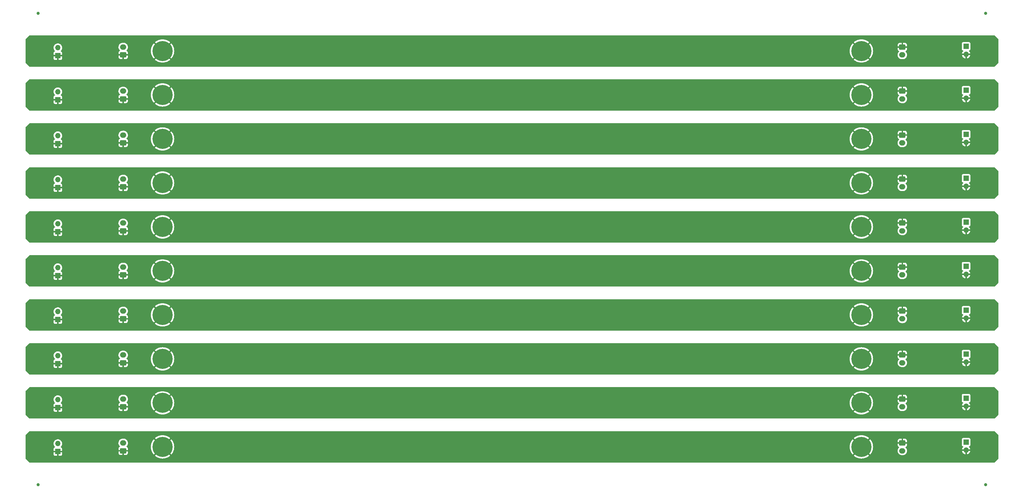
<source format=gbr>
%TF.GenerationSoftware,KiCad,Pcbnew,(6.0.7)*%
%TF.CreationDate,2023-02-06T13:38:00+00:00*%
%TF.ProjectId,Dayspring_P,44617973-7072-4696-9e67-5f502e6b6963,rev?*%
%TF.SameCoordinates,Original*%
%TF.FileFunction,Copper,L2,Bot*%
%TF.FilePolarity,Positive*%
%FSLAX46Y46*%
G04 Gerber Fmt 4.6, Leading zero omitted, Abs format (unit mm)*
G04 Created by KiCad (PCBNEW (6.0.7)) date 2023-02-06 13:38:00*
%MOMM*%
%LPD*%
G01*
G04 APERTURE LIST*
G04 Aperture macros list*
%AMRoundRect*
0 Rectangle with rounded corners*
0 $1 Rounding radius*
0 $2 $3 $4 $5 $6 $7 $8 $9 X,Y pos of 4 corners*
0 Add a 4 corners polygon primitive as box body*
4,1,4,$2,$3,$4,$5,$6,$7,$8,$9,$2,$3,0*
0 Add four circle primitives for the rounded corners*
1,1,$1+$1,$2,$3*
1,1,$1+$1,$4,$5*
1,1,$1+$1,$6,$7*
1,1,$1+$1,$8,$9*
0 Add four rect primitives between the rounded corners*
20,1,$1+$1,$2,$3,$4,$5,0*
20,1,$1+$1,$4,$5,$6,$7,0*
20,1,$1+$1,$6,$7,$8,$9,0*
20,1,$1+$1,$8,$9,$2,$3,0*%
G04 Aperture macros list end*
%TA.AperFunction,ComponentPad*%
%ADD10C,0.800000*%
%TD*%
%TA.AperFunction,ComponentPad*%
%ADD11C,6.400000*%
%TD*%
%TA.AperFunction,ComponentPad*%
%ADD12R,1.700000X1.700000*%
%TD*%
%TA.AperFunction,ComponentPad*%
%ADD13O,1.700000X1.700000*%
%TD*%
%TA.AperFunction,ComponentPad*%
%ADD14RoundRect,0.250000X0.750000X-0.600000X0.750000X0.600000X-0.750000X0.600000X-0.750000X-0.600000X0*%
%TD*%
%TA.AperFunction,ComponentPad*%
%ADD15O,2.000000X1.700000*%
%TD*%
%TA.AperFunction,ComponentPad*%
%ADD16RoundRect,0.250000X-0.750000X0.600000X-0.750000X-0.600000X0.750000X-0.600000X0.750000X0.600000X0*%
%TD*%
%TA.AperFunction,SMDPad,CuDef*%
%ADD17C,1.000000*%
%TD*%
%TA.AperFunction,ViaPad*%
%ADD18C,0.800000*%
%TD*%
G04 APERTURE END LIST*
D10*
%TO.P,H2,1,1*%
%TO.N,Board_2-GND*%
X283400000Y-59500003D03*
X282697056Y-57802947D03*
X281000000Y-61900003D03*
X278600000Y-59500003D03*
X279302944Y-61197059D03*
X279302944Y-57802947D03*
X282697056Y-61197059D03*
D11*
X281000000Y-59500003D03*
D10*
X281000000Y-57100003D03*
%TD*%
D11*
%TO.P,H1,1,1*%
%TO.N,Board_6-GND*%
X59000000Y-115500007D03*
D10*
X59000000Y-113100007D03*
X59000000Y-117900007D03*
X60697056Y-117197063D03*
X60697056Y-113802951D03*
X57302944Y-117197063D03*
X61400000Y-115500007D03*
X57302944Y-113802951D03*
X56600000Y-115500007D03*
%TD*%
D11*
%TO.P,H2,1,1*%
%TO.N,Board_9-GND*%
X281000000Y-157500010D03*
D10*
X282697056Y-155802954D03*
X281000000Y-155100010D03*
X281000000Y-159900010D03*
X283400000Y-157500010D03*
X279302944Y-155802954D03*
X282697056Y-159197066D03*
X278600000Y-157500010D03*
X279302944Y-159197066D03*
%TD*%
%TO.P,H2,1,1*%
%TO.N,Board_3-GND*%
X283400000Y-73500004D03*
X282697056Y-75197060D03*
X282697056Y-71802948D03*
D11*
X281000000Y-73500004D03*
D10*
X278600000Y-73500004D03*
X279302944Y-71802948D03*
X281000000Y-71100004D03*
X279302944Y-75197060D03*
X281000000Y-75900004D03*
%TD*%
%TO.P,H2,1,1*%
%TO.N,Board_0-GND*%
X282697056Y-29802945D03*
X281000000Y-29100001D03*
X279302944Y-29802945D03*
X282697056Y-33197057D03*
D11*
X281000000Y-31500001D03*
D10*
X278600000Y-31500001D03*
X279302944Y-33197057D03*
X283400000Y-31500001D03*
X281000000Y-33900001D03*
%TD*%
%TO.P,H1,1,1*%
%TO.N,Board_9-GND*%
X57302944Y-159197066D03*
X57302944Y-155802954D03*
X59000000Y-155100010D03*
X60697056Y-155802954D03*
X59000000Y-159900010D03*
X56600000Y-157500010D03*
X61400000Y-157500010D03*
X60697056Y-159197066D03*
D11*
X59000000Y-157500010D03*
%TD*%
D10*
%TO.P,H2,1,1*%
%TO.N,Board_6-GND*%
X282697056Y-113802951D03*
D11*
X281000000Y-115500007D03*
D10*
X281000000Y-113100007D03*
X279302944Y-113802951D03*
X279302944Y-117197063D03*
X281000000Y-117900007D03*
X278600000Y-115500007D03*
X282697056Y-117197063D03*
X283400000Y-115500007D03*
%TD*%
D11*
%TO.P,H1,1,1*%
%TO.N,Board_7-GND*%
X59000000Y-129500008D03*
D10*
X59000000Y-131900008D03*
X57302944Y-131197064D03*
X60697056Y-131197064D03*
X57302944Y-127802952D03*
X56600000Y-129500008D03*
X59000000Y-127100008D03*
X61400000Y-129500008D03*
X60697056Y-127802952D03*
%TD*%
%TO.P,H1,1,1*%
%TO.N,Board_0-GND*%
X60697056Y-29802945D03*
D11*
X59000000Y-31500001D03*
D10*
X57302944Y-29802945D03*
X61400000Y-31500001D03*
X59000000Y-29100001D03*
X59000000Y-33900001D03*
X56600000Y-31500001D03*
X60697056Y-33197057D03*
X57302944Y-33197057D03*
%TD*%
%TO.P,H2,1,1*%
%TO.N,Board_8-GND*%
X282697056Y-141802953D03*
X283400000Y-143500009D03*
X279302944Y-145197065D03*
D11*
X281000000Y-143500009D03*
D10*
X278600000Y-143500009D03*
X281000000Y-145900009D03*
X282697056Y-145197065D03*
X281000000Y-141100009D03*
X279302944Y-141802953D03*
%TD*%
%TO.P,H1,1,1*%
%TO.N,Board_1-GND*%
X56600000Y-45500002D03*
X57302944Y-47197058D03*
X60697056Y-47197058D03*
X60697056Y-43802946D03*
X57302944Y-43802946D03*
X59000000Y-43100002D03*
X59000000Y-47900002D03*
D11*
X59000000Y-45500002D03*
D10*
X61400000Y-45500002D03*
%TD*%
%TO.P,H1,1,1*%
%TO.N,Board_8-GND*%
X60697056Y-141802953D03*
X60697056Y-145197065D03*
D11*
X59000000Y-143500009D03*
D10*
X59000000Y-145900009D03*
X57302944Y-145197065D03*
X56600000Y-143500009D03*
X59000000Y-141100009D03*
X61400000Y-143500009D03*
X57302944Y-141802953D03*
%TD*%
D11*
%TO.P,H2,1,1*%
%TO.N,Board_4-GND*%
X281000000Y-87500005D03*
D10*
X279302944Y-89197061D03*
X278600000Y-87500005D03*
X281000000Y-85100005D03*
X282697056Y-89197061D03*
X283400000Y-87500005D03*
X282697056Y-85802949D03*
X279302944Y-85802949D03*
X281000000Y-89900005D03*
%TD*%
D11*
%TO.P,H1,1,1*%
%TO.N,Board_2-GND*%
X59000000Y-59500003D03*
D10*
X57302944Y-61197059D03*
X56600000Y-59500003D03*
X60697056Y-61197059D03*
X59000000Y-57100003D03*
X61400000Y-59500003D03*
X59000000Y-61900003D03*
X57302944Y-57802947D03*
X60697056Y-57802947D03*
%TD*%
%TO.P,H1,1,1*%
%TO.N,Board_3-GND*%
X60697056Y-71802948D03*
X57302944Y-71802948D03*
X57302944Y-75197060D03*
X59000000Y-71100004D03*
X61400000Y-73500004D03*
X56600000Y-73500004D03*
X60697056Y-75197060D03*
X59000000Y-75900004D03*
D11*
X59000000Y-73500004D03*
%TD*%
D10*
%TO.P,H2,1,1*%
%TO.N,Board_7-GND*%
X279302944Y-127802952D03*
X282697056Y-131197064D03*
X283400000Y-129500008D03*
X281000000Y-127100008D03*
X278600000Y-129500008D03*
X281000000Y-131900008D03*
D11*
X281000000Y-129500008D03*
D10*
X279302944Y-131197064D03*
X282697056Y-127802952D03*
%TD*%
%TO.P,H1,1,1*%
%TO.N,Board_4-GND*%
X56600000Y-87500005D03*
X57302944Y-85802949D03*
X57302944Y-89197061D03*
X60697056Y-85802949D03*
X59000000Y-85100005D03*
D11*
X59000000Y-87500005D03*
D10*
X60697056Y-89197061D03*
X61400000Y-87500005D03*
X59000000Y-89900005D03*
%TD*%
%TO.P,H1,1,1*%
%TO.N,Board_5-GND*%
X59000000Y-99100006D03*
X60697056Y-99802950D03*
X59000000Y-103900006D03*
X60697056Y-103197062D03*
X57302944Y-103197062D03*
X61400000Y-101500006D03*
D11*
X59000000Y-101500006D03*
D10*
X56600000Y-101500006D03*
X57302944Y-99802950D03*
%TD*%
%TO.P,H2,1,1*%
%TO.N,Board_5-GND*%
X282697056Y-99802950D03*
D11*
X281000000Y-101500006D03*
D10*
X283400000Y-101500006D03*
X279302944Y-99802950D03*
X281000000Y-103900006D03*
X278600000Y-101500006D03*
X282697056Y-103197062D03*
X279302944Y-103197062D03*
X281000000Y-99100006D03*
%TD*%
%TO.P,H2,1,1*%
%TO.N,Board_1-GND*%
X278600000Y-45500002D03*
X282697056Y-47197058D03*
X281000000Y-43100002D03*
X283400000Y-45500002D03*
X281000000Y-47900002D03*
X279302944Y-47197058D03*
D11*
X281000000Y-45500002D03*
D10*
X282697056Y-43802946D03*
X279302944Y-43802946D03*
%TD*%
D12*
%TO.P,J4,1,Pin_1*%
%TO.N,Board_5-+24V*%
X314250000Y-100000006D03*
D13*
%TO.P,J4,2,Pin_2*%
%TO.N,Board_5-GND*%
X314250000Y-102540006D03*
%TD*%
D14*
%TO.P,J1,1,Pin_1*%
%TO.N,Board_4-GND*%
X46500000Y-88750005D03*
D15*
%TO.P,J1,2,Pin_2*%
%TO.N,Board_4-+24V*%
X46500000Y-86250005D03*
%TD*%
D16*
%TO.P,J3,1,Pin_1*%
%TO.N,Board_8-GND*%
X294000000Y-142250009D03*
D15*
%TO.P,J3,2,Pin_2*%
%TO.N,Board_8-+24V*%
X294000000Y-144750009D03*
%TD*%
D16*
%TO.P,J3,1,Pin_1*%
%TO.N,Board_7-GND*%
X294000000Y-128250008D03*
D15*
%TO.P,J3,2,Pin_2*%
%TO.N,Board_7-+24V*%
X294000000Y-130750008D03*
%TD*%
D17*
%TO.P,REF\u002A\u002A,*%
%TO.N,*%
X320500000Y-19500000D03*
%TD*%
D16*
%TO.P,J3,1,Pin_1*%
%TO.N,Board_6-GND*%
X294000000Y-114250007D03*
D15*
%TO.P,J3,2,Pin_2*%
%TO.N,Board_6-+24V*%
X294000000Y-116750007D03*
%TD*%
D17*
%TO.P,REF\u002A\u002A,*%
%TO.N,*%
X320500000Y-169500000D03*
%TD*%
D12*
%TO.P,J4,1,Pin_1*%
%TO.N,Board_4-+24V*%
X314250000Y-86000005D03*
D13*
%TO.P,J4,2,Pin_2*%
%TO.N,Board_4-GND*%
X314250000Y-88540005D03*
%TD*%
D16*
%TO.P,J3,1,Pin_1*%
%TO.N,Board_4-GND*%
X294000000Y-86250005D03*
D15*
%TO.P,J3,2,Pin_2*%
%TO.N,Board_4-+24V*%
X294000000Y-88750005D03*
%TD*%
D12*
%TO.P,J2,1,Pin_1*%
%TO.N,Board_1-GND*%
X25750000Y-47000002D03*
D13*
%TO.P,J2,2,Pin_2*%
%TO.N,Board_1-+24V*%
X25750000Y-44460002D03*
%TD*%
D12*
%TO.P,J2,1,Pin_1*%
%TO.N,Board_7-GND*%
X25750000Y-131000008D03*
D13*
%TO.P,J2,2,Pin_2*%
%TO.N,Board_7-+24V*%
X25750000Y-128460008D03*
%TD*%
D14*
%TO.P,J1,1,Pin_1*%
%TO.N,Board_7-GND*%
X46500000Y-130750008D03*
D15*
%TO.P,J1,2,Pin_2*%
%TO.N,Board_7-+24V*%
X46500000Y-128250008D03*
%TD*%
D12*
%TO.P,J4,1,Pin_1*%
%TO.N,Board_2-+24V*%
X314250000Y-58000003D03*
D13*
%TO.P,J4,2,Pin_2*%
%TO.N,Board_2-GND*%
X314250000Y-60540003D03*
%TD*%
D12*
%TO.P,J4,1,Pin_1*%
%TO.N,Board_1-+24V*%
X314250000Y-44000002D03*
D13*
%TO.P,J4,2,Pin_2*%
%TO.N,Board_1-GND*%
X314250000Y-46540002D03*
%TD*%
D12*
%TO.P,J2,1,Pin_1*%
%TO.N,Board_3-GND*%
X25750000Y-75000004D03*
D13*
%TO.P,J2,2,Pin_2*%
%TO.N,Board_3-+24V*%
X25750000Y-72460004D03*
%TD*%
D12*
%TO.P,J2,1,Pin_1*%
%TO.N,Board_4-GND*%
X25750000Y-89000005D03*
D13*
%TO.P,J2,2,Pin_2*%
%TO.N,Board_4-+24V*%
X25750000Y-86460005D03*
%TD*%
D12*
%TO.P,J2,1,Pin_1*%
%TO.N,Board_0-GND*%
X25750000Y-33000001D03*
D13*
%TO.P,J2,2,Pin_2*%
%TO.N,Board_0-+24V*%
X25750000Y-30460001D03*
%TD*%
D16*
%TO.P,J3,1,Pin_1*%
%TO.N,Board_5-GND*%
X294000000Y-100250006D03*
D15*
%TO.P,J3,2,Pin_2*%
%TO.N,Board_5-+24V*%
X294000000Y-102750006D03*
%TD*%
D12*
%TO.P,J2,1,Pin_1*%
%TO.N,Board_6-GND*%
X25750000Y-117000007D03*
D13*
%TO.P,J2,2,Pin_2*%
%TO.N,Board_6-+24V*%
X25750000Y-114460007D03*
%TD*%
D14*
%TO.P,J1,1,Pin_1*%
%TO.N,Board_1-GND*%
X46500000Y-46750002D03*
D15*
%TO.P,J1,2,Pin_2*%
%TO.N,Board_1-+24V*%
X46500000Y-44250002D03*
%TD*%
D14*
%TO.P,J1,1,Pin_1*%
%TO.N,Board_5-GND*%
X46500000Y-102750006D03*
D15*
%TO.P,J1,2,Pin_2*%
%TO.N,Board_5-+24V*%
X46500000Y-100250006D03*
%TD*%
D14*
%TO.P,J1,1,Pin_1*%
%TO.N,Board_0-GND*%
X46500000Y-32750001D03*
D15*
%TO.P,J1,2,Pin_2*%
%TO.N,Board_0-+24V*%
X46500000Y-30250001D03*
%TD*%
D12*
%TO.P,J4,1,Pin_1*%
%TO.N,Board_0-+24V*%
X314250000Y-30000001D03*
D13*
%TO.P,J4,2,Pin_2*%
%TO.N,Board_0-GND*%
X314250000Y-32540001D03*
%TD*%
D16*
%TO.P,J3,1,Pin_1*%
%TO.N,Board_0-GND*%
X294000000Y-30250001D03*
D15*
%TO.P,J3,2,Pin_2*%
%TO.N,Board_0-+24V*%
X294000000Y-32750001D03*
%TD*%
D12*
%TO.P,J4,1,Pin_1*%
%TO.N,Board_8-+24V*%
X314250000Y-142000009D03*
D13*
%TO.P,J4,2,Pin_2*%
%TO.N,Board_8-GND*%
X314250000Y-144540009D03*
%TD*%
D16*
%TO.P,J3,1,Pin_1*%
%TO.N,Board_9-GND*%
X294000000Y-156250010D03*
D15*
%TO.P,J3,2,Pin_2*%
%TO.N,Board_9-+24V*%
X294000000Y-158750010D03*
%TD*%
D14*
%TO.P,J1,1,Pin_1*%
%TO.N,Board_3-GND*%
X46500000Y-74750004D03*
D15*
%TO.P,J1,2,Pin_2*%
%TO.N,Board_3-+24V*%
X46500000Y-72250004D03*
%TD*%
D12*
%TO.P,J2,1,Pin_1*%
%TO.N,Board_2-GND*%
X25750000Y-61000003D03*
D13*
%TO.P,J2,2,Pin_2*%
%TO.N,Board_2-+24V*%
X25750000Y-58460003D03*
%TD*%
D14*
%TO.P,J1,1,Pin_1*%
%TO.N,Board_8-GND*%
X46500000Y-144750009D03*
D15*
%TO.P,J1,2,Pin_2*%
%TO.N,Board_8-+24V*%
X46500000Y-142250009D03*
%TD*%
D12*
%TO.P,J4,1,Pin_1*%
%TO.N,Board_9-+24V*%
X314250000Y-156000010D03*
D13*
%TO.P,J4,2,Pin_2*%
%TO.N,Board_9-GND*%
X314250000Y-158540010D03*
%TD*%
D12*
%TO.P,J4,1,Pin_1*%
%TO.N,Board_7-+24V*%
X314250000Y-128000008D03*
D13*
%TO.P,J4,2,Pin_2*%
%TO.N,Board_7-GND*%
X314250000Y-130540008D03*
%TD*%
D12*
%TO.P,J2,1,Pin_1*%
%TO.N,Board_9-GND*%
X25750000Y-159000010D03*
D13*
%TO.P,J2,2,Pin_2*%
%TO.N,Board_9-+24V*%
X25750000Y-156460010D03*
%TD*%
D16*
%TO.P,J3,1,Pin_1*%
%TO.N,Board_1-GND*%
X294000000Y-44250002D03*
D15*
%TO.P,J3,2,Pin_2*%
%TO.N,Board_1-+24V*%
X294000000Y-46750002D03*
%TD*%
D16*
%TO.P,J3,1,Pin_1*%
%TO.N,Board_2-GND*%
X294000000Y-58250003D03*
D15*
%TO.P,J3,2,Pin_2*%
%TO.N,Board_2-+24V*%
X294000000Y-60750003D03*
%TD*%
D14*
%TO.P,J1,1,Pin_1*%
%TO.N,Board_2-GND*%
X46500000Y-60750003D03*
D15*
%TO.P,J1,2,Pin_2*%
%TO.N,Board_2-+24V*%
X46500000Y-58250003D03*
%TD*%
D12*
%TO.P,J4,1,Pin_1*%
%TO.N,Board_6-+24V*%
X314250000Y-114000007D03*
D13*
%TO.P,J4,2,Pin_2*%
%TO.N,Board_6-GND*%
X314250000Y-116540007D03*
%TD*%
D12*
%TO.P,J2,1,Pin_1*%
%TO.N,Board_8-GND*%
X25750000Y-145000009D03*
D13*
%TO.P,J2,2,Pin_2*%
%TO.N,Board_8-+24V*%
X25750000Y-142460009D03*
%TD*%
D12*
%TO.P,J4,1,Pin_1*%
%TO.N,Board_3-+24V*%
X314250000Y-72000004D03*
D13*
%TO.P,J4,2,Pin_2*%
%TO.N,Board_3-GND*%
X314250000Y-74540004D03*
%TD*%
D17*
%TO.P,REF\u002A\u002A,*%
%TO.N,*%
X19500000Y-19500000D03*
%TD*%
%TO.P,REF\u002A\u002A,*%
%TO.N,*%
X19500000Y-169500000D03*
%TD*%
D12*
%TO.P,J2,1,Pin_1*%
%TO.N,Board_5-GND*%
X25750000Y-103000006D03*
D13*
%TO.P,J2,2,Pin_2*%
%TO.N,Board_5-+24V*%
X25750000Y-100460006D03*
%TD*%
D14*
%TO.P,J1,1,Pin_1*%
%TO.N,Board_6-GND*%
X46500000Y-116750007D03*
D15*
%TO.P,J1,2,Pin_2*%
%TO.N,Board_6-+24V*%
X46500000Y-114250007D03*
%TD*%
D14*
%TO.P,J1,1,Pin_1*%
%TO.N,Board_9-GND*%
X46500000Y-158750010D03*
D15*
%TO.P,J1,2,Pin_2*%
%TO.N,Board_9-+24V*%
X46500000Y-156250010D03*
%TD*%
D16*
%TO.P,J3,1,Pin_1*%
%TO.N,Board_3-GND*%
X294000000Y-72250004D03*
D15*
%TO.P,J3,2,Pin_2*%
%TO.N,Board_3-+24V*%
X294000000Y-74750004D03*
%TD*%
D18*
%TO.N,Board_0-GND*%
X95000000Y-35000001D03*
X250000000Y-35000001D03*
X220000000Y-35000001D03*
X289000000Y-35000001D03*
X125000000Y-35000001D03*
X319000000Y-35000001D03*
X145000000Y-35000001D03*
X140000000Y-35000001D03*
X235000000Y-35000001D03*
X195000000Y-35000001D03*
X215000000Y-35000001D03*
X135000000Y-35000001D03*
X75000000Y-35000001D03*
X205000000Y-35000001D03*
X321500000Y-35000001D03*
X230000000Y-35000001D03*
X240000000Y-35000001D03*
X105000000Y-35000001D03*
X17000000Y-35000001D03*
X160000000Y-35000001D03*
X170000000Y-35000001D03*
X165000000Y-35000001D03*
X302999999Y-35000001D03*
X100000000Y-35000001D03*
X110000000Y-35000001D03*
X53000000Y-35000001D03*
X175000000Y-35000001D03*
X270000000Y-35000001D03*
X260000000Y-35000001D03*
X275000000Y-35000001D03*
X255000000Y-35000001D03*
X35500000Y-35000001D03*
X265000000Y-35000001D03*
X85000000Y-35000001D03*
X180000000Y-35000001D03*
X286000000Y-35000001D03*
X38000000Y-35000001D03*
X70000000Y-35000001D03*
X200000000Y-35000001D03*
X190000000Y-35000001D03*
X316500000Y-35000001D03*
X300500001Y-35000001D03*
X50000000Y-35000001D03*
X65000000Y-35000001D03*
X22000000Y-35000001D03*
X130000000Y-35000001D03*
X120000000Y-35000001D03*
X225000000Y-35000001D03*
X80000000Y-35000001D03*
X245000000Y-35000001D03*
X185000000Y-35000001D03*
X155000000Y-35000001D03*
X90000000Y-35000001D03*
X40500000Y-35000001D03*
X19500000Y-35000001D03*
X210000000Y-35000001D03*
X298000001Y-35000001D03*
X115000000Y-35000001D03*
X150000000Y-35000001D03*
%TO.N,Board_1-GND*%
X95000000Y-49000002D03*
X250000000Y-49000002D03*
X220000000Y-49000002D03*
X289000000Y-49000002D03*
X125000000Y-49000002D03*
X319000000Y-49000002D03*
X145000000Y-49000002D03*
X140000000Y-49000002D03*
X235000000Y-49000002D03*
X195000000Y-49000002D03*
X215000000Y-49000002D03*
X135000000Y-49000002D03*
X75000000Y-49000002D03*
X205000000Y-49000002D03*
X321500000Y-49000002D03*
X230000000Y-49000002D03*
X240000000Y-49000002D03*
X105000000Y-49000002D03*
X17000000Y-49000002D03*
X160000000Y-49000002D03*
X170000000Y-49000002D03*
X165000000Y-49000002D03*
X302999999Y-49000002D03*
X100000000Y-49000002D03*
X110000000Y-49000002D03*
X53000000Y-49000002D03*
X175000000Y-49000002D03*
X270000000Y-49000002D03*
X260000000Y-49000002D03*
X275000000Y-49000002D03*
X255000000Y-49000002D03*
X35500000Y-49000002D03*
X265000000Y-49000002D03*
X85000000Y-49000002D03*
X180000000Y-49000002D03*
X286000000Y-49000002D03*
X38000000Y-49000002D03*
X70000000Y-49000002D03*
X200000000Y-49000002D03*
X190000000Y-49000002D03*
X316500000Y-49000002D03*
X300500001Y-49000002D03*
X50000000Y-49000002D03*
X65000000Y-49000002D03*
X22000000Y-49000002D03*
X130000000Y-49000002D03*
X120000000Y-49000002D03*
X225000000Y-49000002D03*
X80000000Y-49000002D03*
X245000000Y-49000002D03*
X185000000Y-49000002D03*
X155000000Y-49000002D03*
X90000000Y-49000002D03*
X40500000Y-49000002D03*
X19500000Y-49000002D03*
X210000000Y-49000002D03*
X298000001Y-49000002D03*
X115000000Y-49000002D03*
X150000000Y-49000002D03*
%TO.N,Board_2-GND*%
X95000000Y-63000003D03*
X250000000Y-63000003D03*
X220000000Y-63000003D03*
X289000000Y-63000003D03*
X125000000Y-63000003D03*
X319000000Y-63000003D03*
X145000000Y-63000003D03*
X140000000Y-63000003D03*
X235000000Y-63000003D03*
X195000000Y-63000003D03*
X215000000Y-63000003D03*
X135000000Y-63000003D03*
X75000000Y-63000003D03*
X205000000Y-63000003D03*
X321500000Y-63000003D03*
X230000000Y-63000003D03*
X240000000Y-63000003D03*
X105000000Y-63000003D03*
X17000000Y-63000003D03*
X160000000Y-63000003D03*
X170000000Y-63000003D03*
X165000000Y-63000003D03*
X302999999Y-63000003D03*
X100000000Y-63000003D03*
X110000000Y-63000003D03*
X53000000Y-63000003D03*
X175000000Y-63000003D03*
X270000000Y-63000003D03*
X260000000Y-63000003D03*
X275000000Y-63000003D03*
X255000000Y-63000003D03*
X35500000Y-63000003D03*
X265000000Y-63000003D03*
X85000000Y-63000003D03*
X180000000Y-63000003D03*
X286000000Y-63000003D03*
X38000000Y-63000003D03*
X70000000Y-63000003D03*
X200000000Y-63000003D03*
X190000000Y-63000003D03*
X316500000Y-63000003D03*
X300500001Y-63000003D03*
X50000000Y-63000003D03*
X65000000Y-63000003D03*
X22000000Y-63000003D03*
X130000000Y-63000003D03*
X120000000Y-63000003D03*
X225000000Y-63000003D03*
X80000000Y-63000003D03*
X245000000Y-63000003D03*
X185000000Y-63000003D03*
X155000000Y-63000003D03*
X90000000Y-63000003D03*
X40500000Y-63000003D03*
X19500000Y-63000003D03*
X210000000Y-63000003D03*
X298000001Y-63000003D03*
X115000000Y-63000003D03*
X150000000Y-63000003D03*
%TO.N,Board_3-GND*%
X95000000Y-77000004D03*
X250000000Y-77000004D03*
X220000000Y-77000004D03*
X289000000Y-77000004D03*
X125000000Y-77000004D03*
X319000000Y-77000004D03*
X145000000Y-77000004D03*
X140000000Y-77000004D03*
X235000000Y-77000004D03*
X195000000Y-77000004D03*
X215000000Y-77000004D03*
X135000000Y-77000004D03*
X75000000Y-77000004D03*
X205000000Y-77000004D03*
X321500000Y-77000004D03*
X230000000Y-77000004D03*
X240000000Y-77000004D03*
X105000000Y-77000004D03*
X17000000Y-77000004D03*
X160000000Y-77000004D03*
X170000000Y-77000004D03*
X165000000Y-77000004D03*
X302999999Y-77000004D03*
X100000000Y-77000004D03*
X110000000Y-77000004D03*
X53000000Y-77000004D03*
X175000000Y-77000004D03*
X270000000Y-77000004D03*
X260000000Y-77000004D03*
X275000000Y-77000004D03*
X255000000Y-77000004D03*
X35500000Y-77000004D03*
X265000000Y-77000004D03*
X85000000Y-77000004D03*
X180000000Y-77000004D03*
X286000000Y-77000004D03*
X38000000Y-77000004D03*
X70000000Y-77000004D03*
X200000000Y-77000004D03*
X190000000Y-77000004D03*
X316500000Y-77000004D03*
X300500001Y-77000004D03*
X50000000Y-77000004D03*
X65000000Y-77000004D03*
X22000000Y-77000004D03*
X130000000Y-77000004D03*
X120000000Y-77000004D03*
X225000000Y-77000004D03*
X80000000Y-77000004D03*
X245000000Y-77000004D03*
X185000000Y-77000004D03*
X155000000Y-77000004D03*
X90000000Y-77000004D03*
X40500000Y-77000004D03*
X19500000Y-77000004D03*
X210000000Y-77000004D03*
X298000001Y-77000004D03*
X115000000Y-77000004D03*
X150000000Y-77000004D03*
%TO.N,Board_4-GND*%
X95000000Y-91000005D03*
X250000000Y-91000005D03*
X220000000Y-91000005D03*
X289000000Y-91000005D03*
X125000000Y-91000005D03*
X319000000Y-91000005D03*
X145000000Y-91000005D03*
X140000000Y-91000005D03*
X235000000Y-91000005D03*
X195000000Y-91000005D03*
X215000000Y-91000005D03*
X135000000Y-91000005D03*
X75000000Y-91000005D03*
X205000000Y-91000005D03*
X321500000Y-91000005D03*
X230000000Y-91000005D03*
X240000000Y-91000005D03*
X105000000Y-91000005D03*
X17000000Y-91000005D03*
X160000000Y-91000005D03*
X170000000Y-91000005D03*
X165000000Y-91000005D03*
X302999999Y-91000005D03*
X100000000Y-91000005D03*
X110000000Y-91000005D03*
X53000000Y-91000005D03*
X175000000Y-91000005D03*
X270000000Y-91000005D03*
X260000000Y-91000005D03*
X275000000Y-91000005D03*
X255000000Y-91000005D03*
X35500000Y-91000005D03*
X265000000Y-91000005D03*
X85000000Y-91000005D03*
X180000000Y-91000005D03*
X286000000Y-91000005D03*
X38000000Y-91000005D03*
X70000000Y-91000005D03*
X200000000Y-91000005D03*
X190000000Y-91000005D03*
X316500000Y-91000005D03*
X300500001Y-91000005D03*
X50000000Y-91000005D03*
X65000000Y-91000005D03*
X22000000Y-91000005D03*
X130000000Y-91000005D03*
X120000000Y-91000005D03*
X225000000Y-91000005D03*
X80000000Y-91000005D03*
X245000000Y-91000005D03*
X185000000Y-91000005D03*
X155000000Y-91000005D03*
X90000000Y-91000005D03*
X40500000Y-91000005D03*
X19500000Y-91000005D03*
X210000000Y-91000005D03*
X298000001Y-91000005D03*
X115000000Y-91000005D03*
X150000000Y-91000005D03*
%TO.N,Board_5-GND*%
X95000000Y-105000006D03*
X250000000Y-105000006D03*
X220000000Y-105000006D03*
X289000000Y-105000006D03*
X125000000Y-105000006D03*
X319000000Y-105000006D03*
X145000000Y-105000006D03*
X140000000Y-105000006D03*
X235000000Y-105000006D03*
X195000000Y-105000006D03*
X215000000Y-105000006D03*
X135000000Y-105000006D03*
X75000000Y-105000006D03*
X205000000Y-105000006D03*
X321500000Y-105000006D03*
X230000000Y-105000006D03*
X240000000Y-105000006D03*
X105000000Y-105000006D03*
X17000000Y-105000006D03*
X160000000Y-105000006D03*
X170000000Y-105000006D03*
X165000000Y-105000006D03*
X302999999Y-105000006D03*
X100000000Y-105000006D03*
X110000000Y-105000006D03*
X53000000Y-105000006D03*
X175000000Y-105000006D03*
X270000000Y-105000006D03*
X260000000Y-105000006D03*
X275000000Y-105000006D03*
X255000000Y-105000006D03*
X35500000Y-105000006D03*
X265000000Y-105000006D03*
X85000000Y-105000006D03*
X180000000Y-105000006D03*
X286000000Y-105000006D03*
X38000000Y-105000006D03*
X70000000Y-105000006D03*
X200000000Y-105000006D03*
X190000000Y-105000006D03*
X316500000Y-105000006D03*
X300500001Y-105000006D03*
X50000000Y-105000006D03*
X65000000Y-105000006D03*
X22000000Y-105000006D03*
X130000000Y-105000006D03*
X120000000Y-105000006D03*
X225000000Y-105000006D03*
X80000000Y-105000006D03*
X245000000Y-105000006D03*
X185000000Y-105000006D03*
X155000000Y-105000006D03*
X90000000Y-105000006D03*
X40500000Y-105000006D03*
X19500000Y-105000006D03*
X210000000Y-105000006D03*
X298000001Y-105000006D03*
X115000000Y-105000006D03*
X150000000Y-105000006D03*
%TO.N,Board_6-GND*%
X95000000Y-119000007D03*
X250000000Y-119000007D03*
X220000000Y-119000007D03*
X289000000Y-119000007D03*
X125000000Y-119000007D03*
X319000000Y-119000007D03*
X145000000Y-119000007D03*
X140000000Y-119000007D03*
X235000000Y-119000007D03*
X195000000Y-119000007D03*
X215000000Y-119000007D03*
X135000000Y-119000007D03*
X75000000Y-119000007D03*
X205000000Y-119000007D03*
X321500000Y-119000007D03*
X230000000Y-119000007D03*
X240000000Y-119000007D03*
X105000000Y-119000007D03*
X17000000Y-119000007D03*
X160000000Y-119000007D03*
X170000000Y-119000007D03*
X165000000Y-119000007D03*
X302999999Y-119000007D03*
X100000000Y-119000007D03*
X110000000Y-119000007D03*
X53000000Y-119000007D03*
X175000000Y-119000007D03*
X270000000Y-119000007D03*
X260000000Y-119000007D03*
X275000000Y-119000007D03*
X255000000Y-119000007D03*
X35500000Y-119000007D03*
X265000000Y-119000007D03*
X85000000Y-119000007D03*
X180000000Y-119000007D03*
X286000000Y-119000007D03*
X38000000Y-119000007D03*
X70000000Y-119000007D03*
X200000000Y-119000007D03*
X190000000Y-119000007D03*
X316500000Y-119000007D03*
X300500001Y-119000007D03*
X50000000Y-119000007D03*
X65000000Y-119000007D03*
X22000000Y-119000007D03*
X130000000Y-119000007D03*
X120000000Y-119000007D03*
X225000000Y-119000007D03*
X80000000Y-119000007D03*
X245000000Y-119000007D03*
X185000000Y-119000007D03*
X155000000Y-119000007D03*
X90000000Y-119000007D03*
X40500000Y-119000007D03*
X19500000Y-119000007D03*
X210000000Y-119000007D03*
X298000001Y-119000007D03*
X115000000Y-119000007D03*
X150000000Y-119000007D03*
%TO.N,Board_7-GND*%
X95000000Y-133000008D03*
X250000000Y-133000008D03*
X220000000Y-133000008D03*
X289000000Y-133000008D03*
X125000000Y-133000008D03*
X319000000Y-133000008D03*
X145000000Y-133000008D03*
X140000000Y-133000008D03*
X235000000Y-133000008D03*
X195000000Y-133000008D03*
X215000000Y-133000008D03*
X135000000Y-133000008D03*
X75000000Y-133000008D03*
X205000000Y-133000008D03*
X321500000Y-133000008D03*
X230000000Y-133000008D03*
X240000000Y-133000008D03*
X105000000Y-133000008D03*
X17000000Y-133000008D03*
X160000000Y-133000008D03*
X170000000Y-133000008D03*
X165000000Y-133000008D03*
X302999999Y-133000008D03*
X100000000Y-133000008D03*
X110000000Y-133000008D03*
X53000000Y-133000008D03*
X175000000Y-133000008D03*
X270000000Y-133000008D03*
X260000000Y-133000008D03*
X275000000Y-133000008D03*
X255000000Y-133000008D03*
X35500000Y-133000008D03*
X265000000Y-133000008D03*
X85000000Y-133000008D03*
X180000000Y-133000008D03*
X286000000Y-133000008D03*
X38000000Y-133000008D03*
X70000000Y-133000008D03*
X200000000Y-133000008D03*
X190000000Y-133000008D03*
X316500000Y-133000008D03*
X300500001Y-133000008D03*
X50000000Y-133000008D03*
X65000000Y-133000008D03*
X22000000Y-133000008D03*
X130000000Y-133000008D03*
X120000000Y-133000008D03*
X225000000Y-133000008D03*
X80000000Y-133000008D03*
X245000000Y-133000008D03*
X185000000Y-133000008D03*
X155000000Y-133000008D03*
X90000000Y-133000008D03*
X40500000Y-133000008D03*
X19500000Y-133000008D03*
X210000000Y-133000008D03*
X298000001Y-133000008D03*
X115000000Y-133000008D03*
X150000000Y-133000008D03*
%TO.N,Board_8-GND*%
X95000000Y-147000009D03*
X250000000Y-147000009D03*
X220000000Y-147000009D03*
X289000000Y-147000009D03*
X125000000Y-147000009D03*
X319000000Y-147000009D03*
X145000000Y-147000009D03*
X140000000Y-147000009D03*
X235000000Y-147000009D03*
X195000000Y-147000009D03*
X215000000Y-147000009D03*
X135000000Y-147000009D03*
X75000000Y-147000009D03*
X205000000Y-147000009D03*
X321500000Y-147000009D03*
X230000000Y-147000009D03*
X240000000Y-147000009D03*
X105000000Y-147000009D03*
X17000000Y-147000009D03*
X160000000Y-147000009D03*
X170000000Y-147000009D03*
X165000000Y-147000009D03*
X302999999Y-147000009D03*
X100000000Y-147000009D03*
X110000000Y-147000009D03*
X53000000Y-147000009D03*
X175000000Y-147000009D03*
X270000000Y-147000009D03*
X260000000Y-147000009D03*
X275000000Y-147000009D03*
X255000000Y-147000009D03*
X35500000Y-147000009D03*
X265000000Y-147000009D03*
X85000000Y-147000009D03*
X180000000Y-147000009D03*
X286000000Y-147000009D03*
X38000000Y-147000009D03*
X70000000Y-147000009D03*
X200000000Y-147000009D03*
X190000000Y-147000009D03*
X316500000Y-147000009D03*
X300500001Y-147000009D03*
X50000000Y-147000009D03*
X65000000Y-147000009D03*
X22000000Y-147000009D03*
X130000000Y-147000009D03*
X120000000Y-147000009D03*
X225000000Y-147000009D03*
X80000000Y-147000009D03*
X245000000Y-147000009D03*
X185000000Y-147000009D03*
X155000000Y-147000009D03*
X90000000Y-147000009D03*
X40500000Y-147000009D03*
X19500000Y-147000009D03*
X210000000Y-147000009D03*
X298000001Y-147000009D03*
X115000000Y-147000009D03*
X150000000Y-147000009D03*
%TO.N,Board_9-GND*%
X95000000Y-161000010D03*
X250000000Y-161000010D03*
X220000000Y-161000010D03*
X289000000Y-161000010D03*
X125000000Y-161000010D03*
X319000000Y-161000010D03*
X145000000Y-161000010D03*
X140000000Y-161000010D03*
X235000000Y-161000010D03*
X195000000Y-161000010D03*
X215000000Y-161000010D03*
X135000000Y-161000010D03*
X75000000Y-161000010D03*
X205000000Y-161000010D03*
X321500000Y-161000010D03*
X230000000Y-161000010D03*
X240000000Y-161000010D03*
X105000000Y-161000010D03*
X17000000Y-161000010D03*
X160000000Y-161000010D03*
X170000000Y-161000010D03*
X165000000Y-161000010D03*
X302999999Y-161000010D03*
X100000000Y-161000010D03*
X110000000Y-161000010D03*
X53000000Y-161000010D03*
X175000000Y-161000010D03*
X270000000Y-161000010D03*
X260000000Y-161000010D03*
X275000000Y-161000010D03*
X255000000Y-161000010D03*
X35500000Y-161000010D03*
X265000000Y-161000010D03*
X85000000Y-161000010D03*
X180000000Y-161000010D03*
X286000000Y-161000010D03*
X38000000Y-161000010D03*
X70000000Y-161000010D03*
X200000000Y-161000010D03*
X190000000Y-161000010D03*
X316500000Y-161000010D03*
X300500001Y-161000010D03*
X50000000Y-161000010D03*
X65000000Y-161000010D03*
X22000000Y-161000010D03*
X130000000Y-161000010D03*
X120000000Y-161000010D03*
X225000000Y-161000010D03*
X80000000Y-161000010D03*
X245000000Y-161000010D03*
X185000000Y-161000010D03*
X155000000Y-161000010D03*
X90000000Y-161000010D03*
X40500000Y-161000010D03*
X19500000Y-161000010D03*
X210000000Y-161000010D03*
X298000001Y-161000010D03*
X115000000Y-161000010D03*
X150000000Y-161000010D03*
%TD*%
%TA.AperFunction,Conductor*%
%TO.N,Board_1-GND*%
G36*
X64485424Y-40508538D02*
G01*
X64514143Y-40509243D01*
X64518592Y-40508717D01*
X64520305Y-40508637D01*
X64526173Y-40508500D01*
X275471041Y-40508500D01*
X275477678Y-40508675D01*
X275477927Y-40508688D01*
X275482756Y-40509319D01*
X275487617Y-40509200D01*
X275487623Y-40509200D01*
X275514571Y-40508538D01*
X275517663Y-40508500D01*
X286482332Y-40508500D01*
X286485424Y-40508538D01*
X286514143Y-40509243D01*
X286518590Y-40508717D01*
X286520295Y-40508638D01*
X286526157Y-40508501D01*
X301149335Y-40508837D01*
X323238031Y-40509345D01*
X323306151Y-40529349D01*
X323327123Y-40546250D01*
X324454580Y-41673707D01*
X324488606Y-41736019D01*
X324491485Y-41762808D01*
X324491306Y-44646754D01*
X324491022Y-49237665D01*
X324471016Y-49305784D01*
X324454117Y-49326753D01*
X324221620Y-49559249D01*
X323326271Y-50454596D01*
X323263959Y-50488621D01*
X323237176Y-50491500D01*
X286528967Y-50491500D01*
X286522331Y-50491325D01*
X286522075Y-50491312D01*
X286517250Y-50490681D01*
X286512390Y-50490800D01*
X286512385Y-50490800D01*
X286485426Y-50491462D01*
X286482335Y-50491500D01*
X275517667Y-50491500D01*
X275514576Y-50491462D01*
X275512525Y-50491412D01*
X275485849Y-50490757D01*
X275481400Y-50491283D01*
X275479687Y-50491363D01*
X275473819Y-50491500D01*
X64528967Y-50491500D01*
X64522331Y-50491325D01*
X64522075Y-50491312D01*
X64517250Y-50490681D01*
X64512390Y-50490800D01*
X64512385Y-50490800D01*
X64485426Y-50491462D01*
X64482335Y-50491500D01*
X53517667Y-50491500D01*
X53514576Y-50491462D01*
X53490334Y-50490867D01*
X53490333Y-50490867D01*
X53485849Y-50490757D01*
X53481391Y-50491284D01*
X53479707Y-50491363D01*
X53473836Y-50491500D01*
X16975036Y-50490800D01*
X16762112Y-50490796D01*
X16693991Y-50470793D01*
X16673019Y-50453891D01*
X15545905Y-49326778D01*
X15511880Y-49264466D01*
X15509000Y-49237680D01*
X15509002Y-49184955D01*
X15509036Y-47893917D01*
X24400000Y-47893917D01*
X24400369Y-47900731D01*
X24405789Y-47950623D01*
X24409414Y-47965869D01*
X24453767Y-48084179D01*
X24462299Y-48099765D01*
X24537430Y-48200011D01*
X24549991Y-48212572D01*
X24650237Y-48287703D01*
X24665823Y-48296235D01*
X24784133Y-48340588D01*
X24799379Y-48344213D01*
X24849271Y-48349633D01*
X24856085Y-48350002D01*
X25481885Y-48350002D01*
X25497124Y-48345527D01*
X25498329Y-48344137D01*
X25500000Y-48336454D01*
X25500000Y-48331887D01*
X26000000Y-48331887D01*
X26004475Y-48347126D01*
X26005865Y-48348331D01*
X26013548Y-48350002D01*
X26643915Y-48350002D01*
X26650729Y-48349633D01*
X26700621Y-48344213D01*
X26715867Y-48340588D01*
X26834177Y-48296235D01*
X26847085Y-48289169D01*
X56570322Y-48289169D01*
X56577780Y-48299538D01*
X56819639Y-48495391D01*
X56824982Y-48499273D01*
X57144691Y-48706895D01*
X57150400Y-48710191D01*
X57490074Y-48883264D01*
X57496085Y-48885940D01*
X57851982Y-49022556D01*
X57858259Y-49024596D01*
X58226482Y-49123260D01*
X58232932Y-49124631D01*
X58609466Y-49184269D01*
X58616004Y-49184955D01*
X58996699Y-49204907D01*
X59003301Y-49204907D01*
X59383996Y-49184955D01*
X59390534Y-49184269D01*
X59767068Y-49124631D01*
X59773518Y-49123260D01*
X60141741Y-49024596D01*
X60148018Y-49022556D01*
X60503915Y-48885940D01*
X60509926Y-48883264D01*
X60849600Y-48710191D01*
X60855309Y-48706895D01*
X61175018Y-48499273D01*
X61180361Y-48495391D01*
X61421269Y-48300307D01*
X61428963Y-48289169D01*
X278570322Y-48289169D01*
X278577780Y-48299538D01*
X278819639Y-48495391D01*
X278824982Y-48499273D01*
X279144691Y-48706895D01*
X279150400Y-48710191D01*
X279490074Y-48883264D01*
X279496085Y-48885940D01*
X279851982Y-49022556D01*
X279858259Y-49024596D01*
X280226482Y-49123260D01*
X280232932Y-49124631D01*
X280609466Y-49184269D01*
X280616004Y-49184955D01*
X280996699Y-49204907D01*
X281003301Y-49204907D01*
X281383996Y-49184955D01*
X281390534Y-49184269D01*
X281767068Y-49124631D01*
X281773518Y-49123260D01*
X282141741Y-49024596D01*
X282148018Y-49022556D01*
X282503915Y-48885940D01*
X282509926Y-48883264D01*
X282849600Y-48710191D01*
X282855309Y-48706895D01*
X283175018Y-48499273D01*
X283180361Y-48495391D01*
X283421269Y-48300307D01*
X283429737Y-48288049D01*
X283423404Y-48276959D01*
X281012812Y-45866367D01*
X280998868Y-45858753D01*
X280997035Y-45858884D01*
X280990420Y-45863135D01*
X278577462Y-48276093D01*
X278570322Y-48289169D01*
X61428963Y-48289169D01*
X61429737Y-48288049D01*
X61423404Y-48276959D01*
X59012812Y-45866367D01*
X58998868Y-45858753D01*
X58997035Y-45858884D01*
X58990420Y-45863135D01*
X56577462Y-48276093D01*
X56570322Y-48289169D01*
X26847085Y-48289169D01*
X26849763Y-48287703D01*
X26950009Y-48212572D01*
X26962570Y-48200011D01*
X27037701Y-48099765D01*
X27046233Y-48084179D01*
X27090586Y-47965869D01*
X27094211Y-47950623D01*
X27099631Y-47900731D01*
X27100000Y-47893917D01*
X27100000Y-47396569D01*
X45000001Y-47396569D01*
X45000339Y-47403089D01*
X45010140Y-47497562D01*
X45013031Y-47510953D01*
X45063882Y-47663370D01*
X45070056Y-47676549D01*
X45154374Y-47812806D01*
X45163410Y-47824207D01*
X45276821Y-47937420D01*
X45288232Y-47946432D01*
X45424646Y-48030518D01*
X45437827Y-48036665D01*
X45590343Y-48087253D01*
X45603719Y-48090120D01*
X45696966Y-48099674D01*
X45703382Y-48100002D01*
X46231885Y-48100002D01*
X46247124Y-48095527D01*
X46248329Y-48094137D01*
X46250000Y-48086454D01*
X46250000Y-48081886D01*
X46750000Y-48081886D01*
X46754475Y-48097125D01*
X46755865Y-48098330D01*
X46763548Y-48100001D01*
X47296567Y-48100001D01*
X47303087Y-48099663D01*
X47397560Y-48089862D01*
X47410951Y-48086971D01*
X47563368Y-48036120D01*
X47576547Y-48029946D01*
X47712804Y-47945628D01*
X47724205Y-47936592D01*
X47837418Y-47823181D01*
X47846430Y-47811770D01*
X47930516Y-47675356D01*
X47936663Y-47662175D01*
X47987251Y-47509659D01*
X47990118Y-47496283D01*
X47999672Y-47403036D01*
X48000000Y-47396620D01*
X48000000Y-47018117D01*
X47995525Y-47002878D01*
X47994135Y-47001673D01*
X47986452Y-47000002D01*
X46768115Y-47000002D01*
X46752876Y-47004477D01*
X46751671Y-47005867D01*
X46750000Y-47013550D01*
X46750000Y-48081886D01*
X46250000Y-48081886D01*
X46250000Y-47018117D01*
X46245525Y-47002878D01*
X46244135Y-47001673D01*
X46236452Y-47000002D01*
X45018116Y-47000002D01*
X45002877Y-47004477D01*
X45001672Y-47005867D01*
X45000001Y-47013550D01*
X45000001Y-47396569D01*
X27100000Y-47396569D01*
X27100000Y-47268117D01*
X27095525Y-47252878D01*
X27094135Y-47251673D01*
X27086452Y-47250002D01*
X26018115Y-47250002D01*
X26002876Y-47254477D01*
X26001671Y-47255867D01*
X26000000Y-47263550D01*
X26000000Y-48331887D01*
X25500000Y-48331887D01*
X25500000Y-47268117D01*
X25495525Y-47252878D01*
X25494135Y-47251673D01*
X25486452Y-47250002D01*
X24418115Y-47250002D01*
X24402876Y-47254477D01*
X24401671Y-47255867D01*
X24400000Y-47263550D01*
X24400000Y-47893917D01*
X15509036Y-47893917D01*
X15509112Y-45057349D01*
X15509129Y-44426697D01*
X24387251Y-44426697D01*
X24387548Y-44431850D01*
X24387548Y-44431853D01*
X24393011Y-44526592D01*
X24400110Y-44649717D01*
X24401247Y-44654763D01*
X24401248Y-44654769D01*
X24417410Y-44726484D01*
X24449222Y-44867641D01*
X24533266Y-45074618D01*
X24535965Y-45079022D01*
X24613828Y-45206083D01*
X24649987Y-45265090D01*
X24796250Y-45433940D01*
X24812513Y-45447442D01*
X24852148Y-45506342D01*
X24853648Y-45577323D01*
X24816535Y-45637846D01*
X24776259Y-45662368D01*
X24665821Y-45703770D01*
X24650237Y-45712301D01*
X24549991Y-45787432D01*
X24537430Y-45799993D01*
X24462299Y-45900239D01*
X24453767Y-45915825D01*
X24409414Y-46034135D01*
X24405789Y-46049381D01*
X24400369Y-46099273D01*
X24400000Y-46106087D01*
X24400000Y-46731887D01*
X24404475Y-46747126D01*
X24405865Y-46748331D01*
X24413548Y-46750002D01*
X27081885Y-46750002D01*
X27097124Y-46745527D01*
X27098329Y-46744137D01*
X27100000Y-46736454D01*
X27100000Y-46106087D01*
X27099631Y-46099273D01*
X27094211Y-46049381D01*
X27090586Y-46034135D01*
X27046233Y-45915825D01*
X27037701Y-45900239D01*
X26962570Y-45799993D01*
X26950009Y-45787432D01*
X26849763Y-45712301D01*
X26834179Y-45703770D01*
X26721583Y-45661559D01*
X26664819Y-45618917D01*
X26640119Y-45552356D01*
X26655327Y-45483007D01*
X26676873Y-45454326D01*
X26740456Y-45390965D01*
X26788096Y-45343491D01*
X26846389Y-45262368D01*
X26915435Y-45166279D01*
X26918453Y-45162079D01*
X26920912Y-45157105D01*
X27015136Y-44966455D01*
X27015137Y-44966453D01*
X27017430Y-44961813D01*
X27051019Y-44851258D01*
X27080865Y-44753025D01*
X27080865Y-44753023D01*
X27082370Y-44748071D01*
X27111529Y-44526592D01*
X27111848Y-44513550D01*
X27113074Y-44463367D01*
X27113074Y-44463363D01*
X27113156Y-44460002D01*
X27094852Y-44237363D01*
X27081894Y-44185776D01*
X44988102Y-44185776D01*
X44988302Y-44191105D01*
X44988302Y-44191107D01*
X44988808Y-44204572D01*
X44996751Y-44416160D01*
X45044093Y-44641793D01*
X45046051Y-44646752D01*
X45046052Y-44646754D01*
X45084039Y-44742941D01*
X45128776Y-44856223D01*
X45131543Y-44860782D01*
X45131544Y-44860785D01*
X45196432Y-44967717D01*
X45248377Y-45053319D01*
X45251874Y-45057349D01*
X45387169Y-45213263D01*
X45399477Y-45227447D01*
X45442068Y-45262369D01*
X45482062Y-45321028D01*
X45483994Y-45391998D01*
X45447250Y-45452747D01*
X45428480Y-45466947D01*
X45287196Y-45554376D01*
X45275795Y-45563412D01*
X45162582Y-45676823D01*
X45153570Y-45688234D01*
X45069484Y-45824648D01*
X45063337Y-45837829D01*
X45012749Y-45990345D01*
X45009882Y-46003721D01*
X45000328Y-46096968D01*
X45000000Y-46103385D01*
X45000000Y-46481887D01*
X45004475Y-46497126D01*
X45005865Y-46498331D01*
X45013548Y-46500002D01*
X47981884Y-46500002D01*
X47997123Y-46495527D01*
X47998328Y-46494137D01*
X47999999Y-46486454D01*
X47999999Y-46103435D01*
X47999661Y-46096915D01*
X47989860Y-46002442D01*
X47986969Y-45989051D01*
X47936118Y-45836634D01*
X47929944Y-45823455D01*
X47845626Y-45687198D01*
X47836590Y-45675797D01*
X47723179Y-45562584D01*
X47711768Y-45553572D01*
X47630216Y-45503303D01*
X55295095Y-45503303D01*
X55315047Y-45883998D01*
X55315733Y-45890536D01*
X55375371Y-46267070D01*
X55376742Y-46273520D01*
X55475406Y-46641743D01*
X55477446Y-46648020D01*
X55614062Y-47003917D01*
X55616738Y-47009928D01*
X55789811Y-47349602D01*
X55793107Y-47355311D01*
X56000729Y-47675020D01*
X56004611Y-47680363D01*
X56199695Y-47921271D01*
X56211953Y-47929739D01*
X56223043Y-47923406D01*
X58633635Y-45512814D01*
X58640013Y-45501134D01*
X59358751Y-45501134D01*
X59358882Y-45502967D01*
X59363133Y-45509582D01*
X61776091Y-47922540D01*
X61789167Y-47929680D01*
X61799536Y-47922222D01*
X61995389Y-47680363D01*
X61999271Y-47675020D01*
X62206893Y-47355311D01*
X62210189Y-47349602D01*
X62383262Y-47009928D01*
X62385938Y-47003917D01*
X62522554Y-46648020D01*
X62524594Y-46641743D01*
X62623258Y-46273520D01*
X62624629Y-46267070D01*
X62684267Y-45890536D01*
X62684953Y-45883998D01*
X62704905Y-45503303D01*
X277295095Y-45503303D01*
X277315047Y-45883998D01*
X277315733Y-45890536D01*
X277375371Y-46267070D01*
X277376742Y-46273520D01*
X277475406Y-46641743D01*
X277477446Y-46648020D01*
X277614062Y-47003917D01*
X277616738Y-47009928D01*
X277789811Y-47349602D01*
X277793107Y-47355311D01*
X278000729Y-47675020D01*
X278004611Y-47680363D01*
X278199695Y-47921271D01*
X278211953Y-47929739D01*
X278223043Y-47923406D01*
X280633635Y-45512814D01*
X280640013Y-45501134D01*
X281358751Y-45501134D01*
X281358882Y-45502967D01*
X281363133Y-45509582D01*
X283776091Y-47922540D01*
X283789167Y-47929680D01*
X283799536Y-47922222D01*
X283995389Y-47680363D01*
X283999271Y-47675020D01*
X284206893Y-47355311D01*
X284210189Y-47349602D01*
X284383262Y-47009928D01*
X284385938Y-47003917D01*
X284508061Y-46685776D01*
X292488102Y-46685776D01*
X292488302Y-46691105D01*
X292488302Y-46691107D01*
X292490293Y-46744137D01*
X292496751Y-46916160D01*
X292544093Y-47141793D01*
X292546051Y-47146752D01*
X292546052Y-47146754D01*
X292575804Y-47222089D01*
X292628776Y-47356223D01*
X292631543Y-47360782D01*
X292631544Y-47360785D01*
X292657183Y-47403036D01*
X292748377Y-47553319D01*
X292751874Y-47557349D01*
X292858620Y-47680363D01*
X292899477Y-47727447D01*
X292903608Y-47730834D01*
X293073627Y-47870242D01*
X293073633Y-47870246D01*
X293077755Y-47873626D01*
X293082391Y-47876265D01*
X293082394Y-47876267D01*
X293165206Y-47923406D01*
X293278114Y-47987677D01*
X293494825Y-48066339D01*
X293500074Y-48067288D01*
X293500077Y-48067289D01*
X293717608Y-48106625D01*
X293717615Y-48106626D01*
X293721692Y-48107363D01*
X293739414Y-48108199D01*
X293744356Y-48108432D01*
X293744363Y-48108432D01*
X293745844Y-48108502D01*
X294207890Y-48108502D01*
X294274809Y-48102824D01*
X294374409Y-48094373D01*
X294374413Y-48094372D01*
X294379720Y-48093922D01*
X294384875Y-48092584D01*
X294384881Y-48092583D01*
X294597703Y-48037345D01*
X294597707Y-48037344D01*
X294602872Y-48036003D01*
X294607738Y-48033811D01*
X294607741Y-48033810D01*
X294758565Y-47965869D01*
X294813075Y-47941314D01*
X295004319Y-47812561D01*
X295171135Y-47653426D01*
X295308754Y-47468460D01*
X295413240Y-47262951D01*
X295415872Y-47254477D01*
X295480024Y-47047873D01*
X295481607Y-47042775D01*
X295485480Y-47013550D01*
X295511198Y-46819513D01*
X295511198Y-46819508D01*
X295511898Y-46814228D01*
X295511646Y-46807499D01*
X295511459Y-46802524D01*
X312922719Y-46802524D01*
X312975146Y-46998183D01*
X312978892Y-47008475D01*
X313074074Y-47212593D01*
X313079557Y-47222089D01*
X313208731Y-47406569D01*
X313215787Y-47414977D01*
X313375025Y-47574215D01*
X313383433Y-47581271D01*
X313567913Y-47710445D01*
X313577408Y-47715928D01*
X313781527Y-47811110D01*
X313791819Y-47814856D01*
X313982503Y-47865950D01*
X313996599Y-47865614D01*
X314000000Y-47857672D01*
X314000000Y-47852523D01*
X314500000Y-47852523D01*
X314503973Y-47866054D01*
X314512522Y-47867283D01*
X314708181Y-47814856D01*
X314718473Y-47811110D01*
X314922592Y-47715928D01*
X314932087Y-47710445D01*
X315116567Y-47581271D01*
X315124975Y-47574215D01*
X315284213Y-47414977D01*
X315291269Y-47406569D01*
X315420443Y-47222089D01*
X315425926Y-47212593D01*
X315521108Y-47008475D01*
X315524854Y-46998183D01*
X315575948Y-46807499D01*
X315575612Y-46793403D01*
X315567670Y-46790002D01*
X314518115Y-46790002D01*
X314502876Y-46794477D01*
X314501671Y-46795867D01*
X314500000Y-46803550D01*
X314500000Y-47852523D01*
X314000000Y-47852523D01*
X314000000Y-46808117D01*
X313995525Y-46792878D01*
X313994135Y-46791673D01*
X313986452Y-46790002D01*
X312937479Y-46790002D01*
X312923948Y-46793975D01*
X312922719Y-46802524D01*
X295511459Y-46802524D01*
X295503449Y-46589175D01*
X295503249Y-46583844D01*
X295455907Y-46358211D01*
X295422060Y-46272505D01*
X295373185Y-46148746D01*
X295373184Y-46148744D01*
X295371224Y-46143781D01*
X295346742Y-46103435D01*
X295254390Y-45951245D01*
X295251623Y-45946685D01*
X295179122Y-45863135D01*
X295104023Y-45776590D01*
X295104021Y-45776588D01*
X295100523Y-45772557D01*
X295057932Y-45737635D01*
X295017938Y-45678976D01*
X295016006Y-45608006D01*
X295052750Y-45547257D01*
X295071520Y-45533057D01*
X295212804Y-45445628D01*
X295224205Y-45436592D01*
X295337418Y-45323181D01*
X295346430Y-45311770D01*
X295430516Y-45175356D01*
X295436663Y-45162175D01*
X295487251Y-45009659D01*
X295490118Y-44996283D01*
X295499672Y-44903036D01*
X295499922Y-44898136D01*
X312891500Y-44898136D01*
X312898255Y-44960318D01*
X312949385Y-45096707D01*
X313036739Y-45213263D01*
X313153295Y-45300617D01*
X313161703Y-45303769D01*
X313280549Y-45348323D01*
X313337313Y-45390965D01*
X313362013Y-45457527D01*
X313346805Y-45526875D01*
X313325414Y-45555400D01*
X313215787Y-45665027D01*
X313208731Y-45673435D01*
X313079557Y-45857915D01*
X313074074Y-45867411D01*
X312978892Y-46071529D01*
X312975146Y-46081821D01*
X312924052Y-46272505D01*
X312924388Y-46286601D01*
X312932330Y-46290002D01*
X315562521Y-46290002D01*
X315576052Y-46286029D01*
X315577281Y-46277480D01*
X315524854Y-46081821D01*
X315521108Y-46071529D01*
X315425926Y-45867411D01*
X315420443Y-45857915D01*
X315291269Y-45673435D01*
X315284213Y-45665027D01*
X315174586Y-45555400D01*
X315140560Y-45493088D01*
X315145625Y-45422273D01*
X315188172Y-45365437D01*
X315219451Y-45348323D01*
X315338297Y-45303769D01*
X315346705Y-45300617D01*
X315463261Y-45213263D01*
X315550615Y-45096707D01*
X315601745Y-44960318D01*
X315608500Y-44898136D01*
X315608500Y-43101868D01*
X315601745Y-43039686D01*
X315550615Y-42903297D01*
X315463261Y-42786741D01*
X315346705Y-42699387D01*
X315210316Y-42648257D01*
X315148134Y-42641502D01*
X313351866Y-42641502D01*
X313289684Y-42648257D01*
X313153295Y-42699387D01*
X313036739Y-42786741D01*
X312949385Y-42903297D01*
X312898255Y-43039686D01*
X312891500Y-43101868D01*
X312891500Y-44898136D01*
X295499922Y-44898136D01*
X295500000Y-44896620D01*
X295500000Y-44518117D01*
X295495525Y-44502878D01*
X295494135Y-44501673D01*
X295486452Y-44500002D01*
X292518116Y-44500002D01*
X292502877Y-44504477D01*
X292501672Y-44505867D01*
X292500001Y-44513550D01*
X292500001Y-44896569D01*
X292500339Y-44903089D01*
X292510140Y-44997562D01*
X292513031Y-45010953D01*
X292563882Y-45163370D01*
X292570056Y-45176549D01*
X292654374Y-45312806D01*
X292663410Y-45324207D01*
X292776821Y-45437420D01*
X292788232Y-45446432D01*
X292928698Y-45533016D01*
X292976191Y-45585788D01*
X292987615Y-45655860D01*
X292959341Y-45720983D01*
X292949554Y-45731446D01*
X292828865Y-45846578D01*
X292825682Y-45850856D01*
X292813365Y-45867411D01*
X292691246Y-46031544D01*
X292688830Y-46036295D01*
X292688828Y-46036299D01*
X292665684Y-46081821D01*
X292586760Y-46237053D01*
X292585178Y-46242147D01*
X292585177Y-46242150D01*
X292523115Y-46442022D01*
X292518393Y-46457229D01*
X292517692Y-46462518D01*
X292502304Y-46578625D01*
X292488102Y-46685776D01*
X284508061Y-46685776D01*
X284522554Y-46648020D01*
X284524594Y-46641743D01*
X284623258Y-46273520D01*
X284624629Y-46267070D01*
X284684267Y-45890536D01*
X284684953Y-45883998D01*
X284704905Y-45503303D01*
X284704905Y-45496701D01*
X284684953Y-45116006D01*
X284684267Y-45109468D01*
X284624629Y-44732934D01*
X284623258Y-44726484D01*
X284524594Y-44358261D01*
X284522554Y-44351984D01*
X284385938Y-43996087D01*
X284383262Y-43990076D01*
X284379089Y-43981887D01*
X292500000Y-43981887D01*
X292504475Y-43997126D01*
X292505865Y-43998331D01*
X292513548Y-44000002D01*
X293731885Y-44000002D01*
X293747124Y-43995527D01*
X293748329Y-43994137D01*
X293750000Y-43986454D01*
X293750000Y-43981887D01*
X294250000Y-43981887D01*
X294254475Y-43997126D01*
X294255865Y-43998331D01*
X294263548Y-44000002D01*
X295481884Y-44000002D01*
X295497123Y-43995527D01*
X295498328Y-43994137D01*
X295499999Y-43986454D01*
X295499999Y-43603435D01*
X295499661Y-43596915D01*
X295489860Y-43502442D01*
X295486969Y-43489051D01*
X295436118Y-43336634D01*
X295429944Y-43323455D01*
X295345626Y-43187198D01*
X295336590Y-43175797D01*
X295223179Y-43062584D01*
X295211768Y-43053572D01*
X295075354Y-42969486D01*
X295062173Y-42963339D01*
X294909657Y-42912751D01*
X294896281Y-42909884D01*
X294803034Y-42900330D01*
X294796617Y-42900002D01*
X294268115Y-42900002D01*
X294252876Y-42904477D01*
X294251671Y-42905867D01*
X294250000Y-42913550D01*
X294250000Y-43981887D01*
X293750000Y-43981887D01*
X293750000Y-42918118D01*
X293745525Y-42902879D01*
X293744135Y-42901674D01*
X293736452Y-42900003D01*
X293203433Y-42900003D01*
X293196913Y-42900341D01*
X293102440Y-42910142D01*
X293089049Y-42913033D01*
X292936632Y-42963884D01*
X292923453Y-42970058D01*
X292787196Y-43054376D01*
X292775795Y-43063412D01*
X292662582Y-43176823D01*
X292653570Y-43188234D01*
X292569484Y-43324648D01*
X292563337Y-43337829D01*
X292512749Y-43490345D01*
X292509882Y-43503721D01*
X292500328Y-43596968D01*
X292500000Y-43603385D01*
X292500000Y-43981887D01*
X284379089Y-43981887D01*
X284210189Y-43650402D01*
X284206893Y-43644693D01*
X283999271Y-43324984D01*
X283995389Y-43319641D01*
X283800305Y-43078733D01*
X283788047Y-43070265D01*
X283776957Y-43076598D01*
X281366365Y-45487190D01*
X281358751Y-45501134D01*
X280640013Y-45501134D01*
X280641249Y-45498870D01*
X280641118Y-45497037D01*
X280636867Y-45490422D01*
X278223909Y-43077464D01*
X278210833Y-43070324D01*
X278200464Y-43077782D01*
X278004611Y-43319641D01*
X278000729Y-43324984D01*
X277793107Y-43644693D01*
X277789811Y-43650402D01*
X277616738Y-43990076D01*
X277614062Y-43996087D01*
X277477446Y-44351984D01*
X277475406Y-44358261D01*
X277376742Y-44726484D01*
X277375371Y-44732934D01*
X277315733Y-45109468D01*
X277315047Y-45116006D01*
X277295095Y-45496701D01*
X277295095Y-45503303D01*
X62704905Y-45503303D01*
X62704905Y-45496701D01*
X62684953Y-45116006D01*
X62684267Y-45109468D01*
X62624629Y-44732934D01*
X62623258Y-44726484D01*
X62524594Y-44358261D01*
X62522554Y-44351984D01*
X62385938Y-43996087D01*
X62383262Y-43990076D01*
X62210189Y-43650402D01*
X62206893Y-43644693D01*
X61999271Y-43324984D01*
X61995389Y-43319641D01*
X61800305Y-43078733D01*
X61788047Y-43070265D01*
X61776957Y-43076598D01*
X59366365Y-45487190D01*
X59358751Y-45501134D01*
X58640013Y-45501134D01*
X58641249Y-45498870D01*
X58641118Y-45497037D01*
X58636867Y-45490422D01*
X56223909Y-43077464D01*
X56210833Y-43070324D01*
X56200464Y-43077782D01*
X56004611Y-43319641D01*
X56000729Y-43324984D01*
X55793107Y-43644693D01*
X55789811Y-43650402D01*
X55616738Y-43990076D01*
X55614062Y-43996087D01*
X55477446Y-44351984D01*
X55475406Y-44358261D01*
X55376742Y-44726484D01*
X55375371Y-44732934D01*
X55315733Y-45109468D01*
X55315047Y-45116006D01*
X55295095Y-45496701D01*
X55295095Y-45503303D01*
X47630216Y-45503303D01*
X47571302Y-45466988D01*
X47523809Y-45414216D01*
X47512385Y-45344144D01*
X47540659Y-45279021D01*
X47550446Y-45268558D01*
X47646896Y-45176549D01*
X47671135Y-45153426D01*
X47680194Y-45141251D01*
X47805568Y-44972742D01*
X47808754Y-44968460D01*
X47814653Y-44956859D01*
X47910822Y-44767706D01*
X47913240Y-44762951D01*
X47917861Y-44748071D01*
X47980024Y-44547873D01*
X47981607Y-44542775D01*
X47993022Y-44456648D01*
X48011198Y-44319513D01*
X48011198Y-44319508D01*
X48011898Y-44314228D01*
X48003249Y-44083844D01*
X47955907Y-43858211D01*
X47953948Y-43853250D01*
X47873185Y-43648746D01*
X47873184Y-43648744D01*
X47871224Y-43643781D01*
X47846742Y-43603435D01*
X47754390Y-43451245D01*
X47751623Y-43446685D01*
X47746375Y-43440637D01*
X47604023Y-43276590D01*
X47604021Y-43276588D01*
X47600523Y-43272557D01*
X47535375Y-43219139D01*
X47426373Y-43129762D01*
X47426367Y-43129758D01*
X47422245Y-43126378D01*
X47417609Y-43123739D01*
X47417606Y-43123737D01*
X47226529Y-43014970D01*
X47221886Y-43012327D01*
X47005175Y-42933665D01*
X46999926Y-42932716D01*
X46999923Y-42932715D01*
X46782392Y-42893379D01*
X46782385Y-42893378D01*
X46778308Y-42892641D01*
X46760586Y-42891805D01*
X46755644Y-42891572D01*
X46755637Y-42891572D01*
X46754156Y-42891502D01*
X46292110Y-42891502D01*
X46225191Y-42897180D01*
X46125591Y-42905631D01*
X46125587Y-42905632D01*
X46120280Y-42906082D01*
X46115125Y-42907420D01*
X46115119Y-42907421D01*
X45902297Y-42962659D01*
X45902293Y-42962660D01*
X45897128Y-42964001D01*
X45892262Y-42966193D01*
X45892259Y-42966194D01*
X45783980Y-43014970D01*
X45686925Y-43058690D01*
X45495681Y-43187443D01*
X45328865Y-43346578D01*
X45191246Y-43531544D01*
X45086760Y-43737053D01*
X45085178Y-43742147D01*
X45085177Y-43742150D01*
X45023115Y-43942022D01*
X45018393Y-43957229D01*
X45017692Y-43962518D01*
X45002304Y-44078625D01*
X44988102Y-44185776D01*
X27081894Y-44185776D01*
X27040431Y-44020704D01*
X26951354Y-43815842D01*
X26911906Y-43754864D01*
X26832822Y-43632619D01*
X26832820Y-43632616D01*
X26830014Y-43628279D01*
X26679670Y-43463053D01*
X26675619Y-43459854D01*
X26675615Y-43459850D01*
X26508414Y-43327802D01*
X26508410Y-43327800D01*
X26504359Y-43324600D01*
X26308789Y-43216640D01*
X26303920Y-43214916D01*
X26303916Y-43214914D01*
X26103087Y-43143797D01*
X26103083Y-43143796D01*
X26098212Y-43142071D01*
X26093119Y-43141164D01*
X26093116Y-43141163D01*
X25883373Y-43103802D01*
X25883367Y-43103801D01*
X25878284Y-43102896D01*
X25804452Y-43101994D01*
X25660081Y-43100230D01*
X25660079Y-43100230D01*
X25654911Y-43100167D01*
X25434091Y-43133957D01*
X25221756Y-43203359D01*
X25023607Y-43306509D01*
X25019474Y-43309612D01*
X25019471Y-43309614D01*
X24970240Y-43346578D01*
X24844965Y-43440637D01*
X24690629Y-43602140D01*
X24687715Y-43606412D01*
X24687714Y-43606413D01*
X24657707Y-43650402D01*
X24564743Y-43786682D01*
X24470688Y-43989307D01*
X24410989Y-44204572D01*
X24387251Y-44426697D01*
X15509129Y-44426697D01*
X15509175Y-42711955D01*
X56570263Y-42711955D01*
X56576596Y-42723045D01*
X58987188Y-45133637D01*
X59001132Y-45141251D01*
X59002965Y-45141120D01*
X59009580Y-45136869D01*
X61422538Y-42723911D01*
X61429066Y-42711955D01*
X278570263Y-42711955D01*
X278576596Y-42723045D01*
X280987188Y-45133637D01*
X281001132Y-45141251D01*
X281002965Y-45141120D01*
X281009580Y-45136869D01*
X283422538Y-42723911D01*
X283429678Y-42710835D01*
X283422220Y-42700466D01*
X283180361Y-42504613D01*
X283175018Y-42500731D01*
X282855309Y-42293109D01*
X282849600Y-42289813D01*
X282509926Y-42116740D01*
X282503915Y-42114064D01*
X282148018Y-41977448D01*
X282141741Y-41975408D01*
X281773518Y-41876744D01*
X281767068Y-41875373D01*
X281390534Y-41815735D01*
X281383996Y-41815049D01*
X281003301Y-41795097D01*
X280996699Y-41795097D01*
X280616004Y-41815049D01*
X280609466Y-41815735D01*
X280232932Y-41875373D01*
X280226482Y-41876744D01*
X279858259Y-41975408D01*
X279851982Y-41977448D01*
X279496085Y-42114064D01*
X279490074Y-42116740D01*
X279150400Y-42289813D01*
X279144691Y-42293109D01*
X278824982Y-42500731D01*
X278819639Y-42504613D01*
X278578731Y-42699697D01*
X278570263Y-42711955D01*
X61429066Y-42711955D01*
X61429678Y-42710835D01*
X61422220Y-42700466D01*
X61180361Y-42504613D01*
X61175018Y-42500731D01*
X60855309Y-42293109D01*
X60849600Y-42289813D01*
X60509926Y-42116740D01*
X60503915Y-42114064D01*
X60148018Y-41977448D01*
X60141741Y-41975408D01*
X59773518Y-41876744D01*
X59767068Y-41875373D01*
X59390534Y-41815735D01*
X59383996Y-41815049D01*
X59003301Y-41795097D01*
X58996699Y-41795097D01*
X58616004Y-41815049D01*
X58609466Y-41815735D01*
X58232932Y-41875373D01*
X58226482Y-41876744D01*
X57858259Y-41975408D01*
X57851982Y-41977448D01*
X57496085Y-42114064D01*
X57490074Y-42116740D01*
X57150400Y-42289813D01*
X57144691Y-42293109D01*
X56824982Y-42500731D01*
X56819639Y-42504613D01*
X56578731Y-42699697D01*
X56570263Y-42711955D01*
X15509175Y-42711955D01*
X15509201Y-41762112D01*
X15529205Y-41693991D01*
X15546106Y-41673020D01*
X16673374Y-40545752D01*
X16735686Y-40511726D01*
X16762468Y-40508847D01*
X50005297Y-40508534D01*
X53471053Y-40508501D01*
X53477685Y-40508676D01*
X53477932Y-40508689D01*
X53482756Y-40509319D01*
X53487613Y-40509200D01*
X53487618Y-40509200D01*
X53514560Y-40508538D01*
X53517653Y-40508500D01*
X64482332Y-40508500D01*
X64485424Y-40508538D01*
G37*
%TD.AperFunction*%
%TD*%
%TA.AperFunction,Conductor*%
%TO.N,Board_4-GND*%
G36*
X64485424Y-82508538D02*
G01*
X64514143Y-82509243D01*
X64518592Y-82508717D01*
X64520305Y-82508637D01*
X64526173Y-82508500D01*
X275471041Y-82508500D01*
X275477678Y-82508675D01*
X275477927Y-82508688D01*
X275482756Y-82509319D01*
X275487617Y-82509200D01*
X275487623Y-82509200D01*
X275514571Y-82508538D01*
X275517663Y-82508500D01*
X286482332Y-82508500D01*
X286485424Y-82508538D01*
X286514143Y-82509243D01*
X286518588Y-82508717D01*
X286520308Y-82508637D01*
X286526172Y-82508500D01*
X323237888Y-82509203D01*
X323306009Y-82529206D01*
X323326981Y-82546108D01*
X324454117Y-83673244D01*
X324488143Y-83735556D01*
X324491022Y-83762331D01*
X324491221Y-86967720D01*
X324491430Y-90340591D01*
X324491485Y-91236132D01*
X324471487Y-91304254D01*
X324454617Y-91325198D01*
X324001232Y-91778951D01*
X323326519Y-92454211D01*
X323264220Y-92488262D01*
X323237388Y-92491152D01*
X289994563Y-92491466D01*
X286528955Y-92491499D01*
X286522324Y-92491324D01*
X286522071Y-92491311D01*
X286517250Y-92490681D01*
X286512393Y-92490800D01*
X286512389Y-92490800D01*
X286485438Y-92491462D01*
X286482346Y-92491500D01*
X275517667Y-92491500D01*
X275514576Y-92491462D01*
X275512525Y-92491412D01*
X275485849Y-92490757D01*
X275481400Y-92491283D01*
X275479687Y-92491363D01*
X275473819Y-92491500D01*
X64528967Y-92491500D01*
X64522331Y-92491325D01*
X64522075Y-92491312D01*
X64517250Y-92490681D01*
X64512390Y-92490800D01*
X64512385Y-92490800D01*
X64485426Y-92491462D01*
X64482335Y-92491500D01*
X53517667Y-92491500D01*
X53514576Y-92491462D01*
X53490334Y-92490867D01*
X53490333Y-92490867D01*
X53485849Y-92490757D01*
X53481391Y-92491284D01*
X53479707Y-92491363D01*
X53473836Y-92491500D01*
X16975037Y-92490800D01*
X16762112Y-92490796D01*
X16693991Y-92470793D01*
X16673019Y-92453891D01*
X15545882Y-91326755D01*
X15511857Y-91264443D01*
X15508977Y-91237668D01*
X15508894Y-89893920D01*
X24400000Y-89893920D01*
X24400369Y-89900734D01*
X24405789Y-89950626D01*
X24409414Y-89965872D01*
X24453767Y-90084182D01*
X24462299Y-90099768D01*
X24537430Y-90200014D01*
X24549991Y-90212575D01*
X24650237Y-90287706D01*
X24665823Y-90296238D01*
X24784133Y-90340591D01*
X24799379Y-90344216D01*
X24849271Y-90349636D01*
X24856085Y-90350005D01*
X25481885Y-90350005D01*
X25497124Y-90345530D01*
X25498329Y-90344140D01*
X25500000Y-90336457D01*
X25500000Y-90331890D01*
X26000000Y-90331890D01*
X26004475Y-90347129D01*
X26005865Y-90348334D01*
X26013548Y-90350005D01*
X26643915Y-90350005D01*
X26650729Y-90349636D01*
X26700621Y-90344216D01*
X26715867Y-90340591D01*
X26834177Y-90296238D01*
X26847085Y-90289172D01*
X56570322Y-90289172D01*
X56577780Y-90299541D01*
X56819639Y-90495394D01*
X56824982Y-90499276D01*
X57144691Y-90706898D01*
X57150400Y-90710194D01*
X57490074Y-90883267D01*
X57496085Y-90885943D01*
X57851982Y-91022559D01*
X57858259Y-91024599D01*
X58226482Y-91123263D01*
X58232932Y-91124634D01*
X58609466Y-91184272D01*
X58616004Y-91184958D01*
X58996699Y-91204910D01*
X59003301Y-91204910D01*
X59383996Y-91184958D01*
X59390534Y-91184272D01*
X59767068Y-91124634D01*
X59773518Y-91123263D01*
X60141741Y-91024599D01*
X60148018Y-91022559D01*
X60503915Y-90885943D01*
X60509926Y-90883267D01*
X60849600Y-90710194D01*
X60855309Y-90706898D01*
X61175018Y-90499276D01*
X61180361Y-90495394D01*
X61421269Y-90300310D01*
X61428963Y-90289172D01*
X278570322Y-90289172D01*
X278577780Y-90299541D01*
X278819639Y-90495394D01*
X278824982Y-90499276D01*
X279144691Y-90706898D01*
X279150400Y-90710194D01*
X279490074Y-90883267D01*
X279496085Y-90885943D01*
X279851982Y-91022559D01*
X279858259Y-91024599D01*
X280226482Y-91123263D01*
X280232932Y-91124634D01*
X280609466Y-91184272D01*
X280616004Y-91184958D01*
X280996699Y-91204910D01*
X281003301Y-91204910D01*
X281383996Y-91184958D01*
X281390534Y-91184272D01*
X281767068Y-91124634D01*
X281773518Y-91123263D01*
X282141741Y-91024599D01*
X282148018Y-91022559D01*
X282503915Y-90885943D01*
X282509926Y-90883267D01*
X282849600Y-90710194D01*
X282855309Y-90706898D01*
X283175018Y-90499276D01*
X283180361Y-90495394D01*
X283421269Y-90300310D01*
X283429737Y-90288052D01*
X283423404Y-90276962D01*
X281012812Y-87866370D01*
X280998868Y-87858756D01*
X280997035Y-87858887D01*
X280990420Y-87863138D01*
X278577462Y-90276096D01*
X278570322Y-90289172D01*
X61428963Y-90289172D01*
X61429737Y-90288052D01*
X61423404Y-90276962D01*
X59012812Y-87866370D01*
X58998868Y-87858756D01*
X58997035Y-87858887D01*
X58990420Y-87863138D01*
X56577462Y-90276096D01*
X56570322Y-90289172D01*
X26847085Y-90289172D01*
X26849763Y-90287706D01*
X26950009Y-90212575D01*
X26962570Y-90200014D01*
X27037701Y-90099768D01*
X27046233Y-90084182D01*
X27090586Y-89965872D01*
X27094211Y-89950626D01*
X27099631Y-89900734D01*
X27100000Y-89893920D01*
X27100000Y-89396572D01*
X45000001Y-89396572D01*
X45000339Y-89403092D01*
X45010140Y-89497565D01*
X45013031Y-89510956D01*
X45063882Y-89663373D01*
X45070056Y-89676552D01*
X45154374Y-89812809D01*
X45163410Y-89824210D01*
X45276821Y-89937423D01*
X45288232Y-89946435D01*
X45424646Y-90030521D01*
X45437827Y-90036668D01*
X45590343Y-90087256D01*
X45603719Y-90090123D01*
X45696966Y-90099677D01*
X45703382Y-90100005D01*
X46231885Y-90100005D01*
X46247124Y-90095530D01*
X46248329Y-90094140D01*
X46250000Y-90086457D01*
X46250000Y-90081889D01*
X46750000Y-90081889D01*
X46754475Y-90097128D01*
X46755865Y-90098333D01*
X46763548Y-90100004D01*
X47296567Y-90100004D01*
X47303087Y-90099666D01*
X47397560Y-90089865D01*
X47410951Y-90086974D01*
X47563368Y-90036123D01*
X47576547Y-90029949D01*
X47712804Y-89945631D01*
X47724205Y-89936595D01*
X47837418Y-89823184D01*
X47846430Y-89811773D01*
X47930516Y-89675359D01*
X47936663Y-89662178D01*
X47987251Y-89509662D01*
X47990118Y-89496286D01*
X47999672Y-89403039D01*
X48000000Y-89396623D01*
X48000000Y-89018120D01*
X47995525Y-89002881D01*
X47994135Y-89001676D01*
X47986452Y-89000005D01*
X46768115Y-89000005D01*
X46752876Y-89004480D01*
X46751671Y-89005870D01*
X46750000Y-89013553D01*
X46750000Y-90081889D01*
X46250000Y-90081889D01*
X46250000Y-89018120D01*
X46245525Y-89002881D01*
X46244135Y-89001676D01*
X46236452Y-89000005D01*
X45018116Y-89000005D01*
X45002877Y-89004480D01*
X45001672Y-89005870D01*
X45000001Y-89013553D01*
X45000001Y-89396572D01*
X27100000Y-89396572D01*
X27100000Y-89268120D01*
X27095525Y-89252881D01*
X27094135Y-89251676D01*
X27086452Y-89250005D01*
X26018115Y-89250005D01*
X26002876Y-89254480D01*
X26001671Y-89255870D01*
X26000000Y-89263553D01*
X26000000Y-90331890D01*
X25500000Y-90331890D01*
X25500000Y-89268120D01*
X25495525Y-89252881D01*
X25494135Y-89251676D01*
X25486452Y-89250005D01*
X24418115Y-89250005D01*
X24402876Y-89254480D01*
X24401671Y-89255870D01*
X24400000Y-89263553D01*
X24400000Y-89893920D01*
X15508894Y-89893920D01*
X15508707Y-86862601D01*
X15508680Y-86426700D01*
X24387251Y-86426700D01*
X24387548Y-86431853D01*
X24387548Y-86431856D01*
X24393011Y-86526595D01*
X24400110Y-86649720D01*
X24401247Y-86654766D01*
X24401248Y-86654772D01*
X24417410Y-86726487D01*
X24449222Y-86867644D01*
X24533266Y-87074621D01*
X24535965Y-87079025D01*
X24613828Y-87206086D01*
X24649987Y-87265093D01*
X24796250Y-87433943D01*
X24812513Y-87447445D01*
X24852148Y-87506345D01*
X24853648Y-87577326D01*
X24816535Y-87637849D01*
X24776259Y-87662371D01*
X24665821Y-87703773D01*
X24650237Y-87712304D01*
X24549991Y-87787435D01*
X24537430Y-87799996D01*
X24462299Y-87900242D01*
X24453767Y-87915828D01*
X24409414Y-88034138D01*
X24405789Y-88049384D01*
X24400369Y-88099276D01*
X24400000Y-88106090D01*
X24400000Y-88731890D01*
X24404475Y-88747129D01*
X24405865Y-88748334D01*
X24413548Y-88750005D01*
X27081885Y-88750005D01*
X27097124Y-88745530D01*
X27098329Y-88744140D01*
X27100000Y-88736457D01*
X27100000Y-88106090D01*
X27099631Y-88099276D01*
X27094211Y-88049384D01*
X27090586Y-88034138D01*
X27046233Y-87915828D01*
X27037701Y-87900242D01*
X26962570Y-87799996D01*
X26950009Y-87787435D01*
X26849763Y-87712304D01*
X26834179Y-87703773D01*
X26721583Y-87661562D01*
X26664819Y-87618920D01*
X26640119Y-87552359D01*
X26655327Y-87483010D01*
X26676873Y-87454329D01*
X26740456Y-87390968D01*
X26788096Y-87343494D01*
X26846389Y-87262371D01*
X26915435Y-87166282D01*
X26918453Y-87162082D01*
X26920912Y-87157108D01*
X27015136Y-86966458D01*
X27015137Y-86966456D01*
X27017430Y-86961816D01*
X27051019Y-86851261D01*
X27080865Y-86753028D01*
X27080865Y-86753026D01*
X27082370Y-86748074D01*
X27111529Y-86526595D01*
X27111848Y-86513553D01*
X27113074Y-86463370D01*
X27113074Y-86463366D01*
X27113156Y-86460005D01*
X27094852Y-86237366D01*
X27081894Y-86185779D01*
X44988102Y-86185779D01*
X44988302Y-86191108D01*
X44988302Y-86191110D01*
X44988808Y-86204575D01*
X44996751Y-86416163D01*
X45044093Y-86641796D01*
X45046051Y-86646755D01*
X45046052Y-86646757D01*
X45084039Y-86742944D01*
X45128776Y-86856226D01*
X45131543Y-86860785D01*
X45131544Y-86860788D01*
X45196432Y-86967720D01*
X45248377Y-87053322D01*
X45251874Y-87057352D01*
X45387169Y-87213266D01*
X45399477Y-87227450D01*
X45442068Y-87262372D01*
X45482062Y-87321031D01*
X45483994Y-87392001D01*
X45447250Y-87452750D01*
X45428480Y-87466950D01*
X45287196Y-87554379D01*
X45275795Y-87563415D01*
X45162582Y-87676826D01*
X45153570Y-87688237D01*
X45069484Y-87824651D01*
X45063337Y-87837832D01*
X45012749Y-87990348D01*
X45009882Y-88003724D01*
X45000328Y-88096971D01*
X45000000Y-88103388D01*
X45000000Y-88481890D01*
X45004475Y-88497129D01*
X45005865Y-88498334D01*
X45013548Y-88500005D01*
X47981884Y-88500005D01*
X47997123Y-88495530D01*
X47998328Y-88494140D01*
X47999999Y-88486457D01*
X47999999Y-88103438D01*
X47999661Y-88096918D01*
X47989860Y-88002445D01*
X47986969Y-87989054D01*
X47936118Y-87836637D01*
X47929944Y-87823458D01*
X47845626Y-87687201D01*
X47836590Y-87675800D01*
X47723179Y-87562587D01*
X47711768Y-87553575D01*
X47630216Y-87503306D01*
X55295095Y-87503306D01*
X55315047Y-87884001D01*
X55315733Y-87890539D01*
X55375371Y-88267073D01*
X55376742Y-88273523D01*
X55475406Y-88641746D01*
X55477446Y-88648023D01*
X55614062Y-89003920D01*
X55616738Y-89009931D01*
X55789811Y-89349605D01*
X55793107Y-89355314D01*
X56000729Y-89675023D01*
X56004611Y-89680366D01*
X56199695Y-89921274D01*
X56211953Y-89929742D01*
X56223043Y-89923409D01*
X58633635Y-87512817D01*
X58640013Y-87501137D01*
X59358751Y-87501137D01*
X59358882Y-87502970D01*
X59363133Y-87509585D01*
X61776091Y-89922543D01*
X61789167Y-89929683D01*
X61799536Y-89922225D01*
X61995389Y-89680366D01*
X61999271Y-89675023D01*
X62206893Y-89355314D01*
X62210189Y-89349605D01*
X62383262Y-89009931D01*
X62385938Y-89003920D01*
X62522554Y-88648023D01*
X62524594Y-88641746D01*
X62623258Y-88273523D01*
X62624629Y-88267073D01*
X62684267Y-87890539D01*
X62684953Y-87884001D01*
X62704905Y-87503306D01*
X277295095Y-87503306D01*
X277315047Y-87884001D01*
X277315733Y-87890539D01*
X277375371Y-88267073D01*
X277376742Y-88273523D01*
X277475406Y-88641746D01*
X277477446Y-88648023D01*
X277614062Y-89003920D01*
X277616738Y-89009931D01*
X277789811Y-89349605D01*
X277793107Y-89355314D01*
X278000729Y-89675023D01*
X278004611Y-89680366D01*
X278199695Y-89921274D01*
X278211953Y-89929742D01*
X278223043Y-89923409D01*
X280633635Y-87512817D01*
X280640013Y-87501137D01*
X281358751Y-87501137D01*
X281358882Y-87502970D01*
X281363133Y-87509585D01*
X283776091Y-89922543D01*
X283789167Y-89929683D01*
X283799536Y-89922225D01*
X283995389Y-89680366D01*
X283999271Y-89675023D01*
X284206893Y-89355314D01*
X284210189Y-89349605D01*
X284383262Y-89009931D01*
X284385938Y-89003920D01*
X284508061Y-88685779D01*
X292488102Y-88685779D01*
X292488302Y-88691108D01*
X292488302Y-88691110D01*
X292490293Y-88744140D01*
X292496751Y-88916163D01*
X292544093Y-89141796D01*
X292546051Y-89146755D01*
X292546052Y-89146757D01*
X292575804Y-89222092D01*
X292628776Y-89356226D01*
X292631543Y-89360785D01*
X292631544Y-89360788D01*
X292657183Y-89403039D01*
X292748377Y-89553322D01*
X292751874Y-89557352D01*
X292858620Y-89680366D01*
X292899477Y-89727450D01*
X292903608Y-89730837D01*
X293073627Y-89870245D01*
X293073633Y-89870249D01*
X293077755Y-89873629D01*
X293082391Y-89876268D01*
X293082394Y-89876270D01*
X293165206Y-89923409D01*
X293278114Y-89987680D01*
X293494825Y-90066342D01*
X293500074Y-90067291D01*
X293500077Y-90067292D01*
X293717608Y-90106628D01*
X293717615Y-90106629D01*
X293721692Y-90107366D01*
X293739414Y-90108202D01*
X293744356Y-90108435D01*
X293744363Y-90108435D01*
X293745844Y-90108505D01*
X294207890Y-90108505D01*
X294274809Y-90102827D01*
X294374409Y-90094376D01*
X294374413Y-90094375D01*
X294379720Y-90093925D01*
X294384875Y-90092587D01*
X294384881Y-90092586D01*
X294597703Y-90037348D01*
X294597707Y-90037347D01*
X294602872Y-90036006D01*
X294607738Y-90033814D01*
X294607741Y-90033813D01*
X294758565Y-89965872D01*
X294813075Y-89941317D01*
X295004319Y-89812564D01*
X295171135Y-89653429D01*
X295308754Y-89468463D01*
X295413240Y-89262954D01*
X295415872Y-89254480D01*
X295480024Y-89047876D01*
X295481607Y-89042778D01*
X295485480Y-89013553D01*
X295511198Y-88819516D01*
X295511198Y-88819511D01*
X295511898Y-88814231D01*
X295511646Y-88807502D01*
X295511459Y-88802527D01*
X312922719Y-88802527D01*
X312975146Y-88998186D01*
X312978892Y-89008478D01*
X313074074Y-89212596D01*
X313079557Y-89222092D01*
X313208731Y-89406572D01*
X313215787Y-89414980D01*
X313375025Y-89574218D01*
X313383433Y-89581274D01*
X313567913Y-89710448D01*
X313577408Y-89715931D01*
X313781527Y-89811113D01*
X313791819Y-89814859D01*
X313982503Y-89865953D01*
X313996599Y-89865617D01*
X314000000Y-89857675D01*
X314000000Y-89852526D01*
X314500000Y-89852526D01*
X314503973Y-89866057D01*
X314512522Y-89867286D01*
X314708181Y-89814859D01*
X314718473Y-89811113D01*
X314922592Y-89715931D01*
X314932087Y-89710448D01*
X315116567Y-89581274D01*
X315124975Y-89574218D01*
X315284213Y-89414980D01*
X315291269Y-89406572D01*
X315420443Y-89222092D01*
X315425926Y-89212596D01*
X315521108Y-89008478D01*
X315524854Y-88998186D01*
X315575948Y-88807502D01*
X315575612Y-88793406D01*
X315567670Y-88790005D01*
X314518115Y-88790005D01*
X314502876Y-88794480D01*
X314501671Y-88795870D01*
X314500000Y-88803553D01*
X314500000Y-89852526D01*
X314000000Y-89852526D01*
X314000000Y-88808120D01*
X313995525Y-88792881D01*
X313994135Y-88791676D01*
X313986452Y-88790005D01*
X312937479Y-88790005D01*
X312923948Y-88793978D01*
X312922719Y-88802527D01*
X295511459Y-88802527D01*
X295503449Y-88589178D01*
X295503249Y-88583847D01*
X295455907Y-88358214D01*
X295422060Y-88272508D01*
X295373185Y-88148749D01*
X295373184Y-88148747D01*
X295371224Y-88143784D01*
X295346742Y-88103438D01*
X295254390Y-87951248D01*
X295251623Y-87946688D01*
X295179122Y-87863138D01*
X295104023Y-87776593D01*
X295104021Y-87776591D01*
X295100523Y-87772560D01*
X295057932Y-87737638D01*
X295017938Y-87678979D01*
X295016006Y-87608009D01*
X295052750Y-87547260D01*
X295071520Y-87533060D01*
X295212804Y-87445631D01*
X295224205Y-87436595D01*
X295337418Y-87323184D01*
X295346430Y-87311773D01*
X295430516Y-87175359D01*
X295436663Y-87162178D01*
X295487251Y-87009662D01*
X295490118Y-86996286D01*
X295499672Y-86903039D01*
X295499922Y-86898139D01*
X312891500Y-86898139D01*
X312898255Y-86960321D01*
X312949385Y-87096710D01*
X313036739Y-87213266D01*
X313153295Y-87300620D01*
X313161703Y-87303772D01*
X313280549Y-87348326D01*
X313337313Y-87390968D01*
X313362013Y-87457530D01*
X313346805Y-87526878D01*
X313325414Y-87555403D01*
X313215787Y-87665030D01*
X313208731Y-87673438D01*
X313079557Y-87857918D01*
X313074074Y-87867414D01*
X312978892Y-88071532D01*
X312975146Y-88081824D01*
X312924052Y-88272508D01*
X312924388Y-88286604D01*
X312932330Y-88290005D01*
X315562521Y-88290005D01*
X315576052Y-88286032D01*
X315577281Y-88277483D01*
X315524854Y-88081824D01*
X315521108Y-88071532D01*
X315425926Y-87867414D01*
X315420443Y-87857918D01*
X315291269Y-87673438D01*
X315284213Y-87665030D01*
X315174586Y-87555403D01*
X315140560Y-87493091D01*
X315145625Y-87422276D01*
X315188172Y-87365440D01*
X315219451Y-87348326D01*
X315338297Y-87303772D01*
X315346705Y-87300620D01*
X315463261Y-87213266D01*
X315550615Y-87096710D01*
X315601745Y-86960321D01*
X315608500Y-86898139D01*
X315608500Y-85101871D01*
X315601745Y-85039689D01*
X315550615Y-84903300D01*
X315463261Y-84786744D01*
X315346705Y-84699390D01*
X315210316Y-84648260D01*
X315148134Y-84641505D01*
X313351866Y-84641505D01*
X313289684Y-84648260D01*
X313153295Y-84699390D01*
X313036739Y-84786744D01*
X312949385Y-84903300D01*
X312898255Y-85039689D01*
X312891500Y-85101871D01*
X312891500Y-86898139D01*
X295499922Y-86898139D01*
X295500000Y-86896623D01*
X295500000Y-86518120D01*
X295495525Y-86502881D01*
X295494135Y-86501676D01*
X295486452Y-86500005D01*
X292518116Y-86500005D01*
X292502877Y-86504480D01*
X292501672Y-86505870D01*
X292500001Y-86513553D01*
X292500001Y-86896572D01*
X292500339Y-86903092D01*
X292510140Y-86997565D01*
X292513031Y-87010956D01*
X292563882Y-87163373D01*
X292570056Y-87176552D01*
X292654374Y-87312809D01*
X292663410Y-87324210D01*
X292776821Y-87437423D01*
X292788232Y-87446435D01*
X292928698Y-87533019D01*
X292976191Y-87585791D01*
X292987615Y-87655863D01*
X292959341Y-87720986D01*
X292949554Y-87731449D01*
X292828865Y-87846581D01*
X292825682Y-87850859D01*
X292813365Y-87867414D01*
X292691246Y-88031547D01*
X292688830Y-88036298D01*
X292688828Y-88036302D01*
X292665684Y-88081824D01*
X292586760Y-88237056D01*
X292585178Y-88242150D01*
X292585177Y-88242153D01*
X292523115Y-88442025D01*
X292518393Y-88457232D01*
X292517692Y-88462521D01*
X292502304Y-88578628D01*
X292488102Y-88685779D01*
X284508061Y-88685779D01*
X284522554Y-88648023D01*
X284524594Y-88641746D01*
X284623258Y-88273523D01*
X284624629Y-88267073D01*
X284684267Y-87890539D01*
X284684953Y-87884001D01*
X284704905Y-87503306D01*
X284704905Y-87496704D01*
X284684953Y-87116009D01*
X284684267Y-87109471D01*
X284624629Y-86732937D01*
X284623258Y-86726487D01*
X284524594Y-86358264D01*
X284522554Y-86351987D01*
X284385938Y-85996090D01*
X284383262Y-85990079D01*
X284379089Y-85981890D01*
X292500000Y-85981890D01*
X292504475Y-85997129D01*
X292505865Y-85998334D01*
X292513548Y-86000005D01*
X293731885Y-86000005D01*
X293747124Y-85995530D01*
X293748329Y-85994140D01*
X293750000Y-85986457D01*
X293750000Y-85981890D01*
X294250000Y-85981890D01*
X294254475Y-85997129D01*
X294255865Y-85998334D01*
X294263548Y-86000005D01*
X295481884Y-86000005D01*
X295497123Y-85995530D01*
X295498328Y-85994140D01*
X295499999Y-85986457D01*
X295499999Y-85603438D01*
X295499661Y-85596918D01*
X295489860Y-85502445D01*
X295486969Y-85489054D01*
X295436118Y-85336637D01*
X295429944Y-85323458D01*
X295345626Y-85187201D01*
X295336590Y-85175800D01*
X295223179Y-85062587D01*
X295211768Y-85053575D01*
X295075354Y-84969489D01*
X295062173Y-84963342D01*
X294909657Y-84912754D01*
X294896281Y-84909887D01*
X294803034Y-84900333D01*
X294796617Y-84900005D01*
X294268115Y-84900005D01*
X294252876Y-84904480D01*
X294251671Y-84905870D01*
X294250000Y-84913553D01*
X294250000Y-85981890D01*
X293750000Y-85981890D01*
X293750000Y-84918121D01*
X293745525Y-84902882D01*
X293744135Y-84901677D01*
X293736452Y-84900006D01*
X293203433Y-84900006D01*
X293196913Y-84900344D01*
X293102440Y-84910145D01*
X293089049Y-84913036D01*
X292936632Y-84963887D01*
X292923453Y-84970061D01*
X292787196Y-85054379D01*
X292775795Y-85063415D01*
X292662582Y-85176826D01*
X292653570Y-85188237D01*
X292569484Y-85324651D01*
X292563337Y-85337832D01*
X292512749Y-85490348D01*
X292509882Y-85503724D01*
X292500328Y-85596971D01*
X292500000Y-85603388D01*
X292500000Y-85981890D01*
X284379089Y-85981890D01*
X284210189Y-85650405D01*
X284206893Y-85644696D01*
X283999271Y-85324987D01*
X283995389Y-85319644D01*
X283800305Y-85078736D01*
X283788047Y-85070268D01*
X283776957Y-85076601D01*
X281366365Y-87487193D01*
X281358751Y-87501137D01*
X280640013Y-87501137D01*
X280641249Y-87498873D01*
X280641118Y-87497040D01*
X280636867Y-87490425D01*
X278223909Y-85077467D01*
X278210833Y-85070327D01*
X278200464Y-85077785D01*
X278004611Y-85319644D01*
X278000729Y-85324987D01*
X277793107Y-85644696D01*
X277789811Y-85650405D01*
X277616738Y-85990079D01*
X277614062Y-85996090D01*
X277477446Y-86351987D01*
X277475406Y-86358264D01*
X277376742Y-86726487D01*
X277375371Y-86732937D01*
X277315733Y-87109471D01*
X277315047Y-87116009D01*
X277295095Y-87496704D01*
X277295095Y-87503306D01*
X62704905Y-87503306D01*
X62704905Y-87496704D01*
X62684953Y-87116009D01*
X62684267Y-87109471D01*
X62624629Y-86732937D01*
X62623258Y-86726487D01*
X62524594Y-86358264D01*
X62522554Y-86351987D01*
X62385938Y-85996090D01*
X62383262Y-85990079D01*
X62210189Y-85650405D01*
X62206893Y-85644696D01*
X61999271Y-85324987D01*
X61995389Y-85319644D01*
X61800305Y-85078736D01*
X61788047Y-85070268D01*
X61776957Y-85076601D01*
X59366365Y-87487193D01*
X59358751Y-87501137D01*
X58640013Y-87501137D01*
X58641249Y-87498873D01*
X58641118Y-87497040D01*
X58636867Y-87490425D01*
X56223909Y-85077467D01*
X56210833Y-85070327D01*
X56200464Y-85077785D01*
X56004611Y-85319644D01*
X56000729Y-85324987D01*
X55793107Y-85644696D01*
X55789811Y-85650405D01*
X55616738Y-85990079D01*
X55614062Y-85996090D01*
X55477446Y-86351987D01*
X55475406Y-86358264D01*
X55376742Y-86726487D01*
X55375371Y-86732937D01*
X55315733Y-87109471D01*
X55315047Y-87116009D01*
X55295095Y-87496704D01*
X55295095Y-87503306D01*
X47630216Y-87503306D01*
X47571302Y-87466991D01*
X47523809Y-87414219D01*
X47512385Y-87344147D01*
X47540659Y-87279024D01*
X47550446Y-87268561D01*
X47646896Y-87176552D01*
X47671135Y-87153429D01*
X47680194Y-87141254D01*
X47805568Y-86972745D01*
X47808754Y-86968463D01*
X47814653Y-86956862D01*
X47910822Y-86767709D01*
X47913240Y-86762954D01*
X47917861Y-86748074D01*
X47980024Y-86547876D01*
X47981607Y-86542778D01*
X47993022Y-86456651D01*
X48011198Y-86319516D01*
X48011198Y-86319511D01*
X48011898Y-86314231D01*
X48003249Y-86083847D01*
X47955907Y-85858214D01*
X47953948Y-85853253D01*
X47873185Y-85648749D01*
X47873184Y-85648747D01*
X47871224Y-85643784D01*
X47846742Y-85603438D01*
X47754390Y-85451248D01*
X47751623Y-85446688D01*
X47746375Y-85440640D01*
X47604023Y-85276593D01*
X47604021Y-85276591D01*
X47600523Y-85272560D01*
X47535375Y-85219142D01*
X47426373Y-85129765D01*
X47426367Y-85129761D01*
X47422245Y-85126381D01*
X47417609Y-85123742D01*
X47417606Y-85123740D01*
X47226529Y-85014973D01*
X47221886Y-85012330D01*
X47005175Y-84933668D01*
X46999926Y-84932719D01*
X46999923Y-84932718D01*
X46782392Y-84893382D01*
X46782385Y-84893381D01*
X46778308Y-84892644D01*
X46760586Y-84891808D01*
X46755644Y-84891575D01*
X46755637Y-84891575D01*
X46754156Y-84891505D01*
X46292110Y-84891505D01*
X46225191Y-84897183D01*
X46125591Y-84905634D01*
X46125587Y-84905635D01*
X46120280Y-84906085D01*
X46115125Y-84907423D01*
X46115119Y-84907424D01*
X45902297Y-84962662D01*
X45902293Y-84962663D01*
X45897128Y-84964004D01*
X45892262Y-84966196D01*
X45892259Y-84966197D01*
X45783980Y-85014973D01*
X45686925Y-85058693D01*
X45495681Y-85187446D01*
X45328865Y-85346581D01*
X45191246Y-85531547D01*
X45086760Y-85737056D01*
X45085178Y-85742150D01*
X45085177Y-85742153D01*
X45023115Y-85942025D01*
X45018393Y-85957232D01*
X45017692Y-85962521D01*
X45002304Y-86078628D01*
X44988102Y-86185779D01*
X27081894Y-86185779D01*
X27040431Y-86020707D01*
X26951354Y-85815845D01*
X26911906Y-85754867D01*
X26832822Y-85632622D01*
X26832820Y-85632619D01*
X26830014Y-85628282D01*
X26679670Y-85463056D01*
X26675619Y-85459857D01*
X26675615Y-85459853D01*
X26508414Y-85327805D01*
X26508410Y-85327803D01*
X26504359Y-85324603D01*
X26308789Y-85216643D01*
X26303920Y-85214919D01*
X26303916Y-85214917D01*
X26103087Y-85143800D01*
X26103083Y-85143799D01*
X26098212Y-85142074D01*
X26093119Y-85141167D01*
X26093116Y-85141166D01*
X25883373Y-85103805D01*
X25883367Y-85103804D01*
X25878284Y-85102899D01*
X25804452Y-85101997D01*
X25660081Y-85100233D01*
X25660079Y-85100233D01*
X25654911Y-85100170D01*
X25434091Y-85133960D01*
X25221756Y-85203362D01*
X25023607Y-85306512D01*
X25019474Y-85309615D01*
X25019471Y-85309617D01*
X24970240Y-85346581D01*
X24844965Y-85440640D01*
X24690629Y-85602143D01*
X24687715Y-85606415D01*
X24687714Y-85606416D01*
X24657707Y-85650405D01*
X24564743Y-85786685D01*
X24470688Y-85989310D01*
X24410989Y-86204575D01*
X24387251Y-86426700D01*
X15508680Y-86426700D01*
X15508574Y-84711958D01*
X56570263Y-84711958D01*
X56576596Y-84723048D01*
X58987188Y-87133640D01*
X59001132Y-87141254D01*
X59002965Y-87141123D01*
X59009580Y-87136872D01*
X61422538Y-84723914D01*
X61429066Y-84711958D01*
X278570263Y-84711958D01*
X278576596Y-84723048D01*
X280987188Y-87133640D01*
X281001132Y-87141254D01*
X281002965Y-87141123D01*
X281009580Y-87136872D01*
X283422538Y-84723914D01*
X283429678Y-84710838D01*
X283422220Y-84700469D01*
X283180361Y-84504616D01*
X283175018Y-84500734D01*
X282855309Y-84293112D01*
X282849600Y-84289816D01*
X282509926Y-84116743D01*
X282503915Y-84114067D01*
X282148018Y-83977451D01*
X282141741Y-83975411D01*
X281773518Y-83876747D01*
X281767068Y-83875376D01*
X281390534Y-83815738D01*
X281383996Y-83815052D01*
X281003301Y-83795100D01*
X280996699Y-83795100D01*
X280616004Y-83815052D01*
X280609466Y-83815738D01*
X280232932Y-83875376D01*
X280226482Y-83876747D01*
X279858259Y-83975411D01*
X279851982Y-83977451D01*
X279496085Y-84114067D01*
X279490074Y-84116743D01*
X279150400Y-84289816D01*
X279144691Y-84293112D01*
X278824982Y-84500734D01*
X278819639Y-84504616D01*
X278578731Y-84699700D01*
X278570263Y-84711958D01*
X61429066Y-84711958D01*
X61429678Y-84710838D01*
X61422220Y-84700469D01*
X61180361Y-84504616D01*
X61175018Y-84500734D01*
X60855309Y-84293112D01*
X60849600Y-84289816D01*
X60509926Y-84116743D01*
X60503915Y-84114067D01*
X60148018Y-83977451D01*
X60141741Y-83975411D01*
X59773518Y-83876747D01*
X59767068Y-83875376D01*
X59390534Y-83815738D01*
X59383996Y-83815052D01*
X59003301Y-83795100D01*
X58996699Y-83795100D01*
X58616004Y-83815052D01*
X58609466Y-83815738D01*
X58232932Y-83875376D01*
X58226482Y-83876747D01*
X57858259Y-83975411D01*
X57851982Y-83977451D01*
X57496085Y-84114067D01*
X57490074Y-84116743D01*
X57150400Y-84289816D01*
X57144691Y-84293112D01*
X56824982Y-84500734D01*
X56819639Y-84504616D01*
X56578731Y-84699700D01*
X56570263Y-84711958D01*
X15508574Y-84711958D01*
X15508515Y-83762808D01*
X15528513Y-83694687D01*
X15545420Y-83673706D01*
X16673374Y-82545752D01*
X16735686Y-82511726D01*
X16762468Y-82508847D01*
X50005297Y-82508534D01*
X53471053Y-82508501D01*
X53477685Y-82508676D01*
X53477932Y-82508689D01*
X53482756Y-82509319D01*
X53487613Y-82509200D01*
X53487618Y-82509200D01*
X53514560Y-82508538D01*
X53517653Y-82508500D01*
X64482332Y-82508500D01*
X64485424Y-82508538D01*
G37*
%TD.AperFunction*%
%TD*%
%TA.AperFunction,Conductor*%
%TO.N,Board_2-GND*%
G36*
X64485424Y-54508538D02*
G01*
X64514143Y-54509243D01*
X64518592Y-54508717D01*
X64520305Y-54508637D01*
X64526173Y-54508500D01*
X275471041Y-54508500D01*
X275477678Y-54508675D01*
X275477927Y-54508688D01*
X275482756Y-54509319D01*
X275487617Y-54509200D01*
X275487623Y-54509200D01*
X275514571Y-54508538D01*
X275517663Y-54508500D01*
X286482332Y-54508500D01*
X286485424Y-54508538D01*
X286514143Y-54509243D01*
X286518588Y-54508717D01*
X286520308Y-54508637D01*
X286526172Y-54508500D01*
X323237888Y-54509203D01*
X323306009Y-54529206D01*
X323326981Y-54546108D01*
X324454117Y-55673244D01*
X324488143Y-55735556D01*
X324491022Y-55762331D01*
X324491235Y-59206084D01*
X324491426Y-62276960D01*
X324491485Y-63236664D01*
X324471487Y-63304786D01*
X324454599Y-63325749D01*
X324188284Y-63592171D01*
X323326571Y-64454230D01*
X323264266Y-64488267D01*
X323237459Y-64491152D01*
X289995471Y-64491466D01*
X286528955Y-64491499D01*
X286522324Y-64491324D01*
X286522071Y-64491311D01*
X286517250Y-64490681D01*
X286512393Y-64490800D01*
X286512389Y-64490800D01*
X286485438Y-64491462D01*
X286482346Y-64491500D01*
X275517667Y-64491500D01*
X275514576Y-64491462D01*
X275512525Y-64491412D01*
X275485849Y-64490757D01*
X275481400Y-64491283D01*
X275479687Y-64491363D01*
X275473819Y-64491500D01*
X64528967Y-64491500D01*
X64522331Y-64491325D01*
X64522075Y-64491312D01*
X64517250Y-64490681D01*
X64512390Y-64490800D01*
X64512385Y-64490800D01*
X64485426Y-64491462D01*
X64482335Y-64491500D01*
X53517667Y-64491500D01*
X53514576Y-64491462D01*
X53490334Y-64490867D01*
X53490333Y-64490867D01*
X53485849Y-64490757D01*
X53481391Y-64491284D01*
X53479707Y-64491363D01*
X53473836Y-64491500D01*
X16975034Y-64490800D01*
X16762112Y-64490796D01*
X16693991Y-64470793D01*
X16673019Y-64453891D01*
X15545909Y-63326782D01*
X15511884Y-63264470D01*
X15509004Y-63237681D01*
X15509006Y-63204908D01*
X15509065Y-61893918D01*
X24400000Y-61893918D01*
X24400369Y-61900732D01*
X24405789Y-61950624D01*
X24409414Y-61965870D01*
X24453767Y-62084180D01*
X24462299Y-62099766D01*
X24537430Y-62200012D01*
X24549991Y-62212573D01*
X24650237Y-62287704D01*
X24665823Y-62296236D01*
X24784133Y-62340589D01*
X24799379Y-62344214D01*
X24849271Y-62349634D01*
X24856085Y-62350003D01*
X25481885Y-62350003D01*
X25497124Y-62345528D01*
X25498329Y-62344138D01*
X25500000Y-62336455D01*
X25500000Y-62331888D01*
X26000000Y-62331888D01*
X26004475Y-62347127D01*
X26005865Y-62348332D01*
X26013548Y-62350003D01*
X26643915Y-62350003D01*
X26650729Y-62349634D01*
X26700621Y-62344214D01*
X26715867Y-62340589D01*
X26834177Y-62296236D01*
X26847085Y-62289170D01*
X56570322Y-62289170D01*
X56577780Y-62299539D01*
X56819639Y-62495392D01*
X56824982Y-62499274D01*
X57144691Y-62706896D01*
X57150400Y-62710192D01*
X57490074Y-62883265D01*
X57496085Y-62885941D01*
X57851982Y-63022557D01*
X57858259Y-63024597D01*
X58226482Y-63123261D01*
X58232932Y-63124632D01*
X58609466Y-63184270D01*
X58616004Y-63184956D01*
X58996699Y-63204908D01*
X59003301Y-63204908D01*
X59383996Y-63184956D01*
X59390534Y-63184270D01*
X59767068Y-63124632D01*
X59773518Y-63123261D01*
X60141741Y-63024597D01*
X60148018Y-63022557D01*
X60503915Y-62885941D01*
X60509926Y-62883265D01*
X60849600Y-62710192D01*
X60855309Y-62706896D01*
X61175018Y-62499274D01*
X61180361Y-62495392D01*
X61421269Y-62300308D01*
X61428963Y-62289170D01*
X278570322Y-62289170D01*
X278577780Y-62299539D01*
X278819639Y-62495392D01*
X278824982Y-62499274D01*
X279144691Y-62706896D01*
X279150400Y-62710192D01*
X279490074Y-62883265D01*
X279496085Y-62885941D01*
X279851982Y-63022557D01*
X279858259Y-63024597D01*
X280226482Y-63123261D01*
X280232932Y-63124632D01*
X280609466Y-63184270D01*
X280616004Y-63184956D01*
X280996699Y-63204908D01*
X281003301Y-63204908D01*
X281383996Y-63184956D01*
X281390534Y-63184270D01*
X281767068Y-63124632D01*
X281773518Y-63123261D01*
X282141741Y-63024597D01*
X282148018Y-63022557D01*
X282503915Y-62885941D01*
X282509926Y-62883265D01*
X282849600Y-62710192D01*
X282855309Y-62706896D01*
X283175018Y-62499274D01*
X283180361Y-62495392D01*
X283421269Y-62300308D01*
X283429737Y-62288050D01*
X283423404Y-62276960D01*
X281012812Y-59866368D01*
X280998868Y-59858754D01*
X280997035Y-59858885D01*
X280990420Y-59863136D01*
X278577462Y-62276094D01*
X278570322Y-62289170D01*
X61428963Y-62289170D01*
X61429737Y-62288050D01*
X61423404Y-62276960D01*
X59012812Y-59866368D01*
X58998868Y-59858754D01*
X58997035Y-59858885D01*
X58990420Y-59863136D01*
X56577462Y-62276094D01*
X56570322Y-62289170D01*
X26847085Y-62289170D01*
X26849763Y-62287704D01*
X26950009Y-62212573D01*
X26962570Y-62200012D01*
X27037701Y-62099766D01*
X27046233Y-62084180D01*
X27090586Y-61965870D01*
X27094211Y-61950624D01*
X27099631Y-61900732D01*
X27100000Y-61893918D01*
X27100000Y-61396570D01*
X45000001Y-61396570D01*
X45000339Y-61403090D01*
X45010140Y-61497563D01*
X45013031Y-61510954D01*
X45063882Y-61663371D01*
X45070056Y-61676550D01*
X45154374Y-61812807D01*
X45163410Y-61824208D01*
X45276821Y-61937421D01*
X45288232Y-61946433D01*
X45424646Y-62030519D01*
X45437827Y-62036666D01*
X45590343Y-62087254D01*
X45603719Y-62090121D01*
X45696966Y-62099675D01*
X45703382Y-62100003D01*
X46231885Y-62100003D01*
X46247124Y-62095528D01*
X46248329Y-62094138D01*
X46250000Y-62086455D01*
X46250000Y-62081887D01*
X46750000Y-62081887D01*
X46754475Y-62097126D01*
X46755865Y-62098331D01*
X46763548Y-62100002D01*
X47296567Y-62100002D01*
X47303087Y-62099664D01*
X47397560Y-62089863D01*
X47410951Y-62086972D01*
X47563368Y-62036121D01*
X47576547Y-62029947D01*
X47712804Y-61945629D01*
X47724205Y-61936593D01*
X47837418Y-61823182D01*
X47846430Y-61811771D01*
X47930516Y-61675357D01*
X47936663Y-61662176D01*
X47987251Y-61509660D01*
X47990118Y-61496284D01*
X47999672Y-61403037D01*
X48000000Y-61396621D01*
X48000000Y-61018118D01*
X47995525Y-61002879D01*
X47994135Y-61001674D01*
X47986452Y-61000003D01*
X46768115Y-61000003D01*
X46752876Y-61004478D01*
X46751671Y-61005868D01*
X46750000Y-61013551D01*
X46750000Y-62081887D01*
X46250000Y-62081887D01*
X46250000Y-61018118D01*
X46245525Y-61002879D01*
X46244135Y-61001674D01*
X46236452Y-61000003D01*
X45018116Y-61000003D01*
X45002877Y-61004478D01*
X45001672Y-61005868D01*
X45000001Y-61013551D01*
X45000001Y-61396570D01*
X27100000Y-61396570D01*
X27100000Y-61268118D01*
X27095525Y-61252879D01*
X27094135Y-61251674D01*
X27086452Y-61250003D01*
X26018115Y-61250003D01*
X26002876Y-61254478D01*
X26001671Y-61255868D01*
X26000000Y-61263551D01*
X26000000Y-62331888D01*
X25500000Y-62331888D01*
X25500000Y-61268118D01*
X25495525Y-61252879D01*
X25494135Y-61251674D01*
X25486452Y-61250003D01*
X24418115Y-61250003D01*
X24402876Y-61254478D01*
X24401671Y-61255868D01*
X24400000Y-61263551D01*
X24400000Y-61893918D01*
X15509065Y-61893918D01*
X15509205Y-58757855D01*
X15509220Y-58426698D01*
X24387251Y-58426698D01*
X24387548Y-58431851D01*
X24387548Y-58431854D01*
X24393011Y-58526593D01*
X24400110Y-58649718D01*
X24401247Y-58654764D01*
X24401248Y-58654770D01*
X24417410Y-58726485D01*
X24449222Y-58867642D01*
X24533266Y-59074619D01*
X24535965Y-59079023D01*
X24613828Y-59206084D01*
X24649987Y-59265091D01*
X24796250Y-59433941D01*
X24812513Y-59447443D01*
X24852148Y-59506343D01*
X24853648Y-59577324D01*
X24816535Y-59637847D01*
X24776259Y-59662369D01*
X24665821Y-59703771D01*
X24650237Y-59712302D01*
X24549991Y-59787433D01*
X24537430Y-59799994D01*
X24462299Y-59900240D01*
X24453767Y-59915826D01*
X24409414Y-60034136D01*
X24405789Y-60049382D01*
X24400369Y-60099274D01*
X24400000Y-60106088D01*
X24400000Y-60731888D01*
X24404475Y-60747127D01*
X24405865Y-60748332D01*
X24413548Y-60750003D01*
X27081885Y-60750003D01*
X27097124Y-60745528D01*
X27098329Y-60744138D01*
X27100000Y-60736455D01*
X27100000Y-60106088D01*
X27099631Y-60099274D01*
X27094211Y-60049382D01*
X27090586Y-60034136D01*
X27046233Y-59915826D01*
X27037701Y-59900240D01*
X26962570Y-59799994D01*
X26950009Y-59787433D01*
X26849763Y-59712302D01*
X26834179Y-59703771D01*
X26721583Y-59661560D01*
X26664819Y-59618918D01*
X26640119Y-59552357D01*
X26655327Y-59483008D01*
X26676873Y-59454327D01*
X26740456Y-59390966D01*
X26788096Y-59343492D01*
X26846389Y-59262369D01*
X26915435Y-59166280D01*
X26918453Y-59162080D01*
X26920912Y-59157106D01*
X27015136Y-58966456D01*
X27015137Y-58966454D01*
X27017430Y-58961814D01*
X27051019Y-58851259D01*
X27080865Y-58753026D01*
X27080865Y-58753024D01*
X27082370Y-58748072D01*
X27111529Y-58526593D01*
X27111848Y-58513551D01*
X27113074Y-58463368D01*
X27113074Y-58463364D01*
X27113156Y-58460003D01*
X27094852Y-58237364D01*
X27081894Y-58185777D01*
X44988102Y-58185777D01*
X44988302Y-58191106D01*
X44988302Y-58191108D01*
X44988808Y-58204573D01*
X44996751Y-58416161D01*
X45044093Y-58641794D01*
X45046051Y-58646753D01*
X45046052Y-58646755D01*
X45084039Y-58742942D01*
X45128776Y-58856224D01*
X45131543Y-58860783D01*
X45131544Y-58860786D01*
X45196432Y-58967718D01*
X45248377Y-59053320D01*
X45251874Y-59057350D01*
X45387169Y-59213264D01*
X45399477Y-59227448D01*
X45442068Y-59262370D01*
X45482062Y-59321029D01*
X45483994Y-59391999D01*
X45447250Y-59452748D01*
X45428480Y-59466948D01*
X45287196Y-59554377D01*
X45275795Y-59563413D01*
X45162582Y-59676824D01*
X45153570Y-59688235D01*
X45069484Y-59824649D01*
X45063337Y-59837830D01*
X45012749Y-59990346D01*
X45009882Y-60003722D01*
X45000328Y-60096969D01*
X45000000Y-60103386D01*
X45000000Y-60481888D01*
X45004475Y-60497127D01*
X45005865Y-60498332D01*
X45013548Y-60500003D01*
X47981884Y-60500003D01*
X47997123Y-60495528D01*
X47998328Y-60494138D01*
X47999999Y-60486455D01*
X47999999Y-60103436D01*
X47999661Y-60096916D01*
X47989860Y-60002443D01*
X47986969Y-59989052D01*
X47936118Y-59836635D01*
X47929944Y-59823456D01*
X47845626Y-59687199D01*
X47836590Y-59675798D01*
X47723179Y-59562585D01*
X47711768Y-59553573D01*
X47630216Y-59503304D01*
X55295095Y-59503304D01*
X55315047Y-59883999D01*
X55315733Y-59890537D01*
X55375371Y-60267071D01*
X55376742Y-60273521D01*
X55475406Y-60641744D01*
X55477446Y-60648021D01*
X55614062Y-61003918D01*
X55616738Y-61009929D01*
X55789811Y-61349603D01*
X55793107Y-61355312D01*
X56000729Y-61675021D01*
X56004611Y-61680364D01*
X56199695Y-61921272D01*
X56211953Y-61929740D01*
X56223043Y-61923407D01*
X58633635Y-59512815D01*
X58640013Y-59501135D01*
X59358751Y-59501135D01*
X59358882Y-59502968D01*
X59363133Y-59509583D01*
X61776091Y-61922541D01*
X61789167Y-61929681D01*
X61799536Y-61922223D01*
X61995389Y-61680364D01*
X61999271Y-61675021D01*
X62206893Y-61355312D01*
X62210189Y-61349603D01*
X62383262Y-61009929D01*
X62385938Y-61003918D01*
X62522554Y-60648021D01*
X62524594Y-60641744D01*
X62623258Y-60273521D01*
X62624629Y-60267071D01*
X62684267Y-59890537D01*
X62684953Y-59883999D01*
X62704905Y-59503304D01*
X277295095Y-59503304D01*
X277315047Y-59883999D01*
X277315733Y-59890537D01*
X277375371Y-60267071D01*
X277376742Y-60273521D01*
X277475406Y-60641744D01*
X277477446Y-60648021D01*
X277614062Y-61003918D01*
X277616738Y-61009929D01*
X277789811Y-61349603D01*
X277793107Y-61355312D01*
X278000729Y-61675021D01*
X278004611Y-61680364D01*
X278199695Y-61921272D01*
X278211953Y-61929740D01*
X278223043Y-61923407D01*
X280633635Y-59512815D01*
X280640013Y-59501135D01*
X281358751Y-59501135D01*
X281358882Y-59502968D01*
X281363133Y-59509583D01*
X283776091Y-61922541D01*
X283789167Y-61929681D01*
X283799536Y-61922223D01*
X283995389Y-61680364D01*
X283999271Y-61675021D01*
X284206893Y-61355312D01*
X284210189Y-61349603D01*
X284383262Y-61009929D01*
X284385938Y-61003918D01*
X284508061Y-60685777D01*
X292488102Y-60685777D01*
X292488302Y-60691106D01*
X292488302Y-60691108D01*
X292490293Y-60744138D01*
X292496751Y-60916161D01*
X292544093Y-61141794D01*
X292546051Y-61146753D01*
X292546052Y-61146755D01*
X292575804Y-61222090D01*
X292628776Y-61356224D01*
X292631543Y-61360783D01*
X292631544Y-61360786D01*
X292657183Y-61403037D01*
X292748377Y-61553320D01*
X292751874Y-61557350D01*
X292858620Y-61680364D01*
X292899477Y-61727448D01*
X292903608Y-61730835D01*
X293073627Y-61870243D01*
X293073633Y-61870247D01*
X293077755Y-61873627D01*
X293082391Y-61876266D01*
X293082394Y-61876268D01*
X293165206Y-61923407D01*
X293278114Y-61987678D01*
X293494825Y-62066340D01*
X293500074Y-62067289D01*
X293500077Y-62067290D01*
X293717608Y-62106626D01*
X293717615Y-62106627D01*
X293721692Y-62107364D01*
X293739414Y-62108200D01*
X293744356Y-62108433D01*
X293744363Y-62108433D01*
X293745844Y-62108503D01*
X294207890Y-62108503D01*
X294274809Y-62102825D01*
X294374409Y-62094374D01*
X294374413Y-62094373D01*
X294379720Y-62093923D01*
X294384875Y-62092585D01*
X294384881Y-62092584D01*
X294597703Y-62037346D01*
X294597707Y-62037345D01*
X294602872Y-62036004D01*
X294607738Y-62033812D01*
X294607741Y-62033811D01*
X294758565Y-61965870D01*
X294813075Y-61941315D01*
X295004319Y-61812562D01*
X295171135Y-61653427D01*
X295308754Y-61468461D01*
X295413240Y-61262952D01*
X295415872Y-61254478D01*
X295480024Y-61047874D01*
X295481607Y-61042776D01*
X295485480Y-61013551D01*
X295511198Y-60819514D01*
X295511198Y-60819509D01*
X295511898Y-60814229D01*
X295511646Y-60807500D01*
X295511459Y-60802525D01*
X312922719Y-60802525D01*
X312975146Y-60998184D01*
X312978892Y-61008476D01*
X313074074Y-61212594D01*
X313079557Y-61222090D01*
X313208731Y-61406570D01*
X313215787Y-61414978D01*
X313375025Y-61574216D01*
X313383433Y-61581272D01*
X313567913Y-61710446D01*
X313577408Y-61715929D01*
X313781527Y-61811111D01*
X313791819Y-61814857D01*
X313982503Y-61865951D01*
X313996599Y-61865615D01*
X314000000Y-61857673D01*
X314000000Y-61852524D01*
X314500000Y-61852524D01*
X314503973Y-61866055D01*
X314512522Y-61867284D01*
X314708181Y-61814857D01*
X314718473Y-61811111D01*
X314922592Y-61715929D01*
X314932087Y-61710446D01*
X315116567Y-61581272D01*
X315124975Y-61574216D01*
X315284213Y-61414978D01*
X315291269Y-61406570D01*
X315420443Y-61222090D01*
X315425926Y-61212594D01*
X315521108Y-61008476D01*
X315524854Y-60998184D01*
X315575948Y-60807500D01*
X315575612Y-60793404D01*
X315567670Y-60790003D01*
X314518115Y-60790003D01*
X314502876Y-60794478D01*
X314501671Y-60795868D01*
X314500000Y-60803551D01*
X314500000Y-61852524D01*
X314000000Y-61852524D01*
X314000000Y-60808118D01*
X313995525Y-60792879D01*
X313994135Y-60791674D01*
X313986452Y-60790003D01*
X312937479Y-60790003D01*
X312923948Y-60793976D01*
X312922719Y-60802525D01*
X295511459Y-60802525D01*
X295503449Y-60589176D01*
X295503249Y-60583845D01*
X295455907Y-60358212D01*
X295422060Y-60272506D01*
X295373185Y-60148747D01*
X295373184Y-60148745D01*
X295371224Y-60143782D01*
X295346742Y-60103436D01*
X295254390Y-59951246D01*
X295251623Y-59946686D01*
X295179122Y-59863136D01*
X295104023Y-59776591D01*
X295104021Y-59776589D01*
X295100523Y-59772558D01*
X295057932Y-59737636D01*
X295017938Y-59678977D01*
X295016006Y-59608007D01*
X295052750Y-59547258D01*
X295071520Y-59533058D01*
X295212804Y-59445629D01*
X295224205Y-59436593D01*
X295337418Y-59323182D01*
X295346430Y-59311771D01*
X295430516Y-59175357D01*
X295436663Y-59162176D01*
X295487251Y-59009660D01*
X295490118Y-58996284D01*
X295499672Y-58903037D01*
X295499922Y-58898137D01*
X312891500Y-58898137D01*
X312898255Y-58960319D01*
X312949385Y-59096708D01*
X313036739Y-59213264D01*
X313153295Y-59300618D01*
X313161703Y-59303770D01*
X313280549Y-59348324D01*
X313337313Y-59390966D01*
X313362013Y-59457528D01*
X313346805Y-59526876D01*
X313325414Y-59555401D01*
X313215787Y-59665028D01*
X313208731Y-59673436D01*
X313079557Y-59857916D01*
X313074074Y-59867412D01*
X312978892Y-60071530D01*
X312975146Y-60081822D01*
X312924052Y-60272506D01*
X312924388Y-60286602D01*
X312932330Y-60290003D01*
X315562521Y-60290003D01*
X315576052Y-60286030D01*
X315577281Y-60277481D01*
X315524854Y-60081822D01*
X315521108Y-60071530D01*
X315425926Y-59867412D01*
X315420443Y-59857916D01*
X315291269Y-59673436D01*
X315284213Y-59665028D01*
X315174586Y-59555401D01*
X315140560Y-59493089D01*
X315145625Y-59422274D01*
X315188172Y-59365438D01*
X315219451Y-59348324D01*
X315338297Y-59303770D01*
X315346705Y-59300618D01*
X315463261Y-59213264D01*
X315550615Y-59096708D01*
X315601745Y-58960319D01*
X315608500Y-58898137D01*
X315608500Y-57101869D01*
X315601745Y-57039687D01*
X315550615Y-56903298D01*
X315463261Y-56786742D01*
X315346705Y-56699388D01*
X315210316Y-56648258D01*
X315148134Y-56641503D01*
X313351866Y-56641503D01*
X313289684Y-56648258D01*
X313153295Y-56699388D01*
X313036739Y-56786742D01*
X312949385Y-56903298D01*
X312898255Y-57039687D01*
X312891500Y-57101869D01*
X312891500Y-58898137D01*
X295499922Y-58898137D01*
X295500000Y-58896621D01*
X295500000Y-58518118D01*
X295495525Y-58502879D01*
X295494135Y-58501674D01*
X295486452Y-58500003D01*
X292518116Y-58500003D01*
X292502877Y-58504478D01*
X292501672Y-58505868D01*
X292500001Y-58513551D01*
X292500001Y-58896570D01*
X292500339Y-58903090D01*
X292510140Y-58997563D01*
X292513031Y-59010954D01*
X292563882Y-59163371D01*
X292570056Y-59176550D01*
X292654374Y-59312807D01*
X292663410Y-59324208D01*
X292776821Y-59437421D01*
X292788232Y-59446433D01*
X292928698Y-59533017D01*
X292976191Y-59585789D01*
X292987615Y-59655861D01*
X292959341Y-59720984D01*
X292949554Y-59731447D01*
X292828865Y-59846579D01*
X292825682Y-59850857D01*
X292813365Y-59867412D01*
X292691246Y-60031545D01*
X292688830Y-60036296D01*
X292688828Y-60036300D01*
X292665684Y-60081822D01*
X292586760Y-60237054D01*
X292585178Y-60242148D01*
X292585177Y-60242151D01*
X292523115Y-60442023D01*
X292518393Y-60457230D01*
X292517692Y-60462519D01*
X292502304Y-60578626D01*
X292488102Y-60685777D01*
X284508061Y-60685777D01*
X284522554Y-60648021D01*
X284524594Y-60641744D01*
X284623258Y-60273521D01*
X284624629Y-60267071D01*
X284684267Y-59890537D01*
X284684953Y-59883999D01*
X284704905Y-59503304D01*
X284704905Y-59496702D01*
X284684953Y-59116007D01*
X284684267Y-59109469D01*
X284624629Y-58732935D01*
X284623258Y-58726485D01*
X284524594Y-58358262D01*
X284522554Y-58351985D01*
X284385938Y-57996088D01*
X284383262Y-57990077D01*
X284379089Y-57981888D01*
X292500000Y-57981888D01*
X292504475Y-57997127D01*
X292505865Y-57998332D01*
X292513548Y-58000003D01*
X293731885Y-58000003D01*
X293747124Y-57995528D01*
X293748329Y-57994138D01*
X293750000Y-57986455D01*
X293750000Y-57981888D01*
X294250000Y-57981888D01*
X294254475Y-57997127D01*
X294255865Y-57998332D01*
X294263548Y-58000003D01*
X295481884Y-58000003D01*
X295497123Y-57995528D01*
X295498328Y-57994138D01*
X295499999Y-57986455D01*
X295499999Y-57603436D01*
X295499661Y-57596916D01*
X295489860Y-57502443D01*
X295486969Y-57489052D01*
X295436118Y-57336635D01*
X295429944Y-57323456D01*
X295345626Y-57187199D01*
X295336590Y-57175798D01*
X295223179Y-57062585D01*
X295211768Y-57053573D01*
X295075354Y-56969487D01*
X295062173Y-56963340D01*
X294909657Y-56912752D01*
X294896281Y-56909885D01*
X294803034Y-56900331D01*
X294796617Y-56900003D01*
X294268115Y-56900003D01*
X294252876Y-56904478D01*
X294251671Y-56905868D01*
X294250000Y-56913551D01*
X294250000Y-57981888D01*
X293750000Y-57981888D01*
X293750000Y-56918119D01*
X293745525Y-56902880D01*
X293744135Y-56901675D01*
X293736452Y-56900004D01*
X293203433Y-56900004D01*
X293196913Y-56900342D01*
X293102440Y-56910143D01*
X293089049Y-56913034D01*
X292936632Y-56963885D01*
X292923453Y-56970059D01*
X292787196Y-57054377D01*
X292775795Y-57063413D01*
X292662582Y-57176824D01*
X292653570Y-57188235D01*
X292569484Y-57324649D01*
X292563337Y-57337830D01*
X292512749Y-57490346D01*
X292509882Y-57503722D01*
X292500328Y-57596969D01*
X292500000Y-57603386D01*
X292500000Y-57981888D01*
X284379089Y-57981888D01*
X284210189Y-57650403D01*
X284206893Y-57644694D01*
X283999271Y-57324985D01*
X283995389Y-57319642D01*
X283800305Y-57078734D01*
X283788047Y-57070266D01*
X283776957Y-57076599D01*
X281366365Y-59487191D01*
X281358751Y-59501135D01*
X280640013Y-59501135D01*
X280641249Y-59498871D01*
X280641118Y-59497038D01*
X280636867Y-59490423D01*
X278223909Y-57077465D01*
X278210833Y-57070325D01*
X278200464Y-57077783D01*
X278004611Y-57319642D01*
X278000729Y-57324985D01*
X277793107Y-57644694D01*
X277789811Y-57650403D01*
X277616738Y-57990077D01*
X277614062Y-57996088D01*
X277477446Y-58351985D01*
X277475406Y-58358262D01*
X277376742Y-58726485D01*
X277375371Y-58732935D01*
X277315733Y-59109469D01*
X277315047Y-59116007D01*
X277295095Y-59496702D01*
X277295095Y-59503304D01*
X62704905Y-59503304D01*
X62704905Y-59496702D01*
X62684953Y-59116007D01*
X62684267Y-59109469D01*
X62624629Y-58732935D01*
X62623258Y-58726485D01*
X62524594Y-58358262D01*
X62522554Y-58351985D01*
X62385938Y-57996088D01*
X62383262Y-57990077D01*
X62210189Y-57650403D01*
X62206893Y-57644694D01*
X61999271Y-57324985D01*
X61995389Y-57319642D01*
X61800305Y-57078734D01*
X61788047Y-57070266D01*
X61776957Y-57076599D01*
X59366365Y-59487191D01*
X59358751Y-59501135D01*
X58640013Y-59501135D01*
X58641249Y-59498871D01*
X58641118Y-59497038D01*
X58636867Y-59490423D01*
X56223909Y-57077465D01*
X56210833Y-57070325D01*
X56200464Y-57077783D01*
X56004611Y-57319642D01*
X56000729Y-57324985D01*
X55793107Y-57644694D01*
X55789811Y-57650403D01*
X55616738Y-57990077D01*
X55614062Y-57996088D01*
X55477446Y-58351985D01*
X55475406Y-58358262D01*
X55376742Y-58726485D01*
X55375371Y-58732935D01*
X55315733Y-59109469D01*
X55315047Y-59116007D01*
X55295095Y-59496702D01*
X55295095Y-59503304D01*
X47630216Y-59503304D01*
X47571302Y-59466989D01*
X47523809Y-59414217D01*
X47512385Y-59344145D01*
X47540659Y-59279022D01*
X47550446Y-59268559D01*
X47646896Y-59176550D01*
X47671135Y-59153427D01*
X47680194Y-59141252D01*
X47805568Y-58972743D01*
X47808754Y-58968461D01*
X47814653Y-58956860D01*
X47910822Y-58767707D01*
X47913240Y-58762952D01*
X47917861Y-58748072D01*
X47980024Y-58547874D01*
X47981607Y-58542776D01*
X47993022Y-58456649D01*
X48011198Y-58319514D01*
X48011198Y-58319509D01*
X48011898Y-58314229D01*
X48003249Y-58083845D01*
X47955907Y-57858212D01*
X47953948Y-57853251D01*
X47873185Y-57648747D01*
X47873184Y-57648745D01*
X47871224Y-57643782D01*
X47846742Y-57603436D01*
X47754390Y-57451246D01*
X47751623Y-57446686D01*
X47746375Y-57440638D01*
X47604023Y-57276591D01*
X47604021Y-57276589D01*
X47600523Y-57272558D01*
X47535375Y-57219140D01*
X47426373Y-57129763D01*
X47426367Y-57129759D01*
X47422245Y-57126379D01*
X47417609Y-57123740D01*
X47417606Y-57123738D01*
X47226529Y-57014971D01*
X47221886Y-57012328D01*
X47005175Y-56933666D01*
X46999926Y-56932717D01*
X46999923Y-56932716D01*
X46782392Y-56893380D01*
X46782385Y-56893379D01*
X46778308Y-56892642D01*
X46760586Y-56891806D01*
X46755644Y-56891573D01*
X46755637Y-56891573D01*
X46754156Y-56891503D01*
X46292110Y-56891503D01*
X46225191Y-56897181D01*
X46125591Y-56905632D01*
X46125587Y-56905633D01*
X46120280Y-56906083D01*
X46115125Y-56907421D01*
X46115119Y-56907422D01*
X45902297Y-56962660D01*
X45902293Y-56962661D01*
X45897128Y-56964002D01*
X45892262Y-56966194D01*
X45892259Y-56966195D01*
X45783980Y-57014971D01*
X45686925Y-57058691D01*
X45495681Y-57187444D01*
X45328865Y-57346579D01*
X45191246Y-57531545D01*
X45086760Y-57737054D01*
X45085178Y-57742148D01*
X45085177Y-57742151D01*
X45023115Y-57942023D01*
X45018393Y-57957230D01*
X45017692Y-57962519D01*
X45002304Y-58078626D01*
X44988102Y-58185777D01*
X27081894Y-58185777D01*
X27040431Y-58020705D01*
X26951354Y-57815843D01*
X26911906Y-57754865D01*
X26832822Y-57632620D01*
X26832820Y-57632617D01*
X26830014Y-57628280D01*
X26679670Y-57463054D01*
X26675619Y-57459855D01*
X26675615Y-57459851D01*
X26508414Y-57327803D01*
X26508410Y-57327801D01*
X26504359Y-57324601D01*
X26308789Y-57216641D01*
X26303920Y-57214917D01*
X26303916Y-57214915D01*
X26103087Y-57143798D01*
X26103083Y-57143797D01*
X26098212Y-57142072D01*
X26093119Y-57141165D01*
X26093116Y-57141164D01*
X25883373Y-57103803D01*
X25883367Y-57103802D01*
X25878284Y-57102897D01*
X25804452Y-57101995D01*
X25660081Y-57100231D01*
X25660079Y-57100231D01*
X25654911Y-57100168D01*
X25434091Y-57133958D01*
X25221756Y-57203360D01*
X25023607Y-57306510D01*
X25019474Y-57309613D01*
X25019471Y-57309615D01*
X24970240Y-57346579D01*
X24844965Y-57440638D01*
X24690629Y-57602141D01*
X24687715Y-57606413D01*
X24687714Y-57606414D01*
X24657707Y-57650403D01*
X24564743Y-57786683D01*
X24470688Y-57989308D01*
X24410989Y-58204573D01*
X24387251Y-58426698D01*
X15509220Y-58426698D01*
X15509297Y-56711956D01*
X56570263Y-56711956D01*
X56576596Y-56723046D01*
X58987188Y-59133638D01*
X59001132Y-59141252D01*
X59002965Y-59141121D01*
X59009580Y-59136870D01*
X61422538Y-56723912D01*
X61429066Y-56711956D01*
X278570263Y-56711956D01*
X278576596Y-56723046D01*
X280987188Y-59133638D01*
X281001132Y-59141252D01*
X281002965Y-59141121D01*
X281009580Y-59136870D01*
X283422538Y-56723912D01*
X283429678Y-56710836D01*
X283422220Y-56700467D01*
X283180361Y-56504614D01*
X283175018Y-56500732D01*
X282855309Y-56293110D01*
X282849600Y-56289814D01*
X282509926Y-56116741D01*
X282503915Y-56114065D01*
X282148018Y-55977449D01*
X282141741Y-55975409D01*
X281773518Y-55876745D01*
X281767068Y-55875374D01*
X281390534Y-55815736D01*
X281383996Y-55815050D01*
X281003301Y-55795098D01*
X280996699Y-55795098D01*
X280616004Y-55815050D01*
X280609466Y-55815736D01*
X280232932Y-55875374D01*
X280226482Y-55876745D01*
X279858259Y-55975409D01*
X279851982Y-55977449D01*
X279496085Y-56114065D01*
X279490074Y-56116741D01*
X279150400Y-56289814D01*
X279144691Y-56293110D01*
X278824982Y-56500732D01*
X278819639Y-56504614D01*
X278578731Y-56699698D01*
X278570263Y-56711956D01*
X61429066Y-56711956D01*
X61429678Y-56710836D01*
X61422220Y-56700467D01*
X61180361Y-56504614D01*
X61175018Y-56500732D01*
X60855309Y-56293110D01*
X60849600Y-56289814D01*
X60509926Y-56116741D01*
X60503915Y-56114065D01*
X60148018Y-55977449D01*
X60141741Y-55975409D01*
X59773518Y-55876745D01*
X59767068Y-55875374D01*
X59390534Y-55815736D01*
X59383996Y-55815050D01*
X59003301Y-55795098D01*
X58996699Y-55795098D01*
X58616004Y-55815050D01*
X58609466Y-55815736D01*
X58232932Y-55875374D01*
X58226482Y-55876745D01*
X57858259Y-55975409D01*
X57851982Y-55977449D01*
X57496085Y-56114065D01*
X57490074Y-56116741D01*
X57150400Y-56289814D01*
X57144691Y-56293110D01*
X56824982Y-56500732D01*
X56819639Y-56504614D01*
X56578731Y-56699698D01*
X56570263Y-56711956D01*
X15509297Y-56711956D01*
X15509340Y-55761970D01*
X15529345Y-55693850D01*
X15546245Y-55672881D01*
X16673374Y-54545752D01*
X16735686Y-54511726D01*
X16762468Y-54508847D01*
X50005297Y-54508534D01*
X53471053Y-54508501D01*
X53477685Y-54508676D01*
X53477932Y-54508689D01*
X53482756Y-54509319D01*
X53487613Y-54509200D01*
X53487618Y-54509200D01*
X53514560Y-54508538D01*
X53517653Y-54508500D01*
X64482332Y-54508500D01*
X64485424Y-54508538D01*
G37*
%TD.AperFunction*%
%TD*%
%TA.AperFunction,Conductor*%
%TO.N,Board_3-GND*%
G36*
X64485424Y-68508538D02*
G01*
X64514143Y-68509243D01*
X64518592Y-68508717D01*
X64520305Y-68508637D01*
X64526173Y-68508500D01*
X275471041Y-68508500D01*
X275477678Y-68508675D01*
X275477927Y-68508688D01*
X275482756Y-68509319D01*
X275487617Y-68509200D01*
X275487623Y-68509200D01*
X275514571Y-68508538D01*
X275517663Y-68508500D01*
X286482332Y-68508500D01*
X286485424Y-68508538D01*
X286514143Y-68509243D01*
X286518588Y-68508717D01*
X286520308Y-68508637D01*
X286526172Y-68508500D01*
X323237888Y-68509203D01*
X323306009Y-68529206D01*
X323326981Y-68546108D01*
X324454117Y-69673244D01*
X324488143Y-69735556D01*
X324491022Y-69762331D01*
X324491221Y-72967719D01*
X324491430Y-76340590D01*
X324491485Y-77236311D01*
X324471487Y-77304433D01*
X324454611Y-77325383D01*
X324325702Y-77454379D01*
X323326537Y-78454217D01*
X323264237Y-78488263D01*
X323237413Y-78491152D01*
X289994926Y-78491466D01*
X286528955Y-78491499D01*
X286522324Y-78491324D01*
X286522071Y-78491311D01*
X286517250Y-78490681D01*
X286512393Y-78490800D01*
X286512389Y-78490800D01*
X286485438Y-78491462D01*
X286482346Y-78491500D01*
X275517667Y-78491500D01*
X275514576Y-78491462D01*
X275512525Y-78491412D01*
X275485849Y-78490757D01*
X275481400Y-78491283D01*
X275479687Y-78491363D01*
X275473819Y-78491500D01*
X64528967Y-78491500D01*
X64522331Y-78491325D01*
X64522075Y-78491312D01*
X64517250Y-78490681D01*
X64512390Y-78490800D01*
X64512385Y-78490800D01*
X64485426Y-78491462D01*
X64482335Y-78491500D01*
X53517667Y-78491500D01*
X53514576Y-78491462D01*
X53490334Y-78490867D01*
X53490333Y-78490867D01*
X53485849Y-78490757D01*
X53481391Y-78491284D01*
X53479707Y-78491363D01*
X53473836Y-78491500D01*
X16975035Y-78490800D01*
X16762112Y-78490796D01*
X16693991Y-78470793D01*
X16673019Y-78453891D01*
X15545882Y-77326755D01*
X15511857Y-77264443D01*
X15508977Y-77237668D01*
X15508894Y-75893919D01*
X24400000Y-75893919D01*
X24400369Y-75900733D01*
X24405789Y-75950625D01*
X24409414Y-75965871D01*
X24453767Y-76084181D01*
X24462299Y-76099767D01*
X24537430Y-76200013D01*
X24549991Y-76212574D01*
X24650237Y-76287705D01*
X24665823Y-76296237D01*
X24784133Y-76340590D01*
X24799379Y-76344215D01*
X24849271Y-76349635D01*
X24856085Y-76350004D01*
X25481885Y-76350004D01*
X25497124Y-76345529D01*
X25498329Y-76344139D01*
X25500000Y-76336456D01*
X25500000Y-76331889D01*
X26000000Y-76331889D01*
X26004475Y-76347128D01*
X26005865Y-76348333D01*
X26013548Y-76350004D01*
X26643915Y-76350004D01*
X26650729Y-76349635D01*
X26700621Y-76344215D01*
X26715867Y-76340590D01*
X26834177Y-76296237D01*
X26847085Y-76289171D01*
X56570322Y-76289171D01*
X56577780Y-76299540D01*
X56819639Y-76495393D01*
X56824982Y-76499275D01*
X57144691Y-76706897D01*
X57150400Y-76710193D01*
X57490074Y-76883266D01*
X57496085Y-76885942D01*
X57851982Y-77022558D01*
X57858259Y-77024598D01*
X58226482Y-77123262D01*
X58232932Y-77124633D01*
X58609466Y-77184271D01*
X58616004Y-77184957D01*
X58996699Y-77204909D01*
X59003301Y-77204909D01*
X59383996Y-77184957D01*
X59390534Y-77184271D01*
X59767068Y-77124633D01*
X59773518Y-77123262D01*
X60141741Y-77024598D01*
X60148018Y-77022558D01*
X60503915Y-76885942D01*
X60509926Y-76883266D01*
X60849600Y-76710193D01*
X60855309Y-76706897D01*
X61175018Y-76499275D01*
X61180361Y-76495393D01*
X61421269Y-76300309D01*
X61428963Y-76289171D01*
X278570322Y-76289171D01*
X278577780Y-76299540D01*
X278819639Y-76495393D01*
X278824982Y-76499275D01*
X279144691Y-76706897D01*
X279150400Y-76710193D01*
X279490074Y-76883266D01*
X279496085Y-76885942D01*
X279851982Y-77022558D01*
X279858259Y-77024598D01*
X280226482Y-77123262D01*
X280232932Y-77124633D01*
X280609466Y-77184271D01*
X280616004Y-77184957D01*
X280996699Y-77204909D01*
X281003301Y-77204909D01*
X281383996Y-77184957D01*
X281390534Y-77184271D01*
X281767068Y-77124633D01*
X281773518Y-77123262D01*
X282141741Y-77024598D01*
X282148018Y-77022558D01*
X282503915Y-76885942D01*
X282509926Y-76883266D01*
X282849600Y-76710193D01*
X282855309Y-76706897D01*
X283175018Y-76499275D01*
X283180361Y-76495393D01*
X283421269Y-76300309D01*
X283429737Y-76288051D01*
X283423404Y-76276961D01*
X281012812Y-73866369D01*
X280998868Y-73858755D01*
X280997035Y-73858886D01*
X280990420Y-73863137D01*
X278577462Y-76276095D01*
X278570322Y-76289171D01*
X61428963Y-76289171D01*
X61429737Y-76288051D01*
X61423404Y-76276961D01*
X59012812Y-73866369D01*
X58998868Y-73858755D01*
X58997035Y-73858886D01*
X58990420Y-73863137D01*
X56577462Y-76276095D01*
X56570322Y-76289171D01*
X26847085Y-76289171D01*
X26849763Y-76287705D01*
X26950009Y-76212574D01*
X26962570Y-76200013D01*
X27037701Y-76099767D01*
X27046233Y-76084181D01*
X27090586Y-75965871D01*
X27094211Y-75950625D01*
X27099631Y-75900733D01*
X27100000Y-75893919D01*
X27100000Y-75396571D01*
X45000001Y-75396571D01*
X45000339Y-75403091D01*
X45010140Y-75497564D01*
X45013031Y-75510955D01*
X45063882Y-75663372D01*
X45070056Y-75676551D01*
X45154374Y-75812808D01*
X45163410Y-75824209D01*
X45276821Y-75937422D01*
X45288232Y-75946434D01*
X45424646Y-76030520D01*
X45437827Y-76036667D01*
X45590343Y-76087255D01*
X45603719Y-76090122D01*
X45696966Y-76099676D01*
X45703382Y-76100004D01*
X46231885Y-76100004D01*
X46247124Y-76095529D01*
X46248329Y-76094139D01*
X46250000Y-76086456D01*
X46250000Y-76081888D01*
X46750000Y-76081888D01*
X46754475Y-76097127D01*
X46755865Y-76098332D01*
X46763548Y-76100003D01*
X47296567Y-76100003D01*
X47303087Y-76099665D01*
X47397560Y-76089864D01*
X47410951Y-76086973D01*
X47563368Y-76036122D01*
X47576547Y-76029948D01*
X47712804Y-75945630D01*
X47724205Y-75936594D01*
X47837418Y-75823183D01*
X47846430Y-75811772D01*
X47930516Y-75675358D01*
X47936663Y-75662177D01*
X47987251Y-75509661D01*
X47990118Y-75496285D01*
X47999672Y-75403038D01*
X48000000Y-75396622D01*
X48000000Y-75018119D01*
X47995525Y-75002880D01*
X47994135Y-75001675D01*
X47986452Y-75000004D01*
X46768115Y-75000004D01*
X46752876Y-75004479D01*
X46751671Y-75005869D01*
X46750000Y-75013552D01*
X46750000Y-76081888D01*
X46250000Y-76081888D01*
X46250000Y-75018119D01*
X46245525Y-75002880D01*
X46244135Y-75001675D01*
X46236452Y-75000004D01*
X45018116Y-75000004D01*
X45002877Y-75004479D01*
X45001672Y-75005869D01*
X45000001Y-75013552D01*
X45000001Y-75396571D01*
X27100000Y-75396571D01*
X27100000Y-75268119D01*
X27095525Y-75252880D01*
X27094135Y-75251675D01*
X27086452Y-75250004D01*
X26018115Y-75250004D01*
X26002876Y-75254479D01*
X26001671Y-75255869D01*
X26000000Y-75263552D01*
X26000000Y-76331889D01*
X25500000Y-76331889D01*
X25500000Y-75268119D01*
X25495525Y-75252880D01*
X25494135Y-75251675D01*
X25486452Y-75250004D01*
X24418115Y-75250004D01*
X24402876Y-75254479D01*
X24401671Y-75255869D01*
X24400000Y-75263552D01*
X24400000Y-75893919D01*
X15508894Y-75893919D01*
X15508707Y-72862600D01*
X15508680Y-72426699D01*
X24387251Y-72426699D01*
X24387548Y-72431852D01*
X24387548Y-72431855D01*
X24393011Y-72526594D01*
X24400110Y-72649719D01*
X24401247Y-72654765D01*
X24401248Y-72654771D01*
X24417410Y-72726486D01*
X24449222Y-72867643D01*
X24533266Y-73074620D01*
X24535965Y-73079024D01*
X24613828Y-73206085D01*
X24649987Y-73265092D01*
X24796250Y-73433942D01*
X24812513Y-73447444D01*
X24852148Y-73506344D01*
X24853648Y-73577325D01*
X24816535Y-73637848D01*
X24776259Y-73662370D01*
X24665821Y-73703772D01*
X24650237Y-73712303D01*
X24549991Y-73787434D01*
X24537430Y-73799995D01*
X24462299Y-73900241D01*
X24453767Y-73915827D01*
X24409414Y-74034137D01*
X24405789Y-74049383D01*
X24400369Y-74099275D01*
X24400000Y-74106089D01*
X24400000Y-74731889D01*
X24404475Y-74747128D01*
X24405865Y-74748333D01*
X24413548Y-74750004D01*
X27081885Y-74750004D01*
X27097124Y-74745529D01*
X27098329Y-74744139D01*
X27100000Y-74736456D01*
X27100000Y-74106089D01*
X27099631Y-74099275D01*
X27094211Y-74049383D01*
X27090586Y-74034137D01*
X27046233Y-73915827D01*
X27037701Y-73900241D01*
X26962570Y-73799995D01*
X26950009Y-73787434D01*
X26849763Y-73712303D01*
X26834179Y-73703772D01*
X26721583Y-73661561D01*
X26664819Y-73618919D01*
X26640119Y-73552358D01*
X26655327Y-73483009D01*
X26676873Y-73454328D01*
X26740456Y-73390967D01*
X26788096Y-73343493D01*
X26846389Y-73262370D01*
X26915435Y-73166281D01*
X26918453Y-73162081D01*
X26920912Y-73157107D01*
X27015136Y-72966457D01*
X27015137Y-72966455D01*
X27017430Y-72961815D01*
X27051019Y-72851260D01*
X27080865Y-72753027D01*
X27080865Y-72753025D01*
X27082370Y-72748073D01*
X27111529Y-72526594D01*
X27111848Y-72513552D01*
X27113074Y-72463369D01*
X27113074Y-72463365D01*
X27113156Y-72460004D01*
X27094852Y-72237365D01*
X27081894Y-72185778D01*
X44988102Y-72185778D01*
X44988302Y-72191107D01*
X44988302Y-72191109D01*
X44988808Y-72204574D01*
X44996751Y-72416162D01*
X45044093Y-72641795D01*
X45046051Y-72646754D01*
X45046052Y-72646756D01*
X45084039Y-72742943D01*
X45128776Y-72856225D01*
X45131543Y-72860784D01*
X45131544Y-72860787D01*
X45196432Y-72967719D01*
X45248377Y-73053321D01*
X45251874Y-73057351D01*
X45387169Y-73213265D01*
X45399477Y-73227449D01*
X45442068Y-73262371D01*
X45482062Y-73321030D01*
X45483994Y-73392000D01*
X45447250Y-73452749D01*
X45428480Y-73466949D01*
X45287196Y-73554378D01*
X45275795Y-73563414D01*
X45162582Y-73676825D01*
X45153570Y-73688236D01*
X45069484Y-73824650D01*
X45063337Y-73837831D01*
X45012749Y-73990347D01*
X45009882Y-74003723D01*
X45000328Y-74096970D01*
X45000000Y-74103387D01*
X45000000Y-74481889D01*
X45004475Y-74497128D01*
X45005865Y-74498333D01*
X45013548Y-74500004D01*
X47981884Y-74500004D01*
X47997123Y-74495529D01*
X47998328Y-74494139D01*
X47999999Y-74486456D01*
X47999999Y-74103437D01*
X47999661Y-74096917D01*
X47989860Y-74002444D01*
X47986969Y-73989053D01*
X47936118Y-73836636D01*
X47929944Y-73823457D01*
X47845626Y-73687200D01*
X47836590Y-73675799D01*
X47723179Y-73562586D01*
X47711768Y-73553574D01*
X47630216Y-73503305D01*
X55295095Y-73503305D01*
X55315047Y-73884000D01*
X55315733Y-73890538D01*
X55375371Y-74267072D01*
X55376742Y-74273522D01*
X55475406Y-74641745D01*
X55477446Y-74648022D01*
X55614062Y-75003919D01*
X55616738Y-75009930D01*
X55789811Y-75349604D01*
X55793107Y-75355313D01*
X56000729Y-75675022D01*
X56004611Y-75680365D01*
X56199695Y-75921273D01*
X56211953Y-75929741D01*
X56223043Y-75923408D01*
X58633635Y-73512816D01*
X58640013Y-73501136D01*
X59358751Y-73501136D01*
X59358882Y-73502969D01*
X59363133Y-73509584D01*
X61776091Y-75922542D01*
X61789167Y-75929682D01*
X61799536Y-75922224D01*
X61995389Y-75680365D01*
X61999271Y-75675022D01*
X62206893Y-75355313D01*
X62210189Y-75349604D01*
X62383262Y-75009930D01*
X62385938Y-75003919D01*
X62522554Y-74648022D01*
X62524594Y-74641745D01*
X62623258Y-74273522D01*
X62624629Y-74267072D01*
X62684267Y-73890538D01*
X62684953Y-73884000D01*
X62704905Y-73503305D01*
X277295095Y-73503305D01*
X277315047Y-73884000D01*
X277315733Y-73890538D01*
X277375371Y-74267072D01*
X277376742Y-74273522D01*
X277475406Y-74641745D01*
X277477446Y-74648022D01*
X277614062Y-75003919D01*
X277616738Y-75009930D01*
X277789811Y-75349604D01*
X277793107Y-75355313D01*
X278000729Y-75675022D01*
X278004611Y-75680365D01*
X278199695Y-75921273D01*
X278211953Y-75929741D01*
X278223043Y-75923408D01*
X280633635Y-73512816D01*
X280640013Y-73501136D01*
X281358751Y-73501136D01*
X281358882Y-73502969D01*
X281363133Y-73509584D01*
X283776091Y-75922542D01*
X283789167Y-75929682D01*
X283799536Y-75922224D01*
X283995389Y-75680365D01*
X283999271Y-75675022D01*
X284206893Y-75355313D01*
X284210189Y-75349604D01*
X284383262Y-75009930D01*
X284385938Y-75003919D01*
X284508061Y-74685778D01*
X292488102Y-74685778D01*
X292488302Y-74691107D01*
X292488302Y-74691109D01*
X292490293Y-74744139D01*
X292496751Y-74916162D01*
X292544093Y-75141795D01*
X292546051Y-75146754D01*
X292546052Y-75146756D01*
X292575804Y-75222091D01*
X292628776Y-75356225D01*
X292631543Y-75360784D01*
X292631544Y-75360787D01*
X292657183Y-75403038D01*
X292748377Y-75553321D01*
X292751874Y-75557351D01*
X292858620Y-75680365D01*
X292899477Y-75727449D01*
X292903608Y-75730836D01*
X293073627Y-75870244D01*
X293073633Y-75870248D01*
X293077755Y-75873628D01*
X293082391Y-75876267D01*
X293082394Y-75876269D01*
X293165206Y-75923408D01*
X293278114Y-75987679D01*
X293494825Y-76066341D01*
X293500074Y-76067290D01*
X293500077Y-76067291D01*
X293717608Y-76106627D01*
X293717615Y-76106628D01*
X293721692Y-76107365D01*
X293739414Y-76108201D01*
X293744356Y-76108434D01*
X293744363Y-76108434D01*
X293745844Y-76108504D01*
X294207890Y-76108504D01*
X294274809Y-76102826D01*
X294374409Y-76094375D01*
X294374413Y-76094374D01*
X294379720Y-76093924D01*
X294384875Y-76092586D01*
X294384881Y-76092585D01*
X294597703Y-76037347D01*
X294597707Y-76037346D01*
X294602872Y-76036005D01*
X294607738Y-76033813D01*
X294607741Y-76033812D01*
X294758565Y-75965871D01*
X294813075Y-75941316D01*
X295004319Y-75812563D01*
X295171135Y-75653428D01*
X295308754Y-75468462D01*
X295413240Y-75262953D01*
X295415872Y-75254479D01*
X295480024Y-75047875D01*
X295481607Y-75042777D01*
X295485480Y-75013552D01*
X295511198Y-74819515D01*
X295511198Y-74819510D01*
X295511898Y-74814230D01*
X295511646Y-74807501D01*
X295511459Y-74802526D01*
X312922719Y-74802526D01*
X312975146Y-74998185D01*
X312978892Y-75008477D01*
X313074074Y-75212595D01*
X313079557Y-75222091D01*
X313208731Y-75406571D01*
X313215787Y-75414979D01*
X313375025Y-75574217D01*
X313383433Y-75581273D01*
X313567913Y-75710447D01*
X313577408Y-75715930D01*
X313781527Y-75811112D01*
X313791819Y-75814858D01*
X313982503Y-75865952D01*
X313996599Y-75865616D01*
X314000000Y-75857674D01*
X314000000Y-75852525D01*
X314500000Y-75852525D01*
X314503973Y-75866056D01*
X314512522Y-75867285D01*
X314708181Y-75814858D01*
X314718473Y-75811112D01*
X314922592Y-75715930D01*
X314932087Y-75710447D01*
X315116567Y-75581273D01*
X315124975Y-75574217D01*
X315284213Y-75414979D01*
X315291269Y-75406571D01*
X315420443Y-75222091D01*
X315425926Y-75212595D01*
X315521108Y-75008477D01*
X315524854Y-74998185D01*
X315575948Y-74807501D01*
X315575612Y-74793405D01*
X315567670Y-74790004D01*
X314518115Y-74790004D01*
X314502876Y-74794479D01*
X314501671Y-74795869D01*
X314500000Y-74803552D01*
X314500000Y-75852525D01*
X314000000Y-75852525D01*
X314000000Y-74808119D01*
X313995525Y-74792880D01*
X313994135Y-74791675D01*
X313986452Y-74790004D01*
X312937479Y-74790004D01*
X312923948Y-74793977D01*
X312922719Y-74802526D01*
X295511459Y-74802526D01*
X295503449Y-74589177D01*
X295503249Y-74583846D01*
X295455907Y-74358213D01*
X295422060Y-74272507D01*
X295373185Y-74148748D01*
X295373184Y-74148746D01*
X295371224Y-74143783D01*
X295346742Y-74103437D01*
X295254390Y-73951247D01*
X295251623Y-73946687D01*
X295179122Y-73863137D01*
X295104023Y-73776592D01*
X295104021Y-73776590D01*
X295100523Y-73772559D01*
X295057932Y-73737637D01*
X295017938Y-73678978D01*
X295016006Y-73608008D01*
X295052750Y-73547259D01*
X295071520Y-73533059D01*
X295212804Y-73445630D01*
X295224205Y-73436594D01*
X295337418Y-73323183D01*
X295346430Y-73311772D01*
X295430516Y-73175358D01*
X295436663Y-73162177D01*
X295487251Y-73009661D01*
X295490118Y-72996285D01*
X295499672Y-72903038D01*
X295499922Y-72898138D01*
X312891500Y-72898138D01*
X312898255Y-72960320D01*
X312949385Y-73096709D01*
X313036739Y-73213265D01*
X313153295Y-73300619D01*
X313161703Y-73303771D01*
X313280549Y-73348325D01*
X313337313Y-73390967D01*
X313362013Y-73457529D01*
X313346805Y-73526877D01*
X313325414Y-73555402D01*
X313215787Y-73665029D01*
X313208731Y-73673437D01*
X313079557Y-73857917D01*
X313074074Y-73867413D01*
X312978892Y-74071531D01*
X312975146Y-74081823D01*
X312924052Y-74272507D01*
X312924388Y-74286603D01*
X312932330Y-74290004D01*
X315562521Y-74290004D01*
X315576052Y-74286031D01*
X315577281Y-74277482D01*
X315524854Y-74081823D01*
X315521108Y-74071531D01*
X315425926Y-73867413D01*
X315420443Y-73857917D01*
X315291269Y-73673437D01*
X315284213Y-73665029D01*
X315174586Y-73555402D01*
X315140560Y-73493090D01*
X315145625Y-73422275D01*
X315188172Y-73365439D01*
X315219451Y-73348325D01*
X315338297Y-73303771D01*
X315346705Y-73300619D01*
X315463261Y-73213265D01*
X315550615Y-73096709D01*
X315601745Y-72960320D01*
X315608500Y-72898138D01*
X315608500Y-71101870D01*
X315601745Y-71039688D01*
X315550615Y-70903299D01*
X315463261Y-70786743D01*
X315346705Y-70699389D01*
X315210316Y-70648259D01*
X315148134Y-70641504D01*
X313351866Y-70641504D01*
X313289684Y-70648259D01*
X313153295Y-70699389D01*
X313036739Y-70786743D01*
X312949385Y-70903299D01*
X312898255Y-71039688D01*
X312891500Y-71101870D01*
X312891500Y-72898138D01*
X295499922Y-72898138D01*
X295500000Y-72896622D01*
X295500000Y-72518119D01*
X295495525Y-72502880D01*
X295494135Y-72501675D01*
X295486452Y-72500004D01*
X292518116Y-72500004D01*
X292502877Y-72504479D01*
X292501672Y-72505869D01*
X292500001Y-72513552D01*
X292500001Y-72896571D01*
X292500339Y-72903091D01*
X292510140Y-72997564D01*
X292513031Y-73010955D01*
X292563882Y-73163372D01*
X292570056Y-73176551D01*
X292654374Y-73312808D01*
X292663410Y-73324209D01*
X292776821Y-73437422D01*
X292788232Y-73446434D01*
X292928698Y-73533018D01*
X292976191Y-73585790D01*
X292987615Y-73655862D01*
X292959341Y-73720985D01*
X292949554Y-73731448D01*
X292828865Y-73846580D01*
X292825682Y-73850858D01*
X292813365Y-73867413D01*
X292691246Y-74031546D01*
X292688830Y-74036297D01*
X292688828Y-74036301D01*
X292665684Y-74081823D01*
X292586760Y-74237055D01*
X292585178Y-74242149D01*
X292585177Y-74242152D01*
X292523115Y-74442024D01*
X292518393Y-74457231D01*
X292517692Y-74462520D01*
X292502304Y-74578627D01*
X292488102Y-74685778D01*
X284508061Y-74685778D01*
X284522554Y-74648022D01*
X284524594Y-74641745D01*
X284623258Y-74273522D01*
X284624629Y-74267072D01*
X284684267Y-73890538D01*
X284684953Y-73884000D01*
X284704905Y-73503305D01*
X284704905Y-73496703D01*
X284684953Y-73116008D01*
X284684267Y-73109470D01*
X284624629Y-72732936D01*
X284623258Y-72726486D01*
X284524594Y-72358263D01*
X284522554Y-72351986D01*
X284385938Y-71996089D01*
X284383262Y-71990078D01*
X284379089Y-71981889D01*
X292500000Y-71981889D01*
X292504475Y-71997128D01*
X292505865Y-71998333D01*
X292513548Y-72000004D01*
X293731885Y-72000004D01*
X293747124Y-71995529D01*
X293748329Y-71994139D01*
X293750000Y-71986456D01*
X293750000Y-71981889D01*
X294250000Y-71981889D01*
X294254475Y-71997128D01*
X294255865Y-71998333D01*
X294263548Y-72000004D01*
X295481884Y-72000004D01*
X295497123Y-71995529D01*
X295498328Y-71994139D01*
X295499999Y-71986456D01*
X295499999Y-71603437D01*
X295499661Y-71596917D01*
X295489860Y-71502444D01*
X295486969Y-71489053D01*
X295436118Y-71336636D01*
X295429944Y-71323457D01*
X295345626Y-71187200D01*
X295336590Y-71175799D01*
X295223179Y-71062586D01*
X295211768Y-71053574D01*
X295075354Y-70969488D01*
X295062173Y-70963341D01*
X294909657Y-70912753D01*
X294896281Y-70909886D01*
X294803034Y-70900332D01*
X294796617Y-70900004D01*
X294268115Y-70900004D01*
X294252876Y-70904479D01*
X294251671Y-70905869D01*
X294250000Y-70913552D01*
X294250000Y-71981889D01*
X293750000Y-71981889D01*
X293750000Y-70918120D01*
X293745525Y-70902881D01*
X293744135Y-70901676D01*
X293736452Y-70900005D01*
X293203433Y-70900005D01*
X293196913Y-70900343D01*
X293102440Y-70910144D01*
X293089049Y-70913035D01*
X292936632Y-70963886D01*
X292923453Y-70970060D01*
X292787196Y-71054378D01*
X292775795Y-71063414D01*
X292662582Y-71176825D01*
X292653570Y-71188236D01*
X292569484Y-71324650D01*
X292563337Y-71337831D01*
X292512749Y-71490347D01*
X292509882Y-71503723D01*
X292500328Y-71596970D01*
X292500000Y-71603387D01*
X292500000Y-71981889D01*
X284379089Y-71981889D01*
X284210189Y-71650404D01*
X284206893Y-71644695D01*
X283999271Y-71324986D01*
X283995389Y-71319643D01*
X283800305Y-71078735D01*
X283788047Y-71070267D01*
X283776957Y-71076600D01*
X281366365Y-73487192D01*
X281358751Y-73501136D01*
X280640013Y-73501136D01*
X280641249Y-73498872D01*
X280641118Y-73497039D01*
X280636867Y-73490424D01*
X278223909Y-71077466D01*
X278210833Y-71070326D01*
X278200464Y-71077784D01*
X278004611Y-71319643D01*
X278000729Y-71324986D01*
X277793107Y-71644695D01*
X277789811Y-71650404D01*
X277616738Y-71990078D01*
X277614062Y-71996089D01*
X277477446Y-72351986D01*
X277475406Y-72358263D01*
X277376742Y-72726486D01*
X277375371Y-72732936D01*
X277315733Y-73109470D01*
X277315047Y-73116008D01*
X277295095Y-73496703D01*
X277295095Y-73503305D01*
X62704905Y-73503305D01*
X62704905Y-73496703D01*
X62684953Y-73116008D01*
X62684267Y-73109470D01*
X62624629Y-72732936D01*
X62623258Y-72726486D01*
X62524594Y-72358263D01*
X62522554Y-72351986D01*
X62385938Y-71996089D01*
X62383262Y-71990078D01*
X62210189Y-71650404D01*
X62206893Y-71644695D01*
X61999271Y-71324986D01*
X61995389Y-71319643D01*
X61800305Y-71078735D01*
X61788047Y-71070267D01*
X61776957Y-71076600D01*
X59366365Y-73487192D01*
X59358751Y-73501136D01*
X58640013Y-73501136D01*
X58641249Y-73498872D01*
X58641118Y-73497039D01*
X58636867Y-73490424D01*
X56223909Y-71077466D01*
X56210833Y-71070326D01*
X56200464Y-71077784D01*
X56004611Y-71319643D01*
X56000729Y-71324986D01*
X55793107Y-71644695D01*
X55789811Y-71650404D01*
X55616738Y-71990078D01*
X55614062Y-71996089D01*
X55477446Y-72351986D01*
X55475406Y-72358263D01*
X55376742Y-72726486D01*
X55375371Y-72732936D01*
X55315733Y-73109470D01*
X55315047Y-73116008D01*
X55295095Y-73496703D01*
X55295095Y-73503305D01*
X47630216Y-73503305D01*
X47571302Y-73466990D01*
X47523809Y-73414218D01*
X47512385Y-73344146D01*
X47540659Y-73279023D01*
X47550446Y-73268560D01*
X47646896Y-73176551D01*
X47671135Y-73153428D01*
X47680194Y-73141253D01*
X47805568Y-72972744D01*
X47808754Y-72968462D01*
X47814653Y-72956861D01*
X47910822Y-72767708D01*
X47913240Y-72762953D01*
X47917861Y-72748073D01*
X47980024Y-72547875D01*
X47981607Y-72542777D01*
X47993022Y-72456650D01*
X48011198Y-72319515D01*
X48011198Y-72319510D01*
X48011898Y-72314230D01*
X48003249Y-72083846D01*
X47955907Y-71858213D01*
X47953948Y-71853252D01*
X47873185Y-71648748D01*
X47873184Y-71648746D01*
X47871224Y-71643783D01*
X47846742Y-71603437D01*
X47754390Y-71451247D01*
X47751623Y-71446687D01*
X47746375Y-71440639D01*
X47604023Y-71276592D01*
X47604021Y-71276590D01*
X47600523Y-71272559D01*
X47535375Y-71219141D01*
X47426373Y-71129764D01*
X47426367Y-71129760D01*
X47422245Y-71126380D01*
X47417609Y-71123741D01*
X47417606Y-71123739D01*
X47226529Y-71014972D01*
X47221886Y-71012329D01*
X47005175Y-70933667D01*
X46999926Y-70932718D01*
X46999923Y-70932717D01*
X46782392Y-70893381D01*
X46782385Y-70893380D01*
X46778308Y-70892643D01*
X46760586Y-70891807D01*
X46755644Y-70891574D01*
X46755637Y-70891574D01*
X46754156Y-70891504D01*
X46292110Y-70891504D01*
X46225191Y-70897182D01*
X46125591Y-70905633D01*
X46125587Y-70905634D01*
X46120280Y-70906084D01*
X46115125Y-70907422D01*
X46115119Y-70907423D01*
X45902297Y-70962661D01*
X45902293Y-70962662D01*
X45897128Y-70964003D01*
X45892262Y-70966195D01*
X45892259Y-70966196D01*
X45783980Y-71014972D01*
X45686925Y-71058692D01*
X45495681Y-71187445D01*
X45328865Y-71346580D01*
X45191246Y-71531546D01*
X45086760Y-71737055D01*
X45085178Y-71742149D01*
X45085177Y-71742152D01*
X45023115Y-71942024D01*
X45018393Y-71957231D01*
X45017692Y-71962520D01*
X45002304Y-72078627D01*
X44988102Y-72185778D01*
X27081894Y-72185778D01*
X27040431Y-72020706D01*
X26951354Y-71815844D01*
X26911906Y-71754866D01*
X26832822Y-71632621D01*
X26832820Y-71632618D01*
X26830014Y-71628281D01*
X26679670Y-71463055D01*
X26675619Y-71459856D01*
X26675615Y-71459852D01*
X26508414Y-71327804D01*
X26508410Y-71327802D01*
X26504359Y-71324602D01*
X26308789Y-71216642D01*
X26303920Y-71214918D01*
X26303916Y-71214916D01*
X26103087Y-71143799D01*
X26103083Y-71143798D01*
X26098212Y-71142073D01*
X26093119Y-71141166D01*
X26093116Y-71141165D01*
X25883373Y-71103804D01*
X25883367Y-71103803D01*
X25878284Y-71102898D01*
X25804452Y-71101996D01*
X25660081Y-71100232D01*
X25660079Y-71100232D01*
X25654911Y-71100169D01*
X25434091Y-71133959D01*
X25221756Y-71203361D01*
X25023607Y-71306511D01*
X25019474Y-71309614D01*
X25019471Y-71309616D01*
X24970240Y-71346580D01*
X24844965Y-71440639D01*
X24690629Y-71602142D01*
X24687715Y-71606414D01*
X24687714Y-71606415D01*
X24657707Y-71650404D01*
X24564743Y-71786684D01*
X24470688Y-71989309D01*
X24410989Y-72204574D01*
X24387251Y-72426699D01*
X15508680Y-72426699D01*
X15508574Y-70711957D01*
X56570263Y-70711957D01*
X56576596Y-70723047D01*
X58987188Y-73133639D01*
X59001132Y-73141253D01*
X59002965Y-73141122D01*
X59009580Y-73136871D01*
X61422538Y-70723913D01*
X61429066Y-70711957D01*
X278570263Y-70711957D01*
X278576596Y-70723047D01*
X280987188Y-73133639D01*
X281001132Y-73141253D01*
X281002965Y-73141122D01*
X281009580Y-73136871D01*
X283422538Y-70723913D01*
X283429678Y-70710837D01*
X283422220Y-70700468D01*
X283180361Y-70504615D01*
X283175018Y-70500733D01*
X282855309Y-70293111D01*
X282849600Y-70289815D01*
X282509926Y-70116742D01*
X282503915Y-70114066D01*
X282148018Y-69977450D01*
X282141741Y-69975410D01*
X281773518Y-69876746D01*
X281767068Y-69875375D01*
X281390534Y-69815737D01*
X281383996Y-69815051D01*
X281003301Y-69795099D01*
X280996699Y-69795099D01*
X280616004Y-69815051D01*
X280609466Y-69815737D01*
X280232932Y-69875375D01*
X280226482Y-69876746D01*
X279858259Y-69975410D01*
X279851982Y-69977450D01*
X279496085Y-70114066D01*
X279490074Y-70116742D01*
X279150400Y-70289815D01*
X279144691Y-70293111D01*
X278824982Y-70500733D01*
X278819639Y-70504615D01*
X278578731Y-70699699D01*
X278570263Y-70711957D01*
X61429066Y-70711957D01*
X61429678Y-70710837D01*
X61422220Y-70700468D01*
X61180361Y-70504615D01*
X61175018Y-70500733D01*
X60855309Y-70293111D01*
X60849600Y-70289815D01*
X60509926Y-70116742D01*
X60503915Y-70114066D01*
X60148018Y-69977450D01*
X60141741Y-69975410D01*
X59773518Y-69876746D01*
X59767068Y-69875375D01*
X59390534Y-69815737D01*
X59383996Y-69815051D01*
X59003301Y-69795099D01*
X58996699Y-69795099D01*
X58616004Y-69815051D01*
X58609466Y-69815737D01*
X58232932Y-69875375D01*
X58226482Y-69876746D01*
X57858259Y-69975410D01*
X57851982Y-69977450D01*
X57496085Y-70114066D01*
X57490074Y-70116742D01*
X57150400Y-70289815D01*
X57144691Y-70293111D01*
X56824982Y-70500733D01*
X56819639Y-70504615D01*
X56578731Y-70699699D01*
X56570263Y-70711957D01*
X15508574Y-70711957D01*
X15508515Y-69762808D01*
X15528513Y-69694687D01*
X15545420Y-69673706D01*
X16673374Y-68545752D01*
X16735686Y-68511726D01*
X16762468Y-68508847D01*
X50005297Y-68508534D01*
X53471053Y-68508501D01*
X53477685Y-68508676D01*
X53477932Y-68508689D01*
X53482756Y-68509319D01*
X53487613Y-68509200D01*
X53487618Y-68509200D01*
X53514560Y-68508538D01*
X53517653Y-68508500D01*
X64482332Y-68508500D01*
X64485424Y-68508538D01*
G37*
%TD.AperFunction*%
%TD*%
%TA.AperFunction,Conductor*%
%TO.N,Board_0-GND*%
G36*
X64485424Y-26508538D02*
G01*
X64514143Y-26509243D01*
X64518592Y-26508717D01*
X64520305Y-26508637D01*
X64526173Y-26508500D01*
X275471041Y-26508500D01*
X275477678Y-26508675D01*
X275477927Y-26508688D01*
X275482756Y-26509319D01*
X275487617Y-26509200D01*
X275487623Y-26509200D01*
X275514571Y-26508538D01*
X275517663Y-26508500D01*
X286482332Y-26508500D01*
X286485424Y-26508538D01*
X286514143Y-26509243D01*
X286518592Y-26508717D01*
X286520305Y-26508637D01*
X286526173Y-26508500D01*
X323236569Y-26508500D01*
X323304690Y-26528502D01*
X323325644Y-26545384D01*
X324454097Y-27673308D01*
X324488136Y-27735612D01*
X324491022Y-27762416D01*
X324491173Y-30199589D01*
X324491482Y-35184268D01*
X324491485Y-35237188D01*
X324471487Y-35305310D01*
X324454580Y-35326291D01*
X323327123Y-36453749D01*
X323264811Y-36487774D01*
X323238031Y-36490654D01*
X300631359Y-36491174D01*
X286528953Y-36491499D01*
X286522322Y-36491324D01*
X286522072Y-36491311D01*
X286517250Y-36490681D01*
X286512392Y-36490800D01*
X286512388Y-36490800D01*
X286485426Y-36491462D01*
X286482335Y-36491500D01*
X275517667Y-36491500D01*
X275514576Y-36491462D01*
X275512525Y-36491412D01*
X275485849Y-36490757D01*
X275481400Y-36491283D01*
X275479687Y-36491363D01*
X275473819Y-36491500D01*
X64528967Y-36491500D01*
X64522331Y-36491325D01*
X64522075Y-36491312D01*
X64517250Y-36490681D01*
X64512390Y-36490800D01*
X64512385Y-36490800D01*
X64485426Y-36491462D01*
X64482335Y-36491500D01*
X53517667Y-36491500D01*
X53514576Y-36491462D01*
X53490334Y-36490867D01*
X53490333Y-36490867D01*
X53485849Y-36490757D01*
X53481391Y-36491284D01*
X53479707Y-36491363D01*
X53473836Y-36491500D01*
X16975034Y-36490800D01*
X16762112Y-36490796D01*
X16693991Y-36470793D01*
X16673019Y-36453891D01*
X15545905Y-35326778D01*
X15511880Y-35264466D01*
X15509000Y-35237680D01*
X15509002Y-35184954D01*
X15509036Y-33893916D01*
X24400000Y-33893916D01*
X24400369Y-33900730D01*
X24405789Y-33950622D01*
X24409414Y-33965868D01*
X24453767Y-34084178D01*
X24462299Y-34099764D01*
X24537430Y-34200010D01*
X24549991Y-34212571D01*
X24650237Y-34287702D01*
X24665823Y-34296234D01*
X24784133Y-34340587D01*
X24799379Y-34344212D01*
X24849271Y-34349632D01*
X24856085Y-34350001D01*
X25481885Y-34350001D01*
X25497124Y-34345526D01*
X25498329Y-34344136D01*
X25500000Y-34336453D01*
X25500000Y-34331886D01*
X26000000Y-34331886D01*
X26004475Y-34347125D01*
X26005865Y-34348330D01*
X26013548Y-34350001D01*
X26643915Y-34350001D01*
X26650729Y-34349632D01*
X26700621Y-34344212D01*
X26715867Y-34340587D01*
X26834177Y-34296234D01*
X26847085Y-34289168D01*
X56570322Y-34289168D01*
X56577780Y-34299537D01*
X56819639Y-34495390D01*
X56824982Y-34499272D01*
X57144691Y-34706894D01*
X57150400Y-34710190D01*
X57490074Y-34883263D01*
X57496085Y-34885939D01*
X57851982Y-35022555D01*
X57858259Y-35024595D01*
X58226482Y-35123259D01*
X58232932Y-35124630D01*
X58609466Y-35184268D01*
X58616004Y-35184954D01*
X58996699Y-35204906D01*
X59003301Y-35204906D01*
X59383996Y-35184954D01*
X59390534Y-35184268D01*
X59767068Y-35124630D01*
X59773518Y-35123259D01*
X60141741Y-35024595D01*
X60148018Y-35022555D01*
X60503915Y-34885939D01*
X60509926Y-34883263D01*
X60849600Y-34710190D01*
X60855309Y-34706894D01*
X61175018Y-34499272D01*
X61180361Y-34495390D01*
X61421269Y-34300306D01*
X61428963Y-34289168D01*
X278570322Y-34289168D01*
X278577780Y-34299537D01*
X278819639Y-34495390D01*
X278824982Y-34499272D01*
X279144691Y-34706894D01*
X279150400Y-34710190D01*
X279490074Y-34883263D01*
X279496085Y-34885939D01*
X279851982Y-35022555D01*
X279858259Y-35024595D01*
X280226482Y-35123259D01*
X280232932Y-35124630D01*
X280609466Y-35184268D01*
X280616004Y-35184954D01*
X280996699Y-35204906D01*
X281003301Y-35204906D01*
X281383996Y-35184954D01*
X281390534Y-35184268D01*
X281767068Y-35124630D01*
X281773518Y-35123259D01*
X282141741Y-35024595D01*
X282148018Y-35022555D01*
X282503915Y-34885939D01*
X282509926Y-34883263D01*
X282849600Y-34710190D01*
X282855309Y-34706894D01*
X283175018Y-34499272D01*
X283180361Y-34495390D01*
X283421269Y-34300306D01*
X283429737Y-34288048D01*
X283423404Y-34276958D01*
X281012812Y-31866366D01*
X280998868Y-31858752D01*
X280997035Y-31858883D01*
X280990420Y-31863134D01*
X278577462Y-34276092D01*
X278570322Y-34289168D01*
X61428963Y-34289168D01*
X61429737Y-34288048D01*
X61423404Y-34276958D01*
X59012812Y-31866366D01*
X58998868Y-31858752D01*
X58997035Y-31858883D01*
X58990420Y-31863134D01*
X56577462Y-34276092D01*
X56570322Y-34289168D01*
X26847085Y-34289168D01*
X26849763Y-34287702D01*
X26950009Y-34212571D01*
X26962570Y-34200010D01*
X27037701Y-34099764D01*
X27046233Y-34084178D01*
X27090586Y-33965868D01*
X27094211Y-33950622D01*
X27099631Y-33900730D01*
X27100000Y-33893916D01*
X27100000Y-33396568D01*
X45000001Y-33396568D01*
X45000339Y-33403088D01*
X45010140Y-33497561D01*
X45013031Y-33510952D01*
X45063882Y-33663369D01*
X45070056Y-33676548D01*
X45154374Y-33812805D01*
X45163410Y-33824206D01*
X45276821Y-33937419D01*
X45288232Y-33946431D01*
X45424646Y-34030517D01*
X45437827Y-34036664D01*
X45590343Y-34087252D01*
X45603719Y-34090119D01*
X45696966Y-34099673D01*
X45703382Y-34100001D01*
X46231885Y-34100001D01*
X46247124Y-34095526D01*
X46248329Y-34094136D01*
X46250000Y-34086453D01*
X46250000Y-34081885D01*
X46750000Y-34081885D01*
X46754475Y-34097124D01*
X46755865Y-34098329D01*
X46763548Y-34100000D01*
X47296567Y-34100000D01*
X47303087Y-34099662D01*
X47397560Y-34089861D01*
X47410951Y-34086970D01*
X47563368Y-34036119D01*
X47576547Y-34029945D01*
X47712804Y-33945627D01*
X47724205Y-33936591D01*
X47837418Y-33823180D01*
X47846430Y-33811769D01*
X47930516Y-33675355D01*
X47936663Y-33662174D01*
X47987251Y-33509658D01*
X47990118Y-33496282D01*
X47999672Y-33403035D01*
X48000000Y-33396619D01*
X48000000Y-33018116D01*
X47995525Y-33002877D01*
X47994135Y-33001672D01*
X47986452Y-33000001D01*
X46768115Y-33000001D01*
X46752876Y-33004476D01*
X46751671Y-33005866D01*
X46750000Y-33013549D01*
X46750000Y-34081885D01*
X46250000Y-34081885D01*
X46250000Y-33018116D01*
X46245525Y-33002877D01*
X46244135Y-33001672D01*
X46236452Y-33000001D01*
X45018116Y-33000001D01*
X45002877Y-33004476D01*
X45001672Y-33005866D01*
X45000001Y-33013549D01*
X45000001Y-33396568D01*
X27100000Y-33396568D01*
X27100000Y-33268116D01*
X27095525Y-33252877D01*
X27094135Y-33251672D01*
X27086452Y-33250001D01*
X26018115Y-33250001D01*
X26002876Y-33254476D01*
X26001671Y-33255866D01*
X26000000Y-33263549D01*
X26000000Y-34331886D01*
X25500000Y-34331886D01*
X25500000Y-33268116D01*
X25495525Y-33252877D01*
X25494135Y-33251672D01*
X25486452Y-33250001D01*
X24418115Y-33250001D01*
X24402876Y-33254476D01*
X24401671Y-33255866D01*
X24400000Y-33263549D01*
X24400000Y-33893916D01*
X15509036Y-33893916D01*
X15509112Y-31057348D01*
X15509129Y-30426696D01*
X24387251Y-30426696D01*
X24387548Y-30431849D01*
X24387548Y-30431852D01*
X24393011Y-30526591D01*
X24400110Y-30649716D01*
X24401247Y-30654762D01*
X24401248Y-30654768D01*
X24417410Y-30726483D01*
X24449222Y-30867640D01*
X24533266Y-31074617D01*
X24535965Y-31079021D01*
X24613828Y-31206082D01*
X24649987Y-31265089D01*
X24796250Y-31433939D01*
X24812513Y-31447441D01*
X24852148Y-31506341D01*
X24853648Y-31577322D01*
X24816535Y-31637845D01*
X24776259Y-31662367D01*
X24665821Y-31703769D01*
X24650237Y-31712300D01*
X24549991Y-31787431D01*
X24537430Y-31799992D01*
X24462299Y-31900238D01*
X24453767Y-31915824D01*
X24409414Y-32034134D01*
X24405789Y-32049380D01*
X24400369Y-32099272D01*
X24400000Y-32106086D01*
X24400000Y-32731886D01*
X24404475Y-32747125D01*
X24405865Y-32748330D01*
X24413548Y-32750001D01*
X27081885Y-32750001D01*
X27097124Y-32745526D01*
X27098329Y-32744136D01*
X27100000Y-32736453D01*
X27100000Y-32106086D01*
X27099631Y-32099272D01*
X27094211Y-32049380D01*
X27090586Y-32034134D01*
X27046233Y-31915824D01*
X27037701Y-31900238D01*
X26962570Y-31799992D01*
X26950009Y-31787431D01*
X26849763Y-31712300D01*
X26834179Y-31703769D01*
X26721583Y-31661558D01*
X26664819Y-31618916D01*
X26640119Y-31552355D01*
X26655327Y-31483006D01*
X26676873Y-31454325D01*
X26740456Y-31390964D01*
X26788096Y-31343490D01*
X26846389Y-31262367D01*
X26915435Y-31166278D01*
X26918453Y-31162078D01*
X26920912Y-31157104D01*
X27015136Y-30966454D01*
X27015137Y-30966452D01*
X27017430Y-30961812D01*
X27051019Y-30851257D01*
X27080865Y-30753024D01*
X27080865Y-30753022D01*
X27082370Y-30748070D01*
X27111529Y-30526591D01*
X27111848Y-30513549D01*
X27113074Y-30463366D01*
X27113074Y-30463362D01*
X27113156Y-30460001D01*
X27094852Y-30237362D01*
X27081894Y-30185775D01*
X44988102Y-30185775D01*
X44988302Y-30191104D01*
X44988302Y-30191106D01*
X44988808Y-30204571D01*
X44996751Y-30416159D01*
X45044093Y-30641792D01*
X45046051Y-30646751D01*
X45046052Y-30646753D01*
X45084039Y-30742940D01*
X45128776Y-30856222D01*
X45131543Y-30860781D01*
X45131544Y-30860784D01*
X45196432Y-30967716D01*
X45248377Y-31053318D01*
X45251874Y-31057348D01*
X45387169Y-31213262D01*
X45399477Y-31227446D01*
X45442068Y-31262368D01*
X45482062Y-31321027D01*
X45483994Y-31391997D01*
X45447250Y-31452746D01*
X45428480Y-31466946D01*
X45287196Y-31554375D01*
X45275795Y-31563411D01*
X45162582Y-31676822D01*
X45153570Y-31688233D01*
X45069484Y-31824647D01*
X45063337Y-31837828D01*
X45012749Y-31990344D01*
X45009882Y-32003720D01*
X45000328Y-32096967D01*
X45000000Y-32103384D01*
X45000000Y-32481886D01*
X45004475Y-32497125D01*
X45005865Y-32498330D01*
X45013548Y-32500001D01*
X47981884Y-32500001D01*
X47997123Y-32495526D01*
X47998328Y-32494136D01*
X47999999Y-32486453D01*
X47999999Y-32103434D01*
X47999661Y-32096914D01*
X47989860Y-32002441D01*
X47986969Y-31989050D01*
X47936118Y-31836633D01*
X47929944Y-31823454D01*
X47845626Y-31687197D01*
X47836590Y-31675796D01*
X47723179Y-31562583D01*
X47711768Y-31553571D01*
X47630216Y-31503302D01*
X55295095Y-31503302D01*
X55315047Y-31883997D01*
X55315733Y-31890535D01*
X55375371Y-32267069D01*
X55376742Y-32273519D01*
X55475406Y-32641742D01*
X55477446Y-32648019D01*
X55614062Y-33003916D01*
X55616738Y-33009927D01*
X55789811Y-33349601D01*
X55793107Y-33355310D01*
X56000729Y-33675019D01*
X56004611Y-33680362D01*
X56199695Y-33921270D01*
X56211953Y-33929738D01*
X56223043Y-33923405D01*
X58633635Y-31512813D01*
X58640013Y-31501133D01*
X59358751Y-31501133D01*
X59358882Y-31502966D01*
X59363133Y-31509581D01*
X61776091Y-33922539D01*
X61789167Y-33929679D01*
X61799536Y-33922221D01*
X61995389Y-33680362D01*
X61999271Y-33675019D01*
X62206893Y-33355310D01*
X62210189Y-33349601D01*
X62383262Y-33009927D01*
X62385938Y-33003916D01*
X62522554Y-32648019D01*
X62524594Y-32641742D01*
X62623258Y-32273519D01*
X62624629Y-32267069D01*
X62684267Y-31890535D01*
X62684953Y-31883997D01*
X62704905Y-31503302D01*
X277295095Y-31503302D01*
X277315047Y-31883997D01*
X277315733Y-31890535D01*
X277375371Y-32267069D01*
X277376742Y-32273519D01*
X277475406Y-32641742D01*
X277477446Y-32648019D01*
X277614062Y-33003916D01*
X277616738Y-33009927D01*
X277789811Y-33349601D01*
X277793107Y-33355310D01*
X278000729Y-33675019D01*
X278004611Y-33680362D01*
X278199695Y-33921270D01*
X278211953Y-33929738D01*
X278223043Y-33923405D01*
X280633635Y-31512813D01*
X280640013Y-31501133D01*
X281358751Y-31501133D01*
X281358882Y-31502966D01*
X281363133Y-31509581D01*
X283776091Y-33922539D01*
X283789167Y-33929679D01*
X283799536Y-33922221D01*
X283995389Y-33680362D01*
X283999271Y-33675019D01*
X284206893Y-33355310D01*
X284210189Y-33349601D01*
X284383262Y-33009927D01*
X284385938Y-33003916D01*
X284508061Y-32685775D01*
X292488102Y-32685775D01*
X292488302Y-32691104D01*
X292488302Y-32691106D01*
X292490293Y-32744136D01*
X292496751Y-32916159D01*
X292544093Y-33141792D01*
X292546051Y-33146751D01*
X292546052Y-33146753D01*
X292575804Y-33222088D01*
X292628776Y-33356222D01*
X292631543Y-33360781D01*
X292631544Y-33360784D01*
X292657183Y-33403035D01*
X292748377Y-33553318D01*
X292751874Y-33557348D01*
X292858620Y-33680362D01*
X292899477Y-33727446D01*
X292903608Y-33730833D01*
X293073627Y-33870241D01*
X293073633Y-33870245D01*
X293077755Y-33873625D01*
X293082391Y-33876264D01*
X293082394Y-33876266D01*
X293165206Y-33923405D01*
X293278114Y-33987676D01*
X293494825Y-34066338D01*
X293500074Y-34067287D01*
X293500077Y-34067288D01*
X293717608Y-34106624D01*
X293717615Y-34106625D01*
X293721692Y-34107362D01*
X293739414Y-34108198D01*
X293744356Y-34108431D01*
X293744363Y-34108431D01*
X293745844Y-34108501D01*
X294207890Y-34108501D01*
X294274809Y-34102823D01*
X294374409Y-34094372D01*
X294374413Y-34094371D01*
X294379720Y-34093921D01*
X294384875Y-34092583D01*
X294384881Y-34092582D01*
X294597703Y-34037344D01*
X294597707Y-34037343D01*
X294602872Y-34036002D01*
X294607738Y-34033810D01*
X294607741Y-34033809D01*
X294758565Y-33965868D01*
X294813075Y-33941313D01*
X295004319Y-33812560D01*
X295171135Y-33653425D01*
X295308754Y-33468459D01*
X295413240Y-33262950D01*
X295415872Y-33254476D01*
X295480024Y-33047872D01*
X295481607Y-33042774D01*
X295485480Y-33013549D01*
X295511198Y-32819512D01*
X295511198Y-32819507D01*
X295511898Y-32814227D01*
X295511646Y-32807498D01*
X295511459Y-32802523D01*
X312922719Y-32802523D01*
X312975146Y-32998182D01*
X312978892Y-33008474D01*
X313074074Y-33212592D01*
X313079557Y-33222088D01*
X313208731Y-33406568D01*
X313215787Y-33414976D01*
X313375025Y-33574214D01*
X313383433Y-33581270D01*
X313567913Y-33710444D01*
X313577408Y-33715927D01*
X313781527Y-33811109D01*
X313791819Y-33814855D01*
X313982503Y-33865949D01*
X313996599Y-33865613D01*
X314000000Y-33857671D01*
X314000000Y-33852522D01*
X314500000Y-33852522D01*
X314503973Y-33866053D01*
X314512522Y-33867282D01*
X314708181Y-33814855D01*
X314718473Y-33811109D01*
X314922592Y-33715927D01*
X314932087Y-33710444D01*
X315116567Y-33581270D01*
X315124975Y-33574214D01*
X315284213Y-33414976D01*
X315291269Y-33406568D01*
X315420443Y-33222088D01*
X315425926Y-33212592D01*
X315521108Y-33008474D01*
X315524854Y-32998182D01*
X315575948Y-32807498D01*
X315575612Y-32793402D01*
X315567670Y-32790001D01*
X314518115Y-32790001D01*
X314502876Y-32794476D01*
X314501671Y-32795866D01*
X314500000Y-32803549D01*
X314500000Y-33852522D01*
X314000000Y-33852522D01*
X314000000Y-32808116D01*
X313995525Y-32792877D01*
X313994135Y-32791672D01*
X313986452Y-32790001D01*
X312937479Y-32790001D01*
X312923948Y-32793974D01*
X312922719Y-32802523D01*
X295511459Y-32802523D01*
X295503449Y-32589174D01*
X295503249Y-32583843D01*
X295455907Y-32358210D01*
X295422060Y-32272504D01*
X295373185Y-32148745D01*
X295373184Y-32148743D01*
X295371224Y-32143780D01*
X295346742Y-32103434D01*
X295254390Y-31951244D01*
X295251623Y-31946684D01*
X295179122Y-31863134D01*
X295104023Y-31776589D01*
X295104021Y-31776587D01*
X295100523Y-31772556D01*
X295057932Y-31737634D01*
X295017938Y-31678975D01*
X295016006Y-31608005D01*
X295052750Y-31547256D01*
X295071520Y-31533056D01*
X295212804Y-31445627D01*
X295224205Y-31436591D01*
X295337418Y-31323180D01*
X295346430Y-31311769D01*
X295430516Y-31175355D01*
X295436663Y-31162174D01*
X295487251Y-31009658D01*
X295490118Y-30996282D01*
X295499672Y-30903035D01*
X295499922Y-30898135D01*
X312891500Y-30898135D01*
X312898255Y-30960317D01*
X312949385Y-31096706D01*
X313036739Y-31213262D01*
X313153295Y-31300616D01*
X313161703Y-31303768D01*
X313280549Y-31348322D01*
X313337313Y-31390964D01*
X313362013Y-31457526D01*
X313346805Y-31526874D01*
X313325414Y-31555399D01*
X313215787Y-31665026D01*
X313208731Y-31673434D01*
X313079557Y-31857914D01*
X313074074Y-31867410D01*
X312978892Y-32071528D01*
X312975146Y-32081820D01*
X312924052Y-32272504D01*
X312924388Y-32286600D01*
X312932330Y-32290001D01*
X315562521Y-32290001D01*
X315576052Y-32286028D01*
X315577281Y-32277479D01*
X315524854Y-32081820D01*
X315521108Y-32071528D01*
X315425926Y-31867410D01*
X315420443Y-31857914D01*
X315291269Y-31673434D01*
X315284213Y-31665026D01*
X315174586Y-31555399D01*
X315140560Y-31493087D01*
X315145625Y-31422272D01*
X315188172Y-31365436D01*
X315219451Y-31348322D01*
X315338297Y-31303768D01*
X315346705Y-31300616D01*
X315463261Y-31213262D01*
X315550615Y-31096706D01*
X315601745Y-30960317D01*
X315608500Y-30898135D01*
X315608500Y-29101867D01*
X315601745Y-29039685D01*
X315550615Y-28903296D01*
X315463261Y-28786740D01*
X315346705Y-28699386D01*
X315210316Y-28648256D01*
X315148134Y-28641501D01*
X313351866Y-28641501D01*
X313289684Y-28648256D01*
X313153295Y-28699386D01*
X313036739Y-28786740D01*
X312949385Y-28903296D01*
X312898255Y-29039685D01*
X312891500Y-29101867D01*
X312891500Y-30898135D01*
X295499922Y-30898135D01*
X295500000Y-30896619D01*
X295500000Y-30518116D01*
X295495525Y-30502877D01*
X295494135Y-30501672D01*
X295486452Y-30500001D01*
X292518116Y-30500001D01*
X292502877Y-30504476D01*
X292501672Y-30505866D01*
X292500001Y-30513549D01*
X292500001Y-30896568D01*
X292500339Y-30903088D01*
X292510140Y-30997561D01*
X292513031Y-31010952D01*
X292563882Y-31163369D01*
X292570056Y-31176548D01*
X292654374Y-31312805D01*
X292663410Y-31324206D01*
X292776821Y-31437419D01*
X292788232Y-31446431D01*
X292928698Y-31533015D01*
X292976191Y-31585787D01*
X292987615Y-31655859D01*
X292959341Y-31720982D01*
X292949554Y-31731445D01*
X292828865Y-31846577D01*
X292825682Y-31850855D01*
X292813365Y-31867410D01*
X292691246Y-32031543D01*
X292688830Y-32036294D01*
X292688828Y-32036298D01*
X292665684Y-32081820D01*
X292586760Y-32237052D01*
X292585178Y-32242146D01*
X292585177Y-32242149D01*
X292523115Y-32442021D01*
X292518393Y-32457228D01*
X292517692Y-32462517D01*
X292502304Y-32578624D01*
X292488102Y-32685775D01*
X284508061Y-32685775D01*
X284522554Y-32648019D01*
X284524594Y-32641742D01*
X284623258Y-32273519D01*
X284624629Y-32267069D01*
X284684267Y-31890535D01*
X284684953Y-31883997D01*
X284704905Y-31503302D01*
X284704905Y-31496700D01*
X284684953Y-31116005D01*
X284684267Y-31109467D01*
X284624629Y-30732933D01*
X284623258Y-30726483D01*
X284524594Y-30358260D01*
X284522554Y-30351983D01*
X284385938Y-29996086D01*
X284383262Y-29990075D01*
X284379089Y-29981886D01*
X292500000Y-29981886D01*
X292504475Y-29997125D01*
X292505865Y-29998330D01*
X292513548Y-30000001D01*
X293731885Y-30000001D01*
X293747124Y-29995526D01*
X293748329Y-29994136D01*
X293750000Y-29986453D01*
X293750000Y-29981886D01*
X294250000Y-29981886D01*
X294254475Y-29997125D01*
X294255865Y-29998330D01*
X294263548Y-30000001D01*
X295481884Y-30000001D01*
X295497123Y-29995526D01*
X295498328Y-29994136D01*
X295499999Y-29986453D01*
X295499999Y-29603434D01*
X295499661Y-29596914D01*
X295489860Y-29502441D01*
X295486969Y-29489050D01*
X295436118Y-29336633D01*
X295429944Y-29323454D01*
X295345626Y-29187197D01*
X295336590Y-29175796D01*
X295223179Y-29062583D01*
X295211768Y-29053571D01*
X295075354Y-28969485D01*
X295062173Y-28963338D01*
X294909657Y-28912750D01*
X294896281Y-28909883D01*
X294803034Y-28900329D01*
X294796617Y-28900001D01*
X294268115Y-28900001D01*
X294252876Y-28904476D01*
X294251671Y-28905866D01*
X294250000Y-28913549D01*
X294250000Y-29981886D01*
X293750000Y-29981886D01*
X293750000Y-28918117D01*
X293745525Y-28902878D01*
X293744135Y-28901673D01*
X293736452Y-28900002D01*
X293203433Y-28900002D01*
X293196913Y-28900340D01*
X293102440Y-28910141D01*
X293089049Y-28913032D01*
X292936632Y-28963883D01*
X292923453Y-28970057D01*
X292787196Y-29054375D01*
X292775795Y-29063411D01*
X292662582Y-29176822D01*
X292653570Y-29188233D01*
X292569484Y-29324647D01*
X292563337Y-29337828D01*
X292512749Y-29490344D01*
X292509882Y-29503720D01*
X292500328Y-29596967D01*
X292500000Y-29603384D01*
X292500000Y-29981886D01*
X284379089Y-29981886D01*
X284210189Y-29650401D01*
X284206893Y-29644692D01*
X283999271Y-29324983D01*
X283995389Y-29319640D01*
X283800305Y-29078732D01*
X283788047Y-29070264D01*
X283776957Y-29076597D01*
X281366365Y-31487189D01*
X281358751Y-31501133D01*
X280640013Y-31501133D01*
X280641249Y-31498869D01*
X280641118Y-31497036D01*
X280636867Y-31490421D01*
X278223909Y-29077463D01*
X278210833Y-29070323D01*
X278200464Y-29077781D01*
X278004611Y-29319640D01*
X278000729Y-29324983D01*
X277793107Y-29644692D01*
X277789811Y-29650401D01*
X277616738Y-29990075D01*
X277614062Y-29996086D01*
X277477446Y-30351983D01*
X277475406Y-30358260D01*
X277376742Y-30726483D01*
X277375371Y-30732933D01*
X277315733Y-31109467D01*
X277315047Y-31116005D01*
X277295095Y-31496700D01*
X277295095Y-31503302D01*
X62704905Y-31503302D01*
X62704905Y-31496700D01*
X62684953Y-31116005D01*
X62684267Y-31109467D01*
X62624629Y-30732933D01*
X62623258Y-30726483D01*
X62524594Y-30358260D01*
X62522554Y-30351983D01*
X62385938Y-29996086D01*
X62383262Y-29990075D01*
X62210189Y-29650401D01*
X62206893Y-29644692D01*
X61999271Y-29324983D01*
X61995389Y-29319640D01*
X61800305Y-29078732D01*
X61788047Y-29070264D01*
X61776957Y-29076597D01*
X59366365Y-31487189D01*
X59358751Y-31501133D01*
X58640013Y-31501133D01*
X58641249Y-31498869D01*
X58641118Y-31497036D01*
X58636867Y-31490421D01*
X56223909Y-29077463D01*
X56210833Y-29070323D01*
X56200464Y-29077781D01*
X56004611Y-29319640D01*
X56000729Y-29324983D01*
X55793107Y-29644692D01*
X55789811Y-29650401D01*
X55616738Y-29990075D01*
X55614062Y-29996086D01*
X55477446Y-30351983D01*
X55475406Y-30358260D01*
X55376742Y-30726483D01*
X55375371Y-30732933D01*
X55315733Y-31109467D01*
X55315047Y-31116005D01*
X55295095Y-31496700D01*
X55295095Y-31503302D01*
X47630216Y-31503302D01*
X47571302Y-31466987D01*
X47523809Y-31414215D01*
X47512385Y-31344143D01*
X47540659Y-31279020D01*
X47550446Y-31268557D01*
X47646896Y-31176548D01*
X47671135Y-31153425D01*
X47680194Y-31141250D01*
X47805568Y-30972741D01*
X47808754Y-30968459D01*
X47814653Y-30956858D01*
X47910822Y-30767705D01*
X47913240Y-30762950D01*
X47917861Y-30748070D01*
X47980024Y-30547872D01*
X47981607Y-30542774D01*
X47993022Y-30456647D01*
X48011198Y-30319512D01*
X48011198Y-30319507D01*
X48011898Y-30314227D01*
X48003249Y-30083843D01*
X47955907Y-29858210D01*
X47953948Y-29853249D01*
X47873185Y-29648745D01*
X47873184Y-29648743D01*
X47871224Y-29643780D01*
X47846742Y-29603434D01*
X47754390Y-29451244D01*
X47751623Y-29446684D01*
X47746375Y-29440636D01*
X47604023Y-29276589D01*
X47604021Y-29276587D01*
X47600523Y-29272556D01*
X47535375Y-29219138D01*
X47426373Y-29129761D01*
X47426367Y-29129757D01*
X47422245Y-29126377D01*
X47417609Y-29123738D01*
X47417606Y-29123736D01*
X47226529Y-29014969D01*
X47221886Y-29012326D01*
X47005175Y-28933664D01*
X46999926Y-28932715D01*
X46999923Y-28932714D01*
X46782392Y-28893378D01*
X46782385Y-28893377D01*
X46778308Y-28892640D01*
X46760586Y-28891804D01*
X46755644Y-28891571D01*
X46755637Y-28891571D01*
X46754156Y-28891501D01*
X46292110Y-28891501D01*
X46225191Y-28897179D01*
X46125591Y-28905630D01*
X46125587Y-28905631D01*
X46120280Y-28906081D01*
X46115125Y-28907419D01*
X46115119Y-28907420D01*
X45902297Y-28962658D01*
X45902293Y-28962659D01*
X45897128Y-28964000D01*
X45892262Y-28966192D01*
X45892259Y-28966193D01*
X45783980Y-29014969D01*
X45686925Y-29058689D01*
X45495681Y-29187442D01*
X45328865Y-29346577D01*
X45191246Y-29531543D01*
X45086760Y-29737052D01*
X45085178Y-29742146D01*
X45085177Y-29742149D01*
X45023115Y-29942021D01*
X45018393Y-29957228D01*
X45017692Y-29962517D01*
X45002304Y-30078624D01*
X44988102Y-30185775D01*
X27081894Y-30185775D01*
X27040431Y-30020703D01*
X26951354Y-29815841D01*
X26911906Y-29754863D01*
X26832822Y-29632618D01*
X26832820Y-29632615D01*
X26830014Y-29628278D01*
X26679670Y-29463052D01*
X26675619Y-29459853D01*
X26675615Y-29459849D01*
X26508414Y-29327801D01*
X26508410Y-29327799D01*
X26504359Y-29324599D01*
X26308789Y-29216639D01*
X26303920Y-29214915D01*
X26303916Y-29214913D01*
X26103087Y-29143796D01*
X26103083Y-29143795D01*
X26098212Y-29142070D01*
X26093119Y-29141163D01*
X26093116Y-29141162D01*
X25883373Y-29103801D01*
X25883367Y-29103800D01*
X25878284Y-29102895D01*
X25804452Y-29101993D01*
X25660081Y-29100229D01*
X25660079Y-29100229D01*
X25654911Y-29100166D01*
X25434091Y-29133956D01*
X25221756Y-29203358D01*
X25023607Y-29306508D01*
X25019474Y-29309611D01*
X25019471Y-29309613D01*
X24970240Y-29346577D01*
X24844965Y-29440636D01*
X24690629Y-29602139D01*
X24687715Y-29606411D01*
X24687714Y-29606412D01*
X24657707Y-29650401D01*
X24564743Y-29786681D01*
X24470688Y-29989306D01*
X24410989Y-30204571D01*
X24387251Y-30426696D01*
X15509129Y-30426696D01*
X15509175Y-28711954D01*
X56570263Y-28711954D01*
X56576596Y-28723044D01*
X58987188Y-31133636D01*
X59001132Y-31141250D01*
X59002965Y-31141119D01*
X59009580Y-31136868D01*
X61422538Y-28723910D01*
X61429066Y-28711954D01*
X278570263Y-28711954D01*
X278576596Y-28723044D01*
X280987188Y-31133636D01*
X281001132Y-31141250D01*
X281002965Y-31141119D01*
X281009580Y-31136868D01*
X283422538Y-28723910D01*
X283429678Y-28710834D01*
X283422220Y-28700465D01*
X283180361Y-28504612D01*
X283175018Y-28500730D01*
X282855309Y-28293108D01*
X282849600Y-28289812D01*
X282509926Y-28116739D01*
X282503915Y-28114063D01*
X282148018Y-27977447D01*
X282141741Y-27975407D01*
X281773518Y-27876743D01*
X281767068Y-27875372D01*
X281390534Y-27815734D01*
X281383996Y-27815048D01*
X281003301Y-27795096D01*
X280996699Y-27795096D01*
X280616004Y-27815048D01*
X280609466Y-27815734D01*
X280232932Y-27875372D01*
X280226482Y-27876743D01*
X279858259Y-27975407D01*
X279851982Y-27977447D01*
X279496085Y-28114063D01*
X279490074Y-28116739D01*
X279150400Y-28289812D01*
X279144691Y-28293108D01*
X278824982Y-28500730D01*
X278819639Y-28504612D01*
X278578731Y-28699696D01*
X278570263Y-28711954D01*
X61429066Y-28711954D01*
X61429678Y-28710834D01*
X61422220Y-28700465D01*
X61180361Y-28504612D01*
X61175018Y-28500730D01*
X60855309Y-28293108D01*
X60849600Y-28289812D01*
X60509926Y-28116739D01*
X60503915Y-28114063D01*
X60148018Y-27977447D01*
X60141741Y-27975407D01*
X59773518Y-27876743D01*
X59767068Y-27875372D01*
X59390534Y-27815734D01*
X59383996Y-27815048D01*
X59003301Y-27795096D01*
X58996699Y-27795096D01*
X58616004Y-27815048D01*
X58609466Y-27815734D01*
X58232932Y-27875372D01*
X58226482Y-27876743D01*
X57858259Y-27975407D01*
X57851982Y-27977447D01*
X57496085Y-28114063D01*
X57490074Y-28116739D01*
X57150400Y-28289812D01*
X57144691Y-28293108D01*
X56824982Y-28500730D01*
X56819639Y-28504612D01*
X56578731Y-28699696D01*
X56570263Y-28711954D01*
X15509175Y-28711954D01*
X15509201Y-27762112D01*
X15529205Y-27693991D01*
X15546106Y-27673020D01*
X16673374Y-26545752D01*
X16735686Y-26511726D01*
X16762468Y-26508847D01*
X50005297Y-26508534D01*
X53471053Y-26508501D01*
X53477685Y-26508676D01*
X53477932Y-26508689D01*
X53482756Y-26509319D01*
X53487613Y-26509200D01*
X53487618Y-26509200D01*
X53514560Y-26508538D01*
X53517653Y-26508500D01*
X64482332Y-26508500D01*
X64485424Y-26508538D01*
G37*
%TD.AperFunction*%
%TD*%
%TA.AperFunction,Conductor*%
%TO.N,Board_8-GND*%
G36*
X53477678Y-138508675D02*
G01*
X53477927Y-138508688D01*
X53482756Y-138509319D01*
X53487617Y-138509200D01*
X53487623Y-138509200D01*
X53514571Y-138508538D01*
X53517663Y-138508500D01*
X64482332Y-138508500D01*
X64485424Y-138508538D01*
X64514143Y-138509243D01*
X64518592Y-138508717D01*
X64520305Y-138508637D01*
X64526173Y-138508500D01*
X275471041Y-138508500D01*
X275477678Y-138508675D01*
X275477927Y-138508688D01*
X275482756Y-138509319D01*
X275487617Y-138509200D01*
X275487623Y-138509200D01*
X275514571Y-138508538D01*
X275517663Y-138508500D01*
X286482332Y-138508500D01*
X286485424Y-138508538D01*
X286514143Y-138509243D01*
X286518588Y-138508717D01*
X286520308Y-138508637D01*
X286526172Y-138508500D01*
X323237888Y-138509203D01*
X323306009Y-138529206D01*
X323326981Y-138546108D01*
X324454094Y-139673221D01*
X324488120Y-139735533D01*
X324490999Y-139762315D01*
X324490910Y-143057356D01*
X324490798Y-147237887D01*
X324470794Y-147306008D01*
X324453893Y-147326979D01*
X323326625Y-148454247D01*
X323264313Y-148488273D01*
X323237531Y-148491152D01*
X289996441Y-148491466D01*
X286528955Y-148491499D01*
X286522324Y-148491324D01*
X286522071Y-148491311D01*
X286517250Y-148490681D01*
X286512393Y-148490800D01*
X286512389Y-148490800D01*
X286485438Y-148491462D01*
X286482346Y-148491500D01*
X275517667Y-148491500D01*
X275514576Y-148491462D01*
X275512525Y-148491412D01*
X275485849Y-148490757D01*
X275481400Y-148491283D01*
X275479687Y-148491363D01*
X275473819Y-148491500D01*
X64528967Y-148491500D01*
X64522331Y-148491325D01*
X64522075Y-148491312D01*
X64517250Y-148490681D01*
X64512390Y-148490800D01*
X64512385Y-148490800D01*
X64485426Y-148491462D01*
X64482335Y-148491500D01*
X53517667Y-148491500D01*
X53514576Y-148491462D01*
X53513340Y-148491432D01*
X53485849Y-148490757D01*
X53481402Y-148491283D01*
X53479697Y-148491362D01*
X53473835Y-148491499D01*
X38902662Y-148491164D01*
X16761969Y-148490654D01*
X16693849Y-148470650D01*
X16672877Y-148453749D01*
X15545420Y-147326293D01*
X15511395Y-147263981D01*
X15508515Y-147237190D01*
X15508571Y-146340595D01*
X15508598Y-145893924D01*
X24400000Y-145893924D01*
X24400369Y-145900738D01*
X24405789Y-145950630D01*
X24409414Y-145965876D01*
X24453767Y-146084186D01*
X24462299Y-146099772D01*
X24537430Y-146200018D01*
X24549991Y-146212579D01*
X24650237Y-146287710D01*
X24665823Y-146296242D01*
X24784133Y-146340595D01*
X24799379Y-146344220D01*
X24849271Y-146349640D01*
X24856085Y-146350009D01*
X25481885Y-146350009D01*
X25497124Y-146345534D01*
X25498329Y-146344144D01*
X25500000Y-146336461D01*
X25500000Y-146331894D01*
X26000000Y-146331894D01*
X26004475Y-146347133D01*
X26005865Y-146348338D01*
X26013548Y-146350009D01*
X26643915Y-146350009D01*
X26650729Y-146349640D01*
X26700621Y-146344220D01*
X26715867Y-146340595D01*
X26834177Y-146296242D01*
X26847085Y-146289176D01*
X56570322Y-146289176D01*
X56577780Y-146299545D01*
X56819639Y-146495398D01*
X56824982Y-146499280D01*
X57144691Y-146706902D01*
X57150400Y-146710198D01*
X57490074Y-146883271D01*
X57496085Y-146885947D01*
X57851982Y-147022563D01*
X57858259Y-147024603D01*
X58226482Y-147123267D01*
X58232932Y-147124638D01*
X58609466Y-147184276D01*
X58616004Y-147184962D01*
X58996699Y-147204914D01*
X59003301Y-147204914D01*
X59383996Y-147184962D01*
X59390534Y-147184276D01*
X59767068Y-147124638D01*
X59773518Y-147123267D01*
X60141741Y-147024603D01*
X60148018Y-147022563D01*
X60503915Y-146885947D01*
X60509926Y-146883271D01*
X60849600Y-146710198D01*
X60855309Y-146706902D01*
X61175018Y-146499280D01*
X61180361Y-146495398D01*
X61421269Y-146300314D01*
X61428963Y-146289176D01*
X278570322Y-146289176D01*
X278577780Y-146299545D01*
X278819639Y-146495398D01*
X278824982Y-146499280D01*
X279144691Y-146706902D01*
X279150400Y-146710198D01*
X279490074Y-146883271D01*
X279496085Y-146885947D01*
X279851982Y-147022563D01*
X279858259Y-147024603D01*
X280226482Y-147123267D01*
X280232932Y-147124638D01*
X280609466Y-147184276D01*
X280616004Y-147184962D01*
X280996699Y-147204914D01*
X281003301Y-147204914D01*
X281383996Y-147184962D01*
X281390534Y-147184276D01*
X281767068Y-147124638D01*
X281773518Y-147123267D01*
X282141741Y-147024603D01*
X282148018Y-147022563D01*
X282503915Y-146885947D01*
X282509926Y-146883271D01*
X282849600Y-146710198D01*
X282855309Y-146706902D01*
X283175018Y-146499280D01*
X283180361Y-146495398D01*
X283421269Y-146300314D01*
X283429737Y-146288056D01*
X283423404Y-146276966D01*
X281012812Y-143866374D01*
X280998868Y-143858760D01*
X280997035Y-143858891D01*
X280990420Y-143863142D01*
X278577462Y-146276100D01*
X278570322Y-146289176D01*
X61428963Y-146289176D01*
X61429737Y-146288056D01*
X61423404Y-146276966D01*
X59012812Y-143866374D01*
X58998868Y-143858760D01*
X58997035Y-143858891D01*
X58990420Y-143863142D01*
X56577462Y-146276100D01*
X56570322Y-146289176D01*
X26847085Y-146289176D01*
X26849763Y-146287710D01*
X26950009Y-146212579D01*
X26962570Y-146200018D01*
X27037701Y-146099772D01*
X27046233Y-146084186D01*
X27090586Y-145965876D01*
X27094211Y-145950630D01*
X27099631Y-145900738D01*
X27100000Y-145893924D01*
X27100000Y-145396576D01*
X45000001Y-145396576D01*
X45000339Y-145403096D01*
X45010140Y-145497569D01*
X45013031Y-145510960D01*
X45063882Y-145663377D01*
X45070056Y-145676556D01*
X45154374Y-145812813D01*
X45163410Y-145824214D01*
X45276821Y-145937427D01*
X45288232Y-145946439D01*
X45424646Y-146030525D01*
X45437827Y-146036672D01*
X45590343Y-146087260D01*
X45603719Y-146090127D01*
X45696966Y-146099681D01*
X45703382Y-146100009D01*
X46231885Y-146100009D01*
X46247124Y-146095534D01*
X46248329Y-146094144D01*
X46250000Y-146086461D01*
X46250000Y-146081893D01*
X46750000Y-146081893D01*
X46754475Y-146097132D01*
X46755865Y-146098337D01*
X46763548Y-146100008D01*
X47296567Y-146100008D01*
X47303087Y-146099670D01*
X47397560Y-146089869D01*
X47410951Y-146086978D01*
X47563368Y-146036127D01*
X47576547Y-146029953D01*
X47712804Y-145945635D01*
X47724205Y-145936599D01*
X47837418Y-145823188D01*
X47846430Y-145811777D01*
X47930516Y-145675363D01*
X47936663Y-145662182D01*
X47987251Y-145509666D01*
X47990118Y-145496290D01*
X47999672Y-145403043D01*
X48000000Y-145396627D01*
X48000000Y-145018124D01*
X47995525Y-145002885D01*
X47994135Y-145001680D01*
X47986452Y-145000009D01*
X46768115Y-145000009D01*
X46752876Y-145004484D01*
X46751671Y-145005874D01*
X46750000Y-145013557D01*
X46750000Y-146081893D01*
X46250000Y-146081893D01*
X46250000Y-145018124D01*
X46245525Y-145002885D01*
X46244135Y-145001680D01*
X46236452Y-145000009D01*
X45018116Y-145000009D01*
X45002877Y-145004484D01*
X45001672Y-145005874D01*
X45000001Y-145013557D01*
X45000001Y-145396576D01*
X27100000Y-145396576D01*
X27100000Y-145268124D01*
X27095525Y-145252885D01*
X27094135Y-145251680D01*
X27086452Y-145250009D01*
X26018115Y-145250009D01*
X26002876Y-145254484D01*
X26001671Y-145255874D01*
X26000000Y-145263557D01*
X26000000Y-146331894D01*
X25500000Y-146331894D01*
X25500000Y-145268124D01*
X25495525Y-145252885D01*
X25494135Y-145251680D01*
X25486452Y-145250009D01*
X24418115Y-145250009D01*
X24402876Y-145254484D01*
X24401671Y-145255874D01*
X24400000Y-145263557D01*
X24400000Y-145893924D01*
X15508598Y-145893924D01*
X15508760Y-143268565D01*
X15508812Y-142426704D01*
X24387251Y-142426704D01*
X24387548Y-142431857D01*
X24387548Y-142431860D01*
X24393011Y-142526599D01*
X24400110Y-142649724D01*
X24401247Y-142654770D01*
X24401248Y-142654776D01*
X24417410Y-142726491D01*
X24449222Y-142867648D01*
X24533266Y-143074625D01*
X24535965Y-143079029D01*
X24613828Y-143206090D01*
X24649987Y-143265097D01*
X24796250Y-143433947D01*
X24812513Y-143447449D01*
X24852148Y-143506349D01*
X24853648Y-143577330D01*
X24816535Y-143637853D01*
X24776259Y-143662375D01*
X24665821Y-143703777D01*
X24650237Y-143712308D01*
X24549991Y-143787439D01*
X24537430Y-143800000D01*
X24462299Y-143900246D01*
X24453767Y-143915832D01*
X24409414Y-144034142D01*
X24405789Y-144049388D01*
X24400369Y-144099280D01*
X24400000Y-144106094D01*
X24400000Y-144731894D01*
X24404475Y-144747133D01*
X24405865Y-144748338D01*
X24413548Y-144750009D01*
X27081885Y-144750009D01*
X27097124Y-144745534D01*
X27098329Y-144744144D01*
X27100000Y-144736461D01*
X27100000Y-144106094D01*
X27099631Y-144099280D01*
X27094211Y-144049388D01*
X27090586Y-144034142D01*
X27046233Y-143915832D01*
X27037701Y-143900246D01*
X26962570Y-143800000D01*
X26950009Y-143787439D01*
X26849763Y-143712308D01*
X26834179Y-143703777D01*
X26721583Y-143661566D01*
X26664819Y-143618924D01*
X26640119Y-143552363D01*
X26655327Y-143483014D01*
X26676873Y-143454333D01*
X26740456Y-143390972D01*
X26788096Y-143343498D01*
X26846389Y-143262375D01*
X26915435Y-143166286D01*
X26918453Y-143162086D01*
X26920912Y-143157112D01*
X27015136Y-142966462D01*
X27015137Y-142966460D01*
X27017430Y-142961820D01*
X27051019Y-142851265D01*
X27080865Y-142753032D01*
X27080865Y-142753030D01*
X27082370Y-142748078D01*
X27111529Y-142526599D01*
X27111848Y-142513557D01*
X27113074Y-142463374D01*
X27113074Y-142463370D01*
X27113156Y-142460009D01*
X27094852Y-142237370D01*
X27081894Y-142185783D01*
X44988102Y-142185783D01*
X44988302Y-142191112D01*
X44988302Y-142191114D01*
X44988808Y-142204579D01*
X44996751Y-142416167D01*
X45044093Y-142641800D01*
X45046051Y-142646759D01*
X45046052Y-142646761D01*
X45084039Y-142742948D01*
X45128776Y-142856230D01*
X45131543Y-142860789D01*
X45131544Y-142860792D01*
X45196432Y-142967724D01*
X45248377Y-143053326D01*
X45251874Y-143057356D01*
X45387169Y-143213270D01*
X45399477Y-143227454D01*
X45442068Y-143262376D01*
X45482062Y-143321035D01*
X45483994Y-143392005D01*
X45447250Y-143452754D01*
X45428480Y-143466954D01*
X45287196Y-143554383D01*
X45275795Y-143563419D01*
X45162582Y-143676830D01*
X45153570Y-143688241D01*
X45069484Y-143824655D01*
X45063337Y-143837836D01*
X45012749Y-143990352D01*
X45009882Y-144003728D01*
X45000328Y-144096975D01*
X45000000Y-144103392D01*
X45000000Y-144481894D01*
X45004475Y-144497133D01*
X45005865Y-144498338D01*
X45013548Y-144500009D01*
X47981884Y-144500009D01*
X47997123Y-144495534D01*
X47998328Y-144494144D01*
X47999999Y-144486461D01*
X47999999Y-144103442D01*
X47999661Y-144096922D01*
X47989860Y-144002449D01*
X47986969Y-143989058D01*
X47936118Y-143836641D01*
X47929944Y-143823462D01*
X47845626Y-143687205D01*
X47836590Y-143675804D01*
X47723179Y-143562591D01*
X47711768Y-143553579D01*
X47630216Y-143503310D01*
X55295095Y-143503310D01*
X55315047Y-143884005D01*
X55315733Y-143890543D01*
X55375371Y-144267077D01*
X55376742Y-144273527D01*
X55475406Y-144641750D01*
X55477446Y-144648027D01*
X55614062Y-145003924D01*
X55616738Y-145009935D01*
X55789811Y-145349609D01*
X55793107Y-145355318D01*
X56000729Y-145675027D01*
X56004611Y-145680370D01*
X56199695Y-145921278D01*
X56211953Y-145929746D01*
X56223043Y-145923413D01*
X58633635Y-143512821D01*
X58640013Y-143501141D01*
X59358751Y-143501141D01*
X59358882Y-143502974D01*
X59363133Y-143509589D01*
X61776091Y-145922547D01*
X61789167Y-145929687D01*
X61799536Y-145922229D01*
X61995389Y-145680370D01*
X61999271Y-145675027D01*
X62206893Y-145355318D01*
X62210189Y-145349609D01*
X62383262Y-145009935D01*
X62385938Y-145003924D01*
X62522554Y-144648027D01*
X62524594Y-144641750D01*
X62623258Y-144273527D01*
X62624629Y-144267077D01*
X62684267Y-143890543D01*
X62684953Y-143884005D01*
X62704905Y-143503310D01*
X277295095Y-143503310D01*
X277315047Y-143884005D01*
X277315733Y-143890543D01*
X277375371Y-144267077D01*
X277376742Y-144273527D01*
X277475406Y-144641750D01*
X277477446Y-144648027D01*
X277614062Y-145003924D01*
X277616738Y-145009935D01*
X277789811Y-145349609D01*
X277793107Y-145355318D01*
X278000729Y-145675027D01*
X278004611Y-145680370D01*
X278199695Y-145921278D01*
X278211953Y-145929746D01*
X278223043Y-145923413D01*
X280633635Y-143512821D01*
X280640013Y-143501141D01*
X281358751Y-143501141D01*
X281358882Y-143502974D01*
X281363133Y-143509589D01*
X283776091Y-145922547D01*
X283789167Y-145929687D01*
X283799536Y-145922229D01*
X283995389Y-145680370D01*
X283999271Y-145675027D01*
X284206893Y-145355318D01*
X284210189Y-145349609D01*
X284383262Y-145009935D01*
X284385938Y-145003924D01*
X284508061Y-144685783D01*
X292488102Y-144685783D01*
X292488302Y-144691112D01*
X292488302Y-144691114D01*
X292490293Y-144744144D01*
X292496751Y-144916167D01*
X292544093Y-145141800D01*
X292546051Y-145146759D01*
X292546052Y-145146761D01*
X292575804Y-145222096D01*
X292628776Y-145356230D01*
X292631543Y-145360789D01*
X292631544Y-145360792D01*
X292657183Y-145403043D01*
X292748377Y-145553326D01*
X292751874Y-145557356D01*
X292858620Y-145680370D01*
X292899477Y-145727454D01*
X292903608Y-145730841D01*
X293073627Y-145870249D01*
X293073633Y-145870253D01*
X293077755Y-145873633D01*
X293082391Y-145876272D01*
X293082394Y-145876274D01*
X293165206Y-145923413D01*
X293278114Y-145987684D01*
X293494825Y-146066346D01*
X293500074Y-146067295D01*
X293500077Y-146067296D01*
X293717608Y-146106632D01*
X293717615Y-146106633D01*
X293721692Y-146107370D01*
X293739414Y-146108206D01*
X293744356Y-146108439D01*
X293744363Y-146108439D01*
X293745844Y-146108509D01*
X294207890Y-146108509D01*
X294274809Y-146102831D01*
X294374409Y-146094380D01*
X294374413Y-146094379D01*
X294379720Y-146093929D01*
X294384875Y-146092591D01*
X294384881Y-146092590D01*
X294597703Y-146037352D01*
X294597707Y-146037351D01*
X294602872Y-146036010D01*
X294607738Y-146033818D01*
X294607741Y-146033817D01*
X294758565Y-145965876D01*
X294813075Y-145941321D01*
X295004319Y-145812568D01*
X295171135Y-145653433D01*
X295308754Y-145468467D01*
X295413240Y-145262958D01*
X295415872Y-145254484D01*
X295480024Y-145047880D01*
X295481607Y-145042782D01*
X295485480Y-145013557D01*
X295511198Y-144819520D01*
X295511198Y-144819515D01*
X295511898Y-144814235D01*
X295511646Y-144807506D01*
X295511459Y-144802531D01*
X312922719Y-144802531D01*
X312975146Y-144998190D01*
X312978892Y-145008482D01*
X313074074Y-145212600D01*
X313079557Y-145222096D01*
X313208731Y-145406576D01*
X313215787Y-145414984D01*
X313375025Y-145574222D01*
X313383433Y-145581278D01*
X313567913Y-145710452D01*
X313577408Y-145715935D01*
X313781527Y-145811117D01*
X313791819Y-145814863D01*
X313982503Y-145865957D01*
X313996599Y-145865621D01*
X314000000Y-145857679D01*
X314000000Y-145852530D01*
X314500000Y-145852530D01*
X314503973Y-145866061D01*
X314512522Y-145867290D01*
X314708181Y-145814863D01*
X314718473Y-145811117D01*
X314922592Y-145715935D01*
X314932087Y-145710452D01*
X315116567Y-145581278D01*
X315124975Y-145574222D01*
X315284213Y-145414984D01*
X315291269Y-145406576D01*
X315420443Y-145222096D01*
X315425926Y-145212600D01*
X315521108Y-145008482D01*
X315524854Y-144998190D01*
X315575948Y-144807506D01*
X315575612Y-144793410D01*
X315567670Y-144790009D01*
X314518115Y-144790009D01*
X314502876Y-144794484D01*
X314501671Y-144795874D01*
X314500000Y-144803557D01*
X314500000Y-145852530D01*
X314000000Y-145852530D01*
X314000000Y-144808124D01*
X313995525Y-144792885D01*
X313994135Y-144791680D01*
X313986452Y-144790009D01*
X312937479Y-144790009D01*
X312923948Y-144793982D01*
X312922719Y-144802531D01*
X295511459Y-144802531D01*
X295503449Y-144589182D01*
X295503249Y-144583851D01*
X295455907Y-144358218D01*
X295422060Y-144272512D01*
X295373185Y-144148753D01*
X295373184Y-144148751D01*
X295371224Y-144143788D01*
X295346742Y-144103442D01*
X295254390Y-143951252D01*
X295251623Y-143946692D01*
X295179122Y-143863142D01*
X295104023Y-143776597D01*
X295104021Y-143776595D01*
X295100523Y-143772564D01*
X295057932Y-143737642D01*
X295017938Y-143678983D01*
X295016006Y-143608013D01*
X295052750Y-143547264D01*
X295071520Y-143533064D01*
X295212804Y-143445635D01*
X295224205Y-143436599D01*
X295337418Y-143323188D01*
X295346430Y-143311777D01*
X295430516Y-143175363D01*
X295436663Y-143162182D01*
X295487251Y-143009666D01*
X295490118Y-142996290D01*
X295499672Y-142903043D01*
X295499922Y-142898143D01*
X312891500Y-142898143D01*
X312898255Y-142960325D01*
X312949385Y-143096714D01*
X313036739Y-143213270D01*
X313153295Y-143300624D01*
X313161703Y-143303776D01*
X313280549Y-143348330D01*
X313337313Y-143390972D01*
X313362013Y-143457534D01*
X313346805Y-143526882D01*
X313325414Y-143555407D01*
X313215787Y-143665034D01*
X313208731Y-143673442D01*
X313079557Y-143857922D01*
X313074074Y-143867418D01*
X312978892Y-144071536D01*
X312975146Y-144081828D01*
X312924052Y-144272512D01*
X312924388Y-144286608D01*
X312932330Y-144290009D01*
X315562521Y-144290009D01*
X315576052Y-144286036D01*
X315577281Y-144277487D01*
X315524854Y-144081828D01*
X315521108Y-144071536D01*
X315425926Y-143867418D01*
X315420443Y-143857922D01*
X315291269Y-143673442D01*
X315284213Y-143665034D01*
X315174586Y-143555407D01*
X315140560Y-143493095D01*
X315145625Y-143422280D01*
X315188172Y-143365444D01*
X315219451Y-143348330D01*
X315338297Y-143303776D01*
X315346705Y-143300624D01*
X315463261Y-143213270D01*
X315550615Y-143096714D01*
X315601745Y-142960325D01*
X315608500Y-142898143D01*
X315608500Y-141101875D01*
X315601745Y-141039693D01*
X315550615Y-140903304D01*
X315463261Y-140786748D01*
X315346705Y-140699394D01*
X315210316Y-140648264D01*
X315148134Y-140641509D01*
X313351866Y-140641509D01*
X313289684Y-140648264D01*
X313153295Y-140699394D01*
X313036739Y-140786748D01*
X312949385Y-140903304D01*
X312898255Y-141039693D01*
X312891500Y-141101875D01*
X312891500Y-142898143D01*
X295499922Y-142898143D01*
X295500000Y-142896627D01*
X295500000Y-142518124D01*
X295495525Y-142502885D01*
X295494135Y-142501680D01*
X295486452Y-142500009D01*
X292518116Y-142500009D01*
X292502877Y-142504484D01*
X292501672Y-142505874D01*
X292500001Y-142513557D01*
X292500001Y-142896576D01*
X292500339Y-142903096D01*
X292510140Y-142997569D01*
X292513031Y-143010960D01*
X292563882Y-143163377D01*
X292570056Y-143176556D01*
X292654374Y-143312813D01*
X292663410Y-143324214D01*
X292776821Y-143437427D01*
X292788232Y-143446439D01*
X292928698Y-143533023D01*
X292976191Y-143585795D01*
X292987615Y-143655867D01*
X292959341Y-143720990D01*
X292949554Y-143731453D01*
X292828865Y-143846585D01*
X292825682Y-143850863D01*
X292813365Y-143867418D01*
X292691246Y-144031551D01*
X292688830Y-144036302D01*
X292688828Y-144036306D01*
X292665684Y-144081828D01*
X292586760Y-144237060D01*
X292585178Y-144242154D01*
X292585177Y-144242157D01*
X292523115Y-144442029D01*
X292518393Y-144457236D01*
X292517692Y-144462525D01*
X292502304Y-144578632D01*
X292488102Y-144685783D01*
X284508061Y-144685783D01*
X284522554Y-144648027D01*
X284524594Y-144641750D01*
X284623258Y-144273527D01*
X284624629Y-144267077D01*
X284684267Y-143890543D01*
X284684953Y-143884005D01*
X284704905Y-143503310D01*
X284704905Y-143496708D01*
X284684953Y-143116013D01*
X284684267Y-143109475D01*
X284624629Y-142732941D01*
X284623258Y-142726491D01*
X284524594Y-142358268D01*
X284522554Y-142351991D01*
X284385938Y-141996094D01*
X284383262Y-141990083D01*
X284379089Y-141981894D01*
X292500000Y-141981894D01*
X292504475Y-141997133D01*
X292505865Y-141998338D01*
X292513548Y-142000009D01*
X293731885Y-142000009D01*
X293747124Y-141995534D01*
X293748329Y-141994144D01*
X293750000Y-141986461D01*
X293750000Y-141981894D01*
X294250000Y-141981894D01*
X294254475Y-141997133D01*
X294255865Y-141998338D01*
X294263548Y-142000009D01*
X295481884Y-142000009D01*
X295497123Y-141995534D01*
X295498328Y-141994144D01*
X295499999Y-141986461D01*
X295499999Y-141603442D01*
X295499661Y-141596922D01*
X295489860Y-141502449D01*
X295486969Y-141489058D01*
X295436118Y-141336641D01*
X295429944Y-141323462D01*
X295345626Y-141187205D01*
X295336590Y-141175804D01*
X295223179Y-141062591D01*
X295211768Y-141053579D01*
X295075354Y-140969493D01*
X295062173Y-140963346D01*
X294909657Y-140912758D01*
X294896281Y-140909891D01*
X294803034Y-140900337D01*
X294796617Y-140900009D01*
X294268115Y-140900009D01*
X294252876Y-140904484D01*
X294251671Y-140905874D01*
X294250000Y-140913557D01*
X294250000Y-141981894D01*
X293750000Y-141981894D01*
X293750000Y-140918125D01*
X293745525Y-140902886D01*
X293744135Y-140901681D01*
X293736452Y-140900010D01*
X293203433Y-140900010D01*
X293196913Y-140900348D01*
X293102440Y-140910149D01*
X293089049Y-140913040D01*
X292936632Y-140963891D01*
X292923453Y-140970065D01*
X292787196Y-141054383D01*
X292775795Y-141063419D01*
X292662582Y-141176830D01*
X292653570Y-141188241D01*
X292569484Y-141324655D01*
X292563337Y-141337836D01*
X292512749Y-141490352D01*
X292509882Y-141503728D01*
X292500328Y-141596975D01*
X292500000Y-141603392D01*
X292500000Y-141981894D01*
X284379089Y-141981894D01*
X284210189Y-141650409D01*
X284206893Y-141644700D01*
X283999271Y-141324991D01*
X283995389Y-141319648D01*
X283800305Y-141078740D01*
X283788047Y-141070272D01*
X283776957Y-141076605D01*
X281366365Y-143487197D01*
X281358751Y-143501141D01*
X280640013Y-143501141D01*
X280641249Y-143498877D01*
X280641118Y-143497044D01*
X280636867Y-143490429D01*
X278223909Y-141077471D01*
X278210833Y-141070331D01*
X278200464Y-141077789D01*
X278004611Y-141319648D01*
X278000729Y-141324991D01*
X277793107Y-141644700D01*
X277789811Y-141650409D01*
X277616738Y-141990083D01*
X277614062Y-141996094D01*
X277477446Y-142351991D01*
X277475406Y-142358268D01*
X277376742Y-142726491D01*
X277375371Y-142732941D01*
X277315733Y-143109475D01*
X277315047Y-143116013D01*
X277295095Y-143496708D01*
X277295095Y-143503310D01*
X62704905Y-143503310D01*
X62704905Y-143496708D01*
X62684953Y-143116013D01*
X62684267Y-143109475D01*
X62624629Y-142732941D01*
X62623258Y-142726491D01*
X62524594Y-142358268D01*
X62522554Y-142351991D01*
X62385938Y-141996094D01*
X62383262Y-141990083D01*
X62210189Y-141650409D01*
X62206893Y-141644700D01*
X61999271Y-141324991D01*
X61995389Y-141319648D01*
X61800305Y-141078740D01*
X61788047Y-141070272D01*
X61776957Y-141076605D01*
X59366365Y-143487197D01*
X59358751Y-143501141D01*
X58640013Y-143501141D01*
X58641249Y-143498877D01*
X58641118Y-143497044D01*
X58636867Y-143490429D01*
X56223909Y-141077471D01*
X56210833Y-141070331D01*
X56200464Y-141077789D01*
X56004611Y-141319648D01*
X56000729Y-141324991D01*
X55793107Y-141644700D01*
X55789811Y-141650409D01*
X55616738Y-141990083D01*
X55614062Y-141996094D01*
X55477446Y-142351991D01*
X55475406Y-142358268D01*
X55376742Y-142726491D01*
X55375371Y-142732941D01*
X55315733Y-143109475D01*
X55315047Y-143116013D01*
X55295095Y-143496708D01*
X55295095Y-143503310D01*
X47630216Y-143503310D01*
X47571302Y-143466995D01*
X47523809Y-143414223D01*
X47512385Y-143344151D01*
X47540659Y-143279028D01*
X47550446Y-143268565D01*
X47646896Y-143176556D01*
X47671135Y-143153433D01*
X47680194Y-143141258D01*
X47805568Y-142972749D01*
X47808754Y-142968467D01*
X47814653Y-142956866D01*
X47910822Y-142767713D01*
X47913240Y-142762958D01*
X47917861Y-142748078D01*
X47980024Y-142547880D01*
X47981607Y-142542782D01*
X47993022Y-142456655D01*
X48011198Y-142319520D01*
X48011198Y-142319515D01*
X48011898Y-142314235D01*
X48003249Y-142083851D01*
X47955907Y-141858218D01*
X47953948Y-141853257D01*
X47873185Y-141648753D01*
X47873184Y-141648751D01*
X47871224Y-141643788D01*
X47846742Y-141603442D01*
X47754390Y-141451252D01*
X47751623Y-141446692D01*
X47746375Y-141440644D01*
X47604023Y-141276597D01*
X47604021Y-141276595D01*
X47600523Y-141272564D01*
X47535375Y-141219146D01*
X47426373Y-141129769D01*
X47426367Y-141129765D01*
X47422245Y-141126385D01*
X47417609Y-141123746D01*
X47417606Y-141123744D01*
X47226529Y-141014977D01*
X47221886Y-141012334D01*
X47005175Y-140933672D01*
X46999926Y-140932723D01*
X46999923Y-140932722D01*
X46782392Y-140893386D01*
X46782385Y-140893385D01*
X46778308Y-140892648D01*
X46760586Y-140891812D01*
X46755644Y-140891579D01*
X46755637Y-140891579D01*
X46754156Y-140891509D01*
X46292110Y-140891509D01*
X46225191Y-140897187D01*
X46125591Y-140905638D01*
X46125587Y-140905639D01*
X46120280Y-140906089D01*
X46115125Y-140907427D01*
X46115119Y-140907428D01*
X45902297Y-140962666D01*
X45902293Y-140962667D01*
X45897128Y-140964008D01*
X45892262Y-140966200D01*
X45892259Y-140966201D01*
X45783980Y-141014977D01*
X45686925Y-141058697D01*
X45495681Y-141187450D01*
X45328865Y-141346585D01*
X45191246Y-141531551D01*
X45086760Y-141737060D01*
X45085178Y-141742154D01*
X45085177Y-141742157D01*
X45023115Y-141942029D01*
X45018393Y-141957236D01*
X45017692Y-141962525D01*
X45002304Y-142078632D01*
X44988102Y-142185783D01*
X27081894Y-142185783D01*
X27040431Y-142020711D01*
X26951354Y-141815849D01*
X26911906Y-141754871D01*
X26832822Y-141632626D01*
X26832820Y-141632623D01*
X26830014Y-141628286D01*
X26679670Y-141463060D01*
X26675619Y-141459861D01*
X26675615Y-141459857D01*
X26508414Y-141327809D01*
X26508410Y-141327807D01*
X26504359Y-141324607D01*
X26308789Y-141216647D01*
X26303920Y-141214923D01*
X26303916Y-141214921D01*
X26103087Y-141143804D01*
X26103083Y-141143803D01*
X26098212Y-141142078D01*
X26093119Y-141141171D01*
X26093116Y-141141170D01*
X25883373Y-141103809D01*
X25883367Y-141103808D01*
X25878284Y-141102903D01*
X25804452Y-141102001D01*
X25660081Y-141100237D01*
X25660079Y-141100237D01*
X25654911Y-141100174D01*
X25434091Y-141133964D01*
X25221756Y-141203366D01*
X25023607Y-141306516D01*
X25019474Y-141309619D01*
X25019471Y-141309621D01*
X24970240Y-141346585D01*
X24844965Y-141440644D01*
X24690629Y-141602147D01*
X24687715Y-141606419D01*
X24687714Y-141606420D01*
X24657707Y-141650409D01*
X24564743Y-141786689D01*
X24470688Y-141989314D01*
X24410989Y-142204579D01*
X24387251Y-142426704D01*
X15508812Y-142426704D01*
X15508918Y-140711962D01*
X56570263Y-140711962D01*
X56576596Y-140723052D01*
X58987188Y-143133644D01*
X59001132Y-143141258D01*
X59002965Y-143141127D01*
X59009580Y-143136876D01*
X61422538Y-140723918D01*
X61429066Y-140711962D01*
X278570263Y-140711962D01*
X278576596Y-140723052D01*
X280987188Y-143133644D01*
X281001132Y-143141258D01*
X281002965Y-143141127D01*
X281009580Y-143136876D01*
X283422538Y-140723918D01*
X283429678Y-140710842D01*
X283422220Y-140700473D01*
X283180361Y-140504620D01*
X283175018Y-140500738D01*
X282855309Y-140293116D01*
X282849600Y-140289820D01*
X282509926Y-140116747D01*
X282503915Y-140114071D01*
X282148018Y-139977455D01*
X282141741Y-139975415D01*
X281773518Y-139876751D01*
X281767068Y-139875380D01*
X281390534Y-139815742D01*
X281383996Y-139815056D01*
X281003301Y-139795104D01*
X280996699Y-139795104D01*
X280616004Y-139815056D01*
X280609466Y-139815742D01*
X280232932Y-139875380D01*
X280226482Y-139876751D01*
X279858259Y-139975415D01*
X279851982Y-139977455D01*
X279496085Y-140114071D01*
X279490074Y-140116747D01*
X279150400Y-140289820D01*
X279144691Y-140293116D01*
X278824982Y-140500738D01*
X278819639Y-140504620D01*
X278578731Y-140699704D01*
X278570263Y-140711962D01*
X61429066Y-140711962D01*
X61429678Y-140710842D01*
X61422220Y-140700473D01*
X61180361Y-140504620D01*
X61175018Y-140500738D01*
X60855309Y-140293116D01*
X60849600Y-140289820D01*
X60509926Y-140116747D01*
X60503915Y-140114071D01*
X60148018Y-139977455D01*
X60141741Y-139975415D01*
X59773518Y-139876751D01*
X59767068Y-139875380D01*
X59390534Y-139815742D01*
X59383996Y-139815056D01*
X59003301Y-139795104D01*
X58996699Y-139795104D01*
X58616004Y-139815056D01*
X58609466Y-139815742D01*
X58232932Y-139875380D01*
X58226482Y-139876751D01*
X57858259Y-139975415D01*
X57851982Y-139977455D01*
X57496085Y-140114071D01*
X57490074Y-140116747D01*
X57150400Y-140289820D01*
X57144691Y-140293116D01*
X56824982Y-140500738D01*
X56819639Y-140504620D01*
X56578731Y-140699704D01*
X56570263Y-140711962D01*
X15508918Y-140711962D01*
X15508977Y-139762333D01*
X15528983Y-139694214D01*
X15545882Y-139673245D01*
X15664640Y-139554488D01*
X16673727Y-138545404D01*
X16736039Y-138511379D01*
X16762822Y-138508500D01*
X53471041Y-138508500D01*
X53477678Y-138508675D01*
G37*
%TD.AperFunction*%
%TD*%
%TA.AperFunction,Conductor*%
%TO.N,Board_5-GND*%
G36*
X64485424Y-96508538D02*
G01*
X64514143Y-96509243D01*
X64518592Y-96508717D01*
X64520305Y-96508637D01*
X64526173Y-96508500D01*
X275471041Y-96508500D01*
X275477678Y-96508675D01*
X275477927Y-96508688D01*
X275482756Y-96509319D01*
X275487617Y-96509200D01*
X275487623Y-96509200D01*
X275514571Y-96508538D01*
X275517663Y-96508500D01*
X286482332Y-96508500D01*
X286485424Y-96508538D01*
X286514143Y-96509243D01*
X286518588Y-96508717D01*
X286520308Y-96508637D01*
X286526172Y-96508500D01*
X323237888Y-96509203D01*
X323306009Y-96529206D01*
X323326981Y-96546108D01*
X324454117Y-97673244D01*
X324488143Y-97735556D01*
X324491022Y-97762331D01*
X324491173Y-100199594D01*
X324491482Y-105184273D01*
X324491485Y-105237188D01*
X324471487Y-105305310D01*
X324454580Y-105326291D01*
X323326624Y-106454247D01*
X323264312Y-106488273D01*
X323237530Y-106491152D01*
X289996380Y-106491466D01*
X286528955Y-106491499D01*
X286522324Y-106491324D01*
X286522071Y-106491311D01*
X286517250Y-106490681D01*
X286512393Y-106490800D01*
X286512389Y-106490800D01*
X286485438Y-106491462D01*
X286482346Y-106491500D01*
X275517667Y-106491500D01*
X275514576Y-106491462D01*
X275512525Y-106491412D01*
X275485849Y-106490757D01*
X275481400Y-106491283D01*
X275479687Y-106491363D01*
X275473819Y-106491500D01*
X64528967Y-106491500D01*
X64522331Y-106491325D01*
X64522075Y-106491312D01*
X64517250Y-106490681D01*
X64512390Y-106490800D01*
X64512385Y-106490800D01*
X64485426Y-106491462D01*
X64482335Y-106491500D01*
X53517667Y-106491500D01*
X53514576Y-106491462D01*
X53490334Y-106490867D01*
X53490333Y-106490867D01*
X53485849Y-106490757D01*
X53481391Y-106491284D01*
X53479707Y-106491363D01*
X53473836Y-106491500D01*
X16975032Y-106490800D01*
X16762112Y-106490796D01*
X16693991Y-106470793D01*
X16673019Y-106453891D01*
X15545882Y-105326755D01*
X15511857Y-105264443D01*
X15508977Y-105237668D01*
X15508894Y-103893921D01*
X24400000Y-103893921D01*
X24400369Y-103900735D01*
X24405789Y-103950627D01*
X24409414Y-103965873D01*
X24453767Y-104084183D01*
X24462299Y-104099769D01*
X24537430Y-104200015D01*
X24549991Y-104212576D01*
X24650237Y-104287707D01*
X24665823Y-104296239D01*
X24784133Y-104340592D01*
X24799379Y-104344217D01*
X24849271Y-104349637D01*
X24856085Y-104350006D01*
X25481885Y-104350006D01*
X25497124Y-104345531D01*
X25498329Y-104344141D01*
X25500000Y-104336458D01*
X25500000Y-104331891D01*
X26000000Y-104331891D01*
X26004475Y-104347130D01*
X26005865Y-104348335D01*
X26013548Y-104350006D01*
X26643915Y-104350006D01*
X26650729Y-104349637D01*
X26700621Y-104344217D01*
X26715867Y-104340592D01*
X26834177Y-104296239D01*
X26847085Y-104289173D01*
X56570322Y-104289173D01*
X56577780Y-104299542D01*
X56819639Y-104495395D01*
X56824982Y-104499277D01*
X57144691Y-104706899D01*
X57150400Y-104710195D01*
X57490074Y-104883268D01*
X57496085Y-104885944D01*
X57851982Y-105022560D01*
X57858259Y-105024600D01*
X58226482Y-105123264D01*
X58232932Y-105124635D01*
X58609466Y-105184273D01*
X58616004Y-105184959D01*
X58996699Y-105204911D01*
X59003301Y-105204911D01*
X59383996Y-105184959D01*
X59390534Y-105184273D01*
X59767068Y-105124635D01*
X59773518Y-105123264D01*
X60141741Y-105024600D01*
X60148018Y-105022560D01*
X60503915Y-104885944D01*
X60509926Y-104883268D01*
X60849600Y-104710195D01*
X60855309Y-104706899D01*
X61175018Y-104499277D01*
X61180361Y-104495395D01*
X61421269Y-104300311D01*
X61428963Y-104289173D01*
X278570322Y-104289173D01*
X278577780Y-104299542D01*
X278819639Y-104495395D01*
X278824982Y-104499277D01*
X279144691Y-104706899D01*
X279150400Y-104710195D01*
X279490074Y-104883268D01*
X279496085Y-104885944D01*
X279851982Y-105022560D01*
X279858259Y-105024600D01*
X280226482Y-105123264D01*
X280232932Y-105124635D01*
X280609466Y-105184273D01*
X280616004Y-105184959D01*
X280996699Y-105204911D01*
X281003301Y-105204911D01*
X281383996Y-105184959D01*
X281390534Y-105184273D01*
X281767068Y-105124635D01*
X281773518Y-105123264D01*
X282141741Y-105024600D01*
X282148018Y-105022560D01*
X282503915Y-104885944D01*
X282509926Y-104883268D01*
X282849600Y-104710195D01*
X282855309Y-104706899D01*
X283175018Y-104499277D01*
X283180361Y-104495395D01*
X283421269Y-104300311D01*
X283429737Y-104288053D01*
X283423404Y-104276963D01*
X281012812Y-101866371D01*
X280998868Y-101858757D01*
X280997035Y-101858888D01*
X280990420Y-101863139D01*
X278577462Y-104276097D01*
X278570322Y-104289173D01*
X61428963Y-104289173D01*
X61429737Y-104288053D01*
X61423404Y-104276963D01*
X59012812Y-101866371D01*
X58998868Y-101858757D01*
X58997035Y-101858888D01*
X58990420Y-101863139D01*
X56577462Y-104276097D01*
X56570322Y-104289173D01*
X26847085Y-104289173D01*
X26849763Y-104287707D01*
X26950009Y-104212576D01*
X26962570Y-104200015D01*
X27037701Y-104099769D01*
X27046233Y-104084183D01*
X27090586Y-103965873D01*
X27094211Y-103950627D01*
X27099631Y-103900735D01*
X27100000Y-103893921D01*
X27100000Y-103396573D01*
X45000001Y-103396573D01*
X45000339Y-103403093D01*
X45010140Y-103497566D01*
X45013031Y-103510957D01*
X45063882Y-103663374D01*
X45070056Y-103676553D01*
X45154374Y-103812810D01*
X45163410Y-103824211D01*
X45276821Y-103937424D01*
X45288232Y-103946436D01*
X45424646Y-104030522D01*
X45437827Y-104036669D01*
X45590343Y-104087257D01*
X45603719Y-104090124D01*
X45696966Y-104099678D01*
X45703382Y-104100006D01*
X46231885Y-104100006D01*
X46247124Y-104095531D01*
X46248329Y-104094141D01*
X46250000Y-104086458D01*
X46250000Y-104081890D01*
X46750000Y-104081890D01*
X46754475Y-104097129D01*
X46755865Y-104098334D01*
X46763548Y-104100005D01*
X47296567Y-104100005D01*
X47303087Y-104099667D01*
X47397560Y-104089866D01*
X47410951Y-104086975D01*
X47563368Y-104036124D01*
X47576547Y-104029950D01*
X47712804Y-103945632D01*
X47724205Y-103936596D01*
X47837418Y-103823185D01*
X47846430Y-103811774D01*
X47930516Y-103675360D01*
X47936663Y-103662179D01*
X47987251Y-103509663D01*
X47990118Y-103496287D01*
X47999672Y-103403040D01*
X48000000Y-103396624D01*
X48000000Y-103018121D01*
X47995525Y-103002882D01*
X47994135Y-103001677D01*
X47986452Y-103000006D01*
X46768115Y-103000006D01*
X46752876Y-103004481D01*
X46751671Y-103005871D01*
X46750000Y-103013554D01*
X46750000Y-104081890D01*
X46250000Y-104081890D01*
X46250000Y-103018121D01*
X46245525Y-103002882D01*
X46244135Y-103001677D01*
X46236452Y-103000006D01*
X45018116Y-103000006D01*
X45002877Y-103004481D01*
X45001672Y-103005871D01*
X45000001Y-103013554D01*
X45000001Y-103396573D01*
X27100000Y-103396573D01*
X27100000Y-103268121D01*
X27095525Y-103252882D01*
X27094135Y-103251677D01*
X27086452Y-103250006D01*
X26018115Y-103250006D01*
X26002876Y-103254481D01*
X26001671Y-103255871D01*
X26000000Y-103263554D01*
X26000000Y-104331891D01*
X25500000Y-104331891D01*
X25500000Y-103268121D01*
X25495525Y-103252882D01*
X25494135Y-103251677D01*
X25486452Y-103250006D01*
X24418115Y-103250006D01*
X24402876Y-103254481D01*
X24401671Y-103255871D01*
X24400000Y-103263554D01*
X24400000Y-103893921D01*
X15508894Y-103893921D01*
X15508700Y-100753029D01*
X15508680Y-100426701D01*
X24387251Y-100426701D01*
X24387548Y-100431854D01*
X24387548Y-100431857D01*
X24393011Y-100526596D01*
X24400110Y-100649721D01*
X24401247Y-100654767D01*
X24401248Y-100654773D01*
X24417410Y-100726488D01*
X24449222Y-100867645D01*
X24533266Y-101074622D01*
X24535965Y-101079026D01*
X24613828Y-101206087D01*
X24649987Y-101265094D01*
X24796250Y-101433944D01*
X24812513Y-101447446D01*
X24852148Y-101506346D01*
X24853648Y-101577327D01*
X24816535Y-101637850D01*
X24776259Y-101662372D01*
X24665821Y-101703774D01*
X24650237Y-101712305D01*
X24549991Y-101787436D01*
X24537430Y-101799997D01*
X24462299Y-101900243D01*
X24453767Y-101915829D01*
X24409414Y-102034139D01*
X24405789Y-102049385D01*
X24400369Y-102099277D01*
X24400000Y-102106091D01*
X24400000Y-102731891D01*
X24404475Y-102747130D01*
X24405865Y-102748335D01*
X24413548Y-102750006D01*
X27081885Y-102750006D01*
X27097124Y-102745531D01*
X27098329Y-102744141D01*
X27100000Y-102736458D01*
X27100000Y-102106091D01*
X27099631Y-102099277D01*
X27094211Y-102049385D01*
X27090586Y-102034139D01*
X27046233Y-101915829D01*
X27037701Y-101900243D01*
X26962570Y-101799997D01*
X26950009Y-101787436D01*
X26849763Y-101712305D01*
X26834179Y-101703774D01*
X26721583Y-101661563D01*
X26664819Y-101618921D01*
X26640119Y-101552360D01*
X26655327Y-101483011D01*
X26676873Y-101454330D01*
X26740456Y-101390969D01*
X26788096Y-101343495D01*
X26846389Y-101262372D01*
X26915435Y-101166283D01*
X26918453Y-101162083D01*
X26920912Y-101157109D01*
X27015136Y-100966459D01*
X27015137Y-100966457D01*
X27017430Y-100961817D01*
X27051019Y-100851262D01*
X27080865Y-100753029D01*
X27080865Y-100753027D01*
X27082370Y-100748075D01*
X27111529Y-100526596D01*
X27111848Y-100513554D01*
X27113074Y-100463371D01*
X27113074Y-100463367D01*
X27113156Y-100460006D01*
X27094852Y-100237367D01*
X27081894Y-100185780D01*
X44988102Y-100185780D01*
X44988302Y-100191109D01*
X44988302Y-100191111D01*
X44988808Y-100204576D01*
X44996751Y-100416164D01*
X45044093Y-100641797D01*
X45046051Y-100646756D01*
X45046052Y-100646758D01*
X45084039Y-100742945D01*
X45128776Y-100856227D01*
X45131543Y-100860786D01*
X45131544Y-100860789D01*
X45196432Y-100967721D01*
X45248377Y-101053323D01*
X45251874Y-101057353D01*
X45387169Y-101213267D01*
X45399477Y-101227451D01*
X45442068Y-101262373D01*
X45482062Y-101321032D01*
X45483994Y-101392002D01*
X45447250Y-101452751D01*
X45428480Y-101466951D01*
X45287196Y-101554380D01*
X45275795Y-101563416D01*
X45162582Y-101676827D01*
X45153570Y-101688238D01*
X45069484Y-101824652D01*
X45063337Y-101837833D01*
X45012749Y-101990349D01*
X45009882Y-102003725D01*
X45000328Y-102096972D01*
X45000000Y-102103389D01*
X45000000Y-102481891D01*
X45004475Y-102497130D01*
X45005865Y-102498335D01*
X45013548Y-102500006D01*
X47981884Y-102500006D01*
X47997123Y-102495531D01*
X47998328Y-102494141D01*
X47999999Y-102486458D01*
X47999999Y-102103439D01*
X47999661Y-102096919D01*
X47989860Y-102002446D01*
X47986969Y-101989055D01*
X47936118Y-101836638D01*
X47929944Y-101823459D01*
X47845626Y-101687202D01*
X47836590Y-101675801D01*
X47723179Y-101562588D01*
X47711768Y-101553576D01*
X47630216Y-101503307D01*
X55295095Y-101503307D01*
X55315047Y-101884002D01*
X55315733Y-101890540D01*
X55375371Y-102267074D01*
X55376742Y-102273524D01*
X55475406Y-102641747D01*
X55477446Y-102648024D01*
X55614062Y-103003921D01*
X55616738Y-103009932D01*
X55789811Y-103349606D01*
X55793107Y-103355315D01*
X56000729Y-103675024D01*
X56004611Y-103680367D01*
X56199695Y-103921275D01*
X56211953Y-103929743D01*
X56223043Y-103923410D01*
X58633635Y-101512818D01*
X58640013Y-101501138D01*
X59358751Y-101501138D01*
X59358882Y-101502971D01*
X59363133Y-101509586D01*
X61776091Y-103922544D01*
X61789167Y-103929684D01*
X61799536Y-103922226D01*
X61995389Y-103680367D01*
X61999271Y-103675024D01*
X62206893Y-103355315D01*
X62210189Y-103349606D01*
X62383262Y-103009932D01*
X62385938Y-103003921D01*
X62522554Y-102648024D01*
X62524594Y-102641747D01*
X62623258Y-102273524D01*
X62624629Y-102267074D01*
X62684267Y-101890540D01*
X62684953Y-101884002D01*
X62704905Y-101503307D01*
X277295095Y-101503307D01*
X277315047Y-101884002D01*
X277315733Y-101890540D01*
X277375371Y-102267074D01*
X277376742Y-102273524D01*
X277475406Y-102641747D01*
X277477446Y-102648024D01*
X277614062Y-103003921D01*
X277616738Y-103009932D01*
X277789811Y-103349606D01*
X277793107Y-103355315D01*
X278000729Y-103675024D01*
X278004611Y-103680367D01*
X278199695Y-103921275D01*
X278211953Y-103929743D01*
X278223043Y-103923410D01*
X280633635Y-101512818D01*
X280640013Y-101501138D01*
X281358751Y-101501138D01*
X281358882Y-101502971D01*
X281363133Y-101509586D01*
X283776091Y-103922544D01*
X283789167Y-103929684D01*
X283799536Y-103922226D01*
X283995389Y-103680367D01*
X283999271Y-103675024D01*
X284206893Y-103355315D01*
X284210189Y-103349606D01*
X284383262Y-103009932D01*
X284385938Y-103003921D01*
X284508061Y-102685780D01*
X292488102Y-102685780D01*
X292488302Y-102691109D01*
X292488302Y-102691111D01*
X292490293Y-102744141D01*
X292496751Y-102916164D01*
X292544093Y-103141797D01*
X292546051Y-103146756D01*
X292546052Y-103146758D01*
X292575804Y-103222093D01*
X292628776Y-103356227D01*
X292631543Y-103360786D01*
X292631544Y-103360789D01*
X292657183Y-103403040D01*
X292748377Y-103553323D01*
X292751874Y-103557353D01*
X292858620Y-103680367D01*
X292899477Y-103727451D01*
X292903608Y-103730838D01*
X293073627Y-103870246D01*
X293073633Y-103870250D01*
X293077755Y-103873630D01*
X293082391Y-103876269D01*
X293082394Y-103876271D01*
X293165206Y-103923410D01*
X293278114Y-103987681D01*
X293494825Y-104066343D01*
X293500074Y-104067292D01*
X293500077Y-104067293D01*
X293717608Y-104106629D01*
X293717615Y-104106630D01*
X293721692Y-104107367D01*
X293739414Y-104108203D01*
X293744356Y-104108436D01*
X293744363Y-104108436D01*
X293745844Y-104108506D01*
X294207890Y-104108506D01*
X294274809Y-104102828D01*
X294374409Y-104094377D01*
X294374413Y-104094376D01*
X294379720Y-104093926D01*
X294384875Y-104092588D01*
X294384881Y-104092587D01*
X294597703Y-104037349D01*
X294597707Y-104037348D01*
X294602872Y-104036007D01*
X294607738Y-104033815D01*
X294607741Y-104033814D01*
X294758565Y-103965873D01*
X294813075Y-103941318D01*
X295004319Y-103812565D01*
X295171135Y-103653430D01*
X295308754Y-103468464D01*
X295413240Y-103262955D01*
X295415872Y-103254481D01*
X295480024Y-103047877D01*
X295481607Y-103042779D01*
X295485480Y-103013554D01*
X295511198Y-102819517D01*
X295511198Y-102819512D01*
X295511898Y-102814232D01*
X295511646Y-102807503D01*
X295511459Y-102802528D01*
X312922719Y-102802528D01*
X312975146Y-102998187D01*
X312978892Y-103008479D01*
X313074074Y-103212597D01*
X313079557Y-103222093D01*
X313208731Y-103406573D01*
X313215787Y-103414981D01*
X313375025Y-103574219D01*
X313383433Y-103581275D01*
X313567913Y-103710449D01*
X313577408Y-103715932D01*
X313781527Y-103811114D01*
X313791819Y-103814860D01*
X313982503Y-103865954D01*
X313996599Y-103865618D01*
X314000000Y-103857676D01*
X314000000Y-103852527D01*
X314500000Y-103852527D01*
X314503973Y-103866058D01*
X314512522Y-10386
... [94449 chars truncated]
</source>
